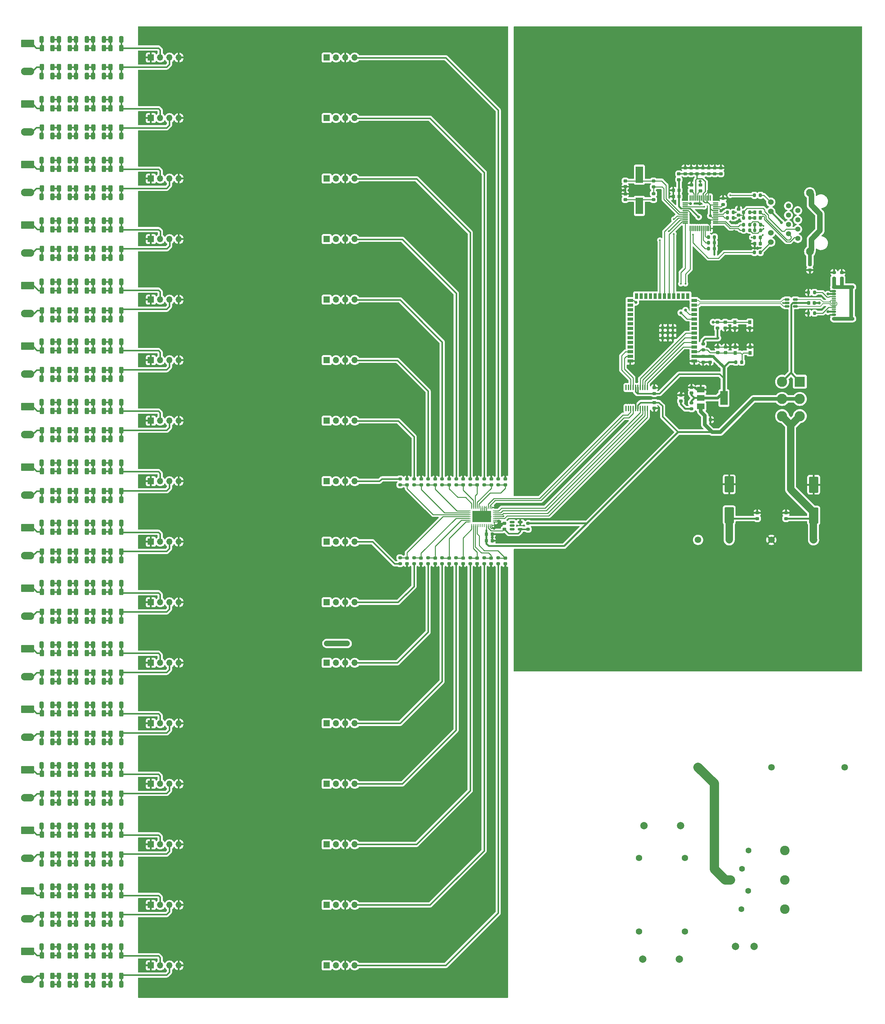
<source format=gbr>
%TF.GenerationSoftware,KiCad,Pcbnew,7.0.9*%
%TF.CreationDate,2024-07-10T12:52:44+02:00*%
%TF.ProjectId,diffprobe-espnow,64696666-7072-46f6-9265-2d6573706e6f,rev?*%
%TF.SameCoordinates,Original*%
%TF.FileFunction,Copper,L1,Top*%
%TF.FilePolarity,Positive*%
%FSLAX46Y46*%
G04 Gerber Fmt 4.6, Leading zero omitted, Abs format (unit mm)*
G04 Created by KiCad (PCBNEW 7.0.9) date 2024-07-10 12:52:44*
%MOMM*%
%LPD*%
G01*
G04 APERTURE LIST*
G04 Aperture macros list*
%AMRoundRect*
0 Rectangle with rounded corners*
0 $1 Rounding radius*
0 $2 $3 $4 $5 $6 $7 $8 $9 X,Y pos of 4 corners*
0 Add a 4 corners polygon primitive as box body*
4,1,4,$2,$3,$4,$5,$6,$7,$8,$9,$2,$3,0*
0 Add four circle primitives for the rounded corners*
1,1,$1+$1,$2,$3*
1,1,$1+$1,$4,$5*
1,1,$1+$1,$6,$7*
1,1,$1+$1,$8,$9*
0 Add four rect primitives between the rounded corners*
20,1,$1+$1,$2,$3,$4,$5,0*
20,1,$1+$1,$4,$5,$6,$7,0*
20,1,$1+$1,$6,$7,$8,$9,0*
20,1,$1+$1,$8,$9,$2,$3,0*%
G04 Aperture macros list end*
%TA.AperFunction,ComponentPad*%
%ADD10C,1.397000*%
%TD*%
%TA.AperFunction,ComponentPad*%
%ADD11C,1.524000*%
%TD*%
%TA.AperFunction,ComponentPad*%
%ADD12C,2.108200*%
%TD*%
%TA.AperFunction,SMDPad,CuDef*%
%ADD13RoundRect,0.250000X-0.325000X-0.650000X0.325000X-0.650000X0.325000X0.650000X-0.325000X0.650000X0*%
%TD*%
%TA.AperFunction,SMDPad,CuDef*%
%ADD14RoundRect,0.250000X-0.312500X-0.625000X0.312500X-0.625000X0.312500X0.625000X-0.312500X0.625000X0*%
%TD*%
%TA.AperFunction,SMDPad,CuDef*%
%ADD15RoundRect,0.225000X-0.225000X-0.250000X0.225000X-0.250000X0.225000X0.250000X-0.225000X0.250000X0*%
%TD*%
%TA.AperFunction,SMDPad,CuDef*%
%ADD16RoundRect,0.200000X-0.200000X-0.275000X0.200000X-0.275000X0.200000X0.275000X-0.200000X0.275000X0*%
%TD*%
%TA.AperFunction,ComponentPad*%
%ADD17R,1.700000X1.700000*%
%TD*%
%TA.AperFunction,ComponentPad*%
%ADD18O,1.700000X1.700000*%
%TD*%
%TA.AperFunction,ComponentPad*%
%ADD19RoundRect,0.250001X-1.549999X0.799999X-1.549999X-0.799999X1.549999X-0.799999X1.549999X0.799999X0*%
%TD*%
%TA.AperFunction,ComponentPad*%
%ADD20O,3.600000X2.100000*%
%TD*%
%TA.AperFunction,SMDPad,CuDef*%
%ADD21RoundRect,0.225000X-0.250000X0.225000X-0.250000X-0.225000X0.250000X-0.225000X0.250000X0.225000X0*%
%TD*%
%TA.AperFunction,SMDPad,CuDef*%
%ADD22RoundRect,0.218750X-0.218750X-0.256250X0.218750X-0.256250X0.218750X0.256250X-0.218750X0.256250X0*%
%TD*%
%TA.AperFunction,SMDPad,CuDef*%
%ADD23RoundRect,0.200000X-0.275000X0.200000X-0.275000X-0.200000X0.275000X-0.200000X0.275000X0.200000X0*%
%TD*%
%TA.AperFunction,SMDPad,CuDef*%
%ADD24RoundRect,0.200000X0.275000X-0.200000X0.275000X0.200000X-0.275000X0.200000X-0.275000X-0.200000X0*%
%TD*%
%TA.AperFunction,SMDPad,CuDef*%
%ADD25RoundRect,0.225000X0.250000X-0.225000X0.250000X0.225000X-0.250000X0.225000X-0.250000X-0.225000X0*%
%TD*%
%TA.AperFunction,SMDPad,CuDef*%
%ADD26RoundRect,0.200000X0.200000X0.275000X-0.200000X0.275000X-0.200000X-0.275000X0.200000X-0.275000X0*%
%TD*%
%TA.AperFunction,SMDPad,CuDef*%
%ADD27RoundRect,0.075000X0.075000X0.662500X-0.075000X0.662500X-0.075000X-0.662500X0.075000X-0.662500X0*%
%TD*%
%TA.AperFunction,SMDPad,CuDef*%
%ADD28RoundRect,0.075000X0.662500X0.075000X-0.662500X0.075000X-0.662500X-0.075000X0.662500X-0.075000X0*%
%TD*%
%TA.AperFunction,SMDPad,CuDef*%
%ADD29RoundRect,0.150000X0.425000X-0.150000X0.425000X0.150000X-0.425000X0.150000X-0.425000X-0.150000X0*%
%TD*%
%TA.AperFunction,SMDPad,CuDef*%
%ADD30RoundRect,0.075000X0.500000X-0.075000X0.500000X0.075000X-0.500000X0.075000X-0.500000X-0.075000X0*%
%TD*%
%TA.AperFunction,ComponentPad*%
%ADD31O,2.100000X1.000000*%
%TD*%
%TA.AperFunction,ComponentPad*%
%ADD32O,1.800000X1.000000*%
%TD*%
%TA.AperFunction,ComponentPad*%
%ADD33R,2.800000X2.800000*%
%TD*%
%TA.AperFunction,ComponentPad*%
%ADD34C,2.800000*%
%TD*%
%TA.AperFunction,ComponentPad*%
%ADD35C,2.000000*%
%TD*%
%TA.AperFunction,SMDPad,CuDef*%
%ADD36R,0.900000X1.000000*%
%TD*%
%TA.AperFunction,SMDPad,CuDef*%
%ADD37R,1.500000X0.900000*%
%TD*%
%TA.AperFunction,SMDPad,CuDef*%
%ADD38R,0.900000X1.500000*%
%TD*%
%TA.AperFunction,SMDPad,CuDef*%
%ADD39R,0.900000X0.900000*%
%TD*%
%TA.AperFunction,SMDPad,CuDef*%
%ADD40RoundRect,0.218750X-0.256250X0.218750X-0.256250X-0.218750X0.256250X-0.218750X0.256250X0.218750X0*%
%TD*%
%TA.AperFunction,ComponentPad*%
%ADD41C,2.600000*%
%TD*%
%TA.AperFunction,SMDPad,CuDef*%
%ADD42RoundRect,0.250000X1.000000X-1.950000X1.000000X1.950000X-1.000000X1.950000X-1.000000X-1.950000X0*%
%TD*%
%TA.AperFunction,ComponentPad*%
%ADD43C,1.750000*%
%TD*%
%TA.AperFunction,ComponentPad*%
%ADD44C,1.600000*%
%TD*%
%TA.AperFunction,SMDPad,CuDef*%
%ADD45R,2.000000X4.500000*%
%TD*%
%TA.AperFunction,ComponentPad*%
%ADD46R,1.800000X1.800000*%
%TD*%
%TA.AperFunction,ComponentPad*%
%ADD47C,1.800000*%
%TD*%
%TA.AperFunction,SMDPad,CuDef*%
%ADD48RoundRect,0.150000X-0.512500X-0.150000X0.512500X-0.150000X0.512500X0.150000X-0.512500X0.150000X0*%
%TD*%
%TA.AperFunction,SMDPad,CuDef*%
%ADD49RoundRect,0.062500X-0.062500X0.375000X-0.062500X-0.375000X0.062500X-0.375000X0.062500X0.375000X0*%
%TD*%
%TA.AperFunction,SMDPad,CuDef*%
%ADD50RoundRect,0.062500X-0.375000X0.062500X-0.375000X-0.062500X0.375000X-0.062500X0.375000X0.062500X0*%
%TD*%
%TA.AperFunction,SMDPad,CuDef*%
%ADD51R,5.150000X3.150000*%
%TD*%
%TA.AperFunction,SMDPad,CuDef*%
%ADD52RoundRect,0.100000X-0.100000X0.637500X-0.100000X-0.637500X0.100000X-0.637500X0.100000X0.637500X0*%
%TD*%
%TA.AperFunction,SMDPad,CuDef*%
%ADD53RoundRect,0.218750X0.256250X-0.218750X0.256250X0.218750X-0.256250X0.218750X-0.256250X-0.218750X0*%
%TD*%
%TA.AperFunction,SMDPad,CuDef*%
%ADD54R,2.000000X1.500000*%
%TD*%
%TA.AperFunction,SMDPad,CuDef*%
%ADD55R,2.000000X3.800000*%
%TD*%
%TA.AperFunction,ViaPad*%
%ADD56C,0.800000*%
%TD*%
%TA.AperFunction,ViaPad*%
%ADD57C,0.500000*%
%TD*%
%TA.AperFunction,ViaPad*%
%ADD58C,1.200000*%
%TD*%
%TA.AperFunction,ViaPad*%
%ADD59C,2.400000*%
%TD*%
%TA.AperFunction,Conductor*%
%ADD60C,0.500000*%
%TD*%
%TA.AperFunction,Conductor*%
%ADD61C,1.500000*%
%TD*%
%TA.AperFunction,Conductor*%
%ADD62C,0.250000*%
%TD*%
%TA.AperFunction,Conductor*%
%ADD63C,0.400000*%
%TD*%
%TA.AperFunction,Conductor*%
%ADD64C,2.000000*%
%TD*%
%TA.AperFunction,Conductor*%
%ADD65C,0.200000*%
%TD*%
%TA.AperFunction,Conductor*%
%ADD66C,0.300000*%
%TD*%
%TA.AperFunction,Conductor*%
%ADD67C,1.000000*%
%TD*%
%TA.AperFunction,Conductor*%
%ADD68C,0.750000*%
%TD*%
%TA.AperFunction,Conductor*%
%ADD69C,2.500000*%
%TD*%
G04 APERTURE END LIST*
D10*
%TO.P,J12,1*%
%TO.N,/esp32andadc/TX_P*%
X292714200Y-116999450D03*
%TO.P,J12,2*%
%TO.N,/esp32andadc/TX_N*%
X295254200Y-118269450D03*
%TO.P,J12,3*%
%TO.N,Net-(C123-Pad2)*%
X292714200Y-119539450D03*
%TO.P,J12,4*%
%TO.N,unconnected-(J12-Pad4)*%
X295254200Y-120809450D03*
%TO.P,J12,5*%
%TO.N,unconnected-(J12-Pad5)*%
X292714200Y-122079450D03*
%TO.P,J12,6*%
%TO.N,Net-(C124-Pad2)*%
X295254200Y-123349450D03*
%TO.P,J12,7*%
%TO.N,/esp32andadc/RX_P*%
X292714200Y-124619450D03*
%TO.P,J12,8*%
%TO.N,/esp32andadc/RX_N*%
X295254200Y-125889450D03*
D11*
%TO.P,J12,9*%
%TO.N,Net-(J12-Pad9)*%
X287888200Y-115983450D03*
%TO.P,J12,10*%
%TO.N,/esp32andadc/VCC3V3*%
X287888200Y-118523450D03*
%TO.P,J12,11*%
X287888200Y-124365450D03*
%TO.P,J12,12*%
%TO.N,Net-(J12-Pad12)*%
X287888200Y-126905450D03*
D12*
%TO.P,J12,SH*%
%TO.N,GNDS*%
X298556200Y-129445450D03*
X298556200Y-113443450D03*
%TD*%
D13*
%TO.P,C588,1,1*%
%TO.N,Net-(C587-Pad2)*%
X98250000Y-213600000D03*
%TO.P,C588,2,2*%
%TO.N,Net-(C588-Pad2)*%
X101200000Y-213600000D03*
%TD*%
%TO.P,C546,1,1*%
%TO.N,/8diffInputs/IN_N_5*%
X88897500Y-147850000D03*
%TO.P,C546,2,2*%
%TO.N,Net-(C546-Pad2)*%
X91847500Y-147850000D03*
%TD*%
D14*
%TO.P,R516,1,1*%
%TO.N,/8diffInputs/IN_N_2*%
X88910000Y-95600000D03*
%TO.P,R516,2,2*%
%TO.N,Net-(C516-Pad2)*%
X91835000Y-95600000D03*
%TD*%
%TO.P,R657,1,1*%
%TO.N,Net-(C656-Pad2)*%
X93600000Y-327000000D03*
%TO.P,R657,2,2*%
%TO.N,Net-(C657-Pad2)*%
X96525000Y-327000000D03*
%TD*%
D15*
%TO.P,C106,1*%
%TO.N,/esp32andadc/VCC5V*%
X210295000Y-206540000D03*
%TO.P,C106,2*%
%TO.N,GND*%
X211845000Y-206540000D03*
%TD*%
D13*
%TO.P,C613,1,1*%
%TO.N,Net-(C612-Pad2)*%
X98250000Y-253100000D03*
%TO.P,C613,2,2*%
%TO.N,Net-(C613-Pad2)*%
X101200000Y-253100000D03*
%TD*%
D14*
%TO.P,R605,1,1*%
%TO.N,Net-(C604-Pad2)*%
X107662500Y-239000000D03*
%TO.P,R605,2,2*%
%TO.N,/8diffInputs1/IN_P_LV_3*%
X110587500Y-239000000D03*
%TD*%
D13*
%TO.P,C640,1,1*%
%TO.N,Net-(C639-Pad2)*%
X107650000Y-296300000D03*
%TO.P,C640,2,2*%
%TO.N,/8diffInputs1/IN_N_LV_6*%
X110600000Y-296300000D03*
%TD*%
D14*
%TO.P,R602,1,1*%
%TO.N,Net-(C601-Pad2)*%
X93600000Y-239000000D03*
%TO.P,R602,2,2*%
%TO.N,Net-(C602-Pad2)*%
X96525000Y-239000000D03*
%TD*%
D16*
%TO.P,R119,1*%
%TO.N,/esp32andadc/VA3V3*%
X283475000Y-123619500D03*
%TO.P,R119,2*%
%TO.N,/esp32andadc/TX_N*%
X285125000Y-123619500D03*
%TD*%
D14*
%TO.P,R587,1,1*%
%TO.N,Net-(C586-Pad2)*%
X93600000Y-211250000D03*
%TO.P,R587,2,2*%
%TO.N,Net-(C587-Pad2)*%
X96525000Y-211250000D03*
%TD*%
D17*
%TO.P,J124,1,Pin_1*%
%TO.N,/PS5V*%
X166700000Y-258140000D03*
D18*
%TO.P,J124,2,Pin_2*%
%TO.N,/PS-5V*%
X169240000Y-258140000D03*
%TO.P,J124,3,Pin_3*%
%TO.N,GND*%
X171780000Y-258140000D03*
%TO.P,J124,4,Pin_4*%
%TO.N,/esp32andadc/CH11*%
X174320000Y-258140000D03*
%TD*%
D13*
%TO.P,C526,1,1*%
%TO.N,/8diffInputs/IN_N_3*%
X88897500Y-114550000D03*
%TO.P,C526,2,2*%
%TO.N,Net-(C526-Pad2)*%
X91847500Y-114550000D03*
%TD*%
D14*
%TO.P,R617,1,1*%
%TO.N,Net-(C616-Pad2)*%
X93600000Y-260950000D03*
%TO.P,R617,2,2*%
%TO.N,Net-(C617-Pad2)*%
X96525000Y-260950000D03*
%TD*%
D13*
%TO.P,C521,1,1*%
%TO.N,/8diffInputs/IN_P_3*%
X88897500Y-104550000D03*
%TO.P,C521,2,2*%
%TO.N,Net-(C521-Pad2)*%
X91847500Y-104550000D03*
%TD*%
%TO.P,C615,1,1*%
%TO.N,Net-(C614-Pad2)*%
X107650000Y-253100000D03*
%TO.P,C615,2,2*%
%TO.N,/8diffInputs1/IN_P_LV_4*%
X110600000Y-253100000D03*
%TD*%
%TO.P,C635,1,1*%
%TO.N,Net-(C634-Pad2)*%
X107650000Y-286150000D03*
%TO.P,C635,2,2*%
%TO.N,/8diffInputs1/IN_P_LV_6*%
X110600000Y-286150000D03*
%TD*%
D14*
%TO.P,R639,1,1*%
%TO.N,Net-(C638-Pad2)*%
X102962500Y-293950000D03*
%TO.P,R639,2,2*%
%TO.N,Net-(C639-Pad2)*%
X105887500Y-293950000D03*
%TD*%
%TO.P,R576,1,1*%
%TO.N,/8diffInputs/IN_N_8*%
X88910000Y-194800000D03*
%TO.P,R576,2,2*%
%TO.N,Net-(C576-Pad2)*%
X91835000Y-194800000D03*
%TD*%
%TO.P,R549,1,1*%
%TO.N,Net-(C548-Pad2)*%
X102962500Y-145530000D03*
%TO.P,R549,2,2*%
%TO.N,Net-(C549-Pad2)*%
X105887500Y-145530000D03*
%TD*%
D19*
%TO.P,J509,1,Pin_1*%
%TO.N,/8diffInputs1/IN_P_1*%
X85067500Y-204800000D03*
D20*
%TO.P,J509,2,Pin_2*%
%TO.N,/8diffInputs1/IN_N_1*%
X85067500Y-212420000D03*
%TD*%
D13*
%TO.P,C591,1,1*%
%TO.N,/8diffInputs1/IN_P_2*%
X88897500Y-219950000D03*
%TO.P,C591,2,2*%
%TO.N,Net-(C591-Pad2)*%
X91847500Y-219950000D03*
%TD*%
D14*
%TO.P,R552,1,1*%
%TO.N,Net-(C551-Pad2)*%
X93600000Y-156400000D03*
%TO.P,R552,2,2*%
%TO.N,Net-(C552-Pad2)*%
X96525000Y-156400000D03*
%TD*%
D15*
%TO.P,C105,2*%
%TO.N,GND*%
X211850000Y-208300000D03*
%TO.P,C105,1*%
%TO.N,/esp32andadc/VCC5V*%
X210300000Y-208300000D03*
%TD*%
D13*
%TO.P,C554,1,1*%
%TO.N,Net-(C553-Pad2)*%
X102950000Y-154050000D03*
%TO.P,C554,2,2*%
%TO.N,Net-(C554-Pad2)*%
X105900000Y-154050000D03*
%TD*%
D21*
%TO.P,C108,1*%
%TO.N,Net-(U101-GPIO0{slash}BOOT)*%
X275444999Y-148740000D03*
%TO.P,C108,2*%
%TO.N,GND*%
X275444999Y-150290000D03*
%TD*%
D17*
%TO.P,J116,1,Pin_1*%
%TO.N,/PS5V*%
X166700000Y-192100000D03*
D18*
%TO.P,J116,2,Pin_2*%
%TO.N,/PS-5V*%
X169240000Y-192100000D03*
%TO.P,J116,3,Pin_3*%
%TO.N,GND*%
X171780000Y-192100000D03*
%TO.P,J116,4,Pin_4*%
%TO.N,/esp32andadc/CH7*%
X174320000Y-192100000D03*
%TD*%
D14*
%TO.P,R659,1,1*%
%TO.N,Net-(C658-Pad2)*%
X102962500Y-327000000D03*
%TO.P,R659,2,2*%
%TO.N,Net-(C659-Pad2)*%
X105887500Y-327000000D03*
%TD*%
%TO.P,R633,1,1*%
%TO.N,Net-(C632-Pad2)*%
X98262500Y-288500000D03*
%TO.P,R633,2,2*%
%TO.N,Net-(C633-Pad2)*%
X101187500Y-288500000D03*
%TD*%
D13*
%TO.P,C614,1,1*%
%TO.N,Net-(C613-Pad2)*%
X102950000Y-253100000D03*
%TO.P,C614,2,2*%
%TO.N,Net-(C614-Pad2)*%
X105900000Y-253100000D03*
%TD*%
%TO.P,C600,1,1*%
%TO.N,Net-(C599-Pad2)*%
X107650000Y-230100000D03*
%TO.P,C600,2,2*%
%TO.N,/8diffInputs1/IN_N_LV_2*%
X110600000Y-230100000D03*
%TD*%
%TO.P,C555,1,1*%
%TO.N,Net-(C554-Pad2)*%
X107650000Y-154050000D03*
%TO.P,C555,2,2*%
%TO.N,/8diffInputs/IN_P_LV_6*%
X110600000Y-154050000D03*
%TD*%
D21*
%TO.P,C120,2*%
%TO.N,/esp32andadc/VA3V3*%
X267763671Y-108215000D03*
%TO.P,C120,1*%
%TO.N,GND*%
X267763671Y-106665000D03*
%TD*%
D13*
%TO.P,C622,1,1*%
%TO.N,Net-(C621-Pad2)*%
X93587500Y-269600000D03*
%TO.P,C622,2,2*%
%TO.N,Net-(C622-Pad2)*%
X96537500Y-269600000D03*
%TD*%
D14*
%TO.P,R531,1,1*%
%TO.N,/8diffInputs/IN_P_4*%
X88910000Y-123400000D03*
%TO.P,R531,2,2*%
%TO.N,Net-(C531-Pad2)*%
X91835000Y-123400000D03*
%TD*%
D22*
%TO.P,D101,2,A*%
%TO.N,Net-(D101-A)*%
X299797500Y-143445000D03*
%TO.P,D101,1,K*%
%TO.N,/esp32andadc/USB5V*%
X298222500Y-143445000D03*
%TD*%
D14*
%TO.P,R590,1,1*%
%TO.N,Net-(C589-Pad2)*%
X107662500Y-211250000D03*
%TO.P,R590,2,2*%
%TO.N,/8diffInputs1/IN_N_LV_1*%
X110587500Y-211250000D03*
%TD*%
D21*
%TO.P,C121,2*%
%TO.N,/esp32andadc/VA3V3*%
X266142005Y-108215000D03*
%TO.P,C121,1*%
%TO.N,GND*%
X266142005Y-106665000D03*
%TD*%
D14*
%TO.P,R637,1,1*%
%TO.N,Net-(C636-Pad2)*%
X93600000Y-293950000D03*
%TO.P,R637,2,2*%
%TO.N,Net-(C637-Pad2)*%
X96525000Y-293950000D03*
%TD*%
%TO.P,R569,1,1*%
%TO.N,Net-(C568-Pad2)*%
X102962500Y-178200000D03*
%TO.P,R569,2,2*%
%TO.N,Net-(C569-Pad2)*%
X105887500Y-178200000D03*
%TD*%
D19*
%TO.P,J504,1,Pin_1*%
%TO.N,/8diffInputs/IN_P_4*%
X85067500Y-122250000D03*
D20*
%TO.P,J504,2,Pin_2*%
%TO.N,/8diffInputs/IN_N_4*%
X85067500Y-129870000D03*
%TD*%
D23*
%TO.P,R107,2*%
%TO.N,Net-(U103-XO)*%
X255884200Y-111810000D03*
%TO.P,R107,1*%
%TO.N,Net-(U103-XI{slash}CLKIN)*%
X255884200Y-110160000D03*
%TD*%
D14*
%TO.P,R595,1,1*%
%TO.N,Net-(C594-Pad2)*%
X107662500Y-222300000D03*
%TO.P,R595,2,2*%
%TO.N,/8diffInputs1/IN_P_LV_2*%
X110587500Y-222300000D03*
%TD*%
%TO.P,R640,1,1*%
%TO.N,Net-(C639-Pad2)*%
X107662500Y-293950000D03*
%TO.P,R640,2,2*%
%TO.N,/8diffInputs1/IN_N_LV_6*%
X110587500Y-293950000D03*
%TD*%
D13*
%TO.P,C652,1,1*%
%TO.N,Net-(C651-Pad2)*%
X93587500Y-319100000D03*
%TO.P,C652,2,2*%
%TO.N,Net-(C652-Pad2)*%
X96537500Y-319100000D03*
%TD*%
%TO.P,C566,1,1*%
%TO.N,/8diffInputs/IN_N_7*%
X88897500Y-180550000D03*
%TO.P,C566,2,2*%
%TO.N,Net-(C566-Pad2)*%
X91847500Y-180550000D03*
%TD*%
D21*
%TO.P,C114,2*%
%TO.N,Net-(U103-1V2O)*%
X266214200Y-112875000D03*
%TO.P,C114,1*%
%TO.N,GND*%
X266214200Y-111325000D03*
%TD*%
D13*
%TO.P,C536,1,1*%
%TO.N,/8diffInputs/IN_N_4*%
X88897500Y-131100000D03*
%TO.P,C536,2,2*%
%TO.N,Net-(C536-Pad2)*%
X91847500Y-131100000D03*
%TD*%
D14*
%TO.P,R610,1,1*%
%TO.N,Net-(C609-Pad2)*%
X107662500Y-244350000D03*
%TO.P,R610,2,2*%
%TO.N,/8diffInputs1/IN_N_LV_3*%
X110587500Y-244350000D03*
%TD*%
%TO.P,R543,1,1*%
%TO.N,Net-(C542-Pad2)*%
X98262500Y-140100000D03*
%TO.P,R543,2,2*%
%TO.N,Net-(C543-Pad2)*%
X101187500Y-140100000D03*
%TD*%
D17*
%TO.P,J132,1,Pin_1*%
%TO.N,/PS5V*%
X166700000Y-324180000D03*
D18*
%TO.P,J132,2,Pin_2*%
%TO.N,/PS-5V*%
X169240000Y-324180000D03*
%TO.P,J132,3,Pin_3*%
%TO.N,GND*%
X171780000Y-324180000D03*
%TO.P,J132,4,Pin_4*%
%TO.N,/esp32andadc/CH15*%
X174320000Y-324180000D03*
%TD*%
D14*
%TO.P,R589,1,1*%
%TO.N,Net-(C588-Pad2)*%
X102962500Y-211250000D03*
%TO.P,R589,2,2*%
%TO.N,Net-(C589-Pad2)*%
X105887500Y-211250000D03*
%TD*%
D24*
%TO.P,R206,2*%
%TO.N,/esp32andadc/CH5*%
X194376666Y-191450000D03*
%TO.P,R206,1*%
%TO.N,Net-(U102-CH5)*%
X194376666Y-193100000D03*
%TD*%
D17*
%TO.P,J131,1,Pin_1*%
%TO.N,GND*%
X118700000Y-324180000D03*
D18*
%TO.P,J131,2,Pin_2*%
%TO.N,/8diffInputs1/IN_P_LV_8*%
X121240000Y-324180000D03*
%TO.P,J131,3,Pin_3*%
%TO.N,/8diffInputs1/IN_N_LV_8*%
X123780000Y-324180000D03*
%TO.P,J131,4,Pin_4*%
%TO.N,GND*%
X126320000Y-324180000D03*
%TD*%
D13*
%TO.P,C535,1,1*%
%TO.N,Net-(C534-Pad2)*%
X107650000Y-121050000D03*
%TO.P,C535,2,2*%
%TO.N,/8diffInputs/IN_P_LV_4*%
X110600000Y-121050000D03*
%TD*%
D25*
%TO.P,C202,2*%
%TO.N,GND*%
X211596663Y-191500000D03*
%TO.P,C202,1*%
%TO.N,Net-(U102-CH1)*%
X211596663Y-193050000D03*
%TD*%
D14*
%TO.P,R574,1,1*%
%TO.N,Net-(C573-Pad2)*%
X102962500Y-189400000D03*
%TO.P,R574,2,2*%
%TO.N,Net-(C574-Pad2)*%
X105887500Y-189400000D03*
%TD*%
D24*
%TO.P,R105,1*%
%TO.N,/esp32andadc/VCC3V3*%
X273374999Y-150340000D03*
%TO.P,R105,2*%
%TO.N,Net-(U101-GPIO0{slash}BOOT)*%
X273374999Y-148690000D03*
%TD*%
D23*
%TO.P,R213,2*%
%TO.N,/esp32andadc/CH12*%
X202006664Y-214625000D03*
%TO.P,R213,1*%
%TO.N,Net-(U102-CH12)*%
X202006664Y-212975000D03*
%TD*%
D14*
%TO.P,R634,1,1*%
%TO.N,Net-(C633-Pad2)*%
X102962500Y-288500000D03*
%TO.P,R634,2,2*%
%TO.N,Net-(C634-Pad2)*%
X105887500Y-288500000D03*
%TD*%
D13*
%TO.P,C572,1,1*%
%TO.N,Net-(C571-Pad2)*%
X93587500Y-187050000D03*
%TO.P,C572,2,2*%
%TO.N,Net-(C572-Pad2)*%
X96537500Y-187050000D03*
%TD*%
D21*
%TO.P,C216,1*%
%TO.N,Net-(U102-CH15)*%
X215400000Y-213025000D03*
%TO.P,C216,2*%
%TO.N,GND*%
X215400000Y-214575000D03*
%TD*%
D14*
%TO.P,R528,1,1*%
%TO.N,Net-(C527-Pad2)*%
X98262500Y-112200000D03*
%TO.P,R528,2,2*%
%TO.N,Net-(C528-Pad2)*%
X101187500Y-112200000D03*
%TD*%
D13*
%TO.P,C647,1,1*%
%TO.N,Net-(C646-Pad2)*%
X93587500Y-312700000D03*
%TO.P,C647,2,2*%
%TO.N,Net-(C647-Pad2)*%
X96537500Y-312700000D03*
%TD*%
%TO.P,C586,1,1*%
%TO.N,/8diffInputs1/IN_N_1*%
X88897500Y-213600000D03*
%TO.P,C586,2,2*%
%TO.N,Net-(C586-Pad2)*%
X91847500Y-213600000D03*
%TD*%
%TO.P,C527,1,1*%
%TO.N,Net-(C526-Pad2)*%
X93587500Y-114550000D03*
%TO.P,C527,2,2*%
%TO.N,Net-(C527-Pad2)*%
X96537500Y-114550000D03*
%TD*%
%TO.P,C653,1,1*%
%TO.N,Net-(C652-Pad2)*%
X98250000Y-319100000D03*
%TO.P,C653,2,2*%
%TO.N,Net-(C653-Pad2)*%
X101200000Y-319100000D03*
%TD*%
%TO.P,C610,1,1*%
%TO.N,Net-(C609-Pad2)*%
X107650000Y-246700000D03*
%TO.P,C610,2,2*%
%TO.N,/8diffInputs1/IN_N_LV_3*%
X110600000Y-246700000D03*
%TD*%
D14*
%TO.P,R570,1,1*%
%TO.N,Net-(C569-Pad2)*%
X107662500Y-178200000D03*
%TO.P,R570,2,2*%
%TO.N,/8diffInputs/IN_N_LV_7*%
X110587500Y-178200000D03*
%TD*%
D17*
%TO.P,J117,1,Pin_1*%
%TO.N,GND*%
X118700000Y-208610000D03*
D18*
%TO.P,J117,2,Pin_2*%
%TO.N,/8diffInputs1/IN_P_LV_1*%
X121240000Y-208610000D03*
%TO.P,J117,3,Pin_3*%
%TO.N,/8diffInputs1/IN_N_LV_1*%
X123780000Y-208610000D03*
%TO.P,J117,4,Pin_4*%
%TO.N,GND*%
X126320000Y-208610000D03*
%TD*%
D13*
%TO.P,C564,1,1*%
%TO.N,Net-(C563-Pad2)*%
X102950000Y-170600000D03*
%TO.P,C564,2,2*%
%TO.N,Net-(C564-Pad2)*%
X105900000Y-170600000D03*
%TD*%
%TO.P,C649,1,1*%
%TO.N,Net-(C648-Pad2)*%
X102950000Y-312700000D03*
%TO.P,C649,2,2*%
%TO.N,Net-(C649-Pad2)*%
X105900000Y-312700000D03*
%TD*%
%TO.P,C581,1,1*%
%TO.N,/8diffInputs1/IN_P_1*%
X88897500Y-203500000D03*
%TO.P,C581,2,2*%
%TO.N,Net-(C581-Pad2)*%
X91847500Y-203500000D03*
%TD*%
%TO.P,C578,1,1*%
%TO.N,Net-(C577-Pad2)*%
X98250000Y-197150000D03*
%TO.P,C578,2,2*%
%TO.N,Net-(C578-Pad2)*%
X101200000Y-197150000D03*
%TD*%
%TO.P,C568,1,1*%
%TO.N,Net-(C567-Pad2)*%
X98250000Y-180550000D03*
%TO.P,C568,2,2*%
%TO.N,Net-(C568-Pad2)*%
X101200000Y-180550000D03*
%TD*%
D14*
%TO.P,R598,1,1*%
%TO.N,Net-(C597-Pad2)*%
X98262500Y-227750000D03*
%TO.P,R598,2,2*%
%TO.N,Net-(C598-Pad2)*%
X101187500Y-227750000D03*
%TD*%
D13*
%TO.P,C625,1,1*%
%TO.N,Net-(C624-Pad2)*%
X107650000Y-269600000D03*
%TO.P,C625,2,2*%
%TO.N,/8diffInputs1/IN_P_LV_5*%
X110600000Y-269600000D03*
%TD*%
D14*
%TO.P,R612,1,1*%
%TO.N,Net-(C611-Pad2)*%
X93600000Y-255400000D03*
%TO.P,R612,2,2*%
%TO.N,Net-(C612-Pad2)*%
X96525000Y-255400000D03*
%TD*%
D17*
%TO.P,J112,1,Pin_1*%
%TO.N,/PS5V*%
X166700000Y-159080000D03*
D18*
%TO.P,J112,2,Pin_2*%
%TO.N,/PS-5V*%
X169240000Y-159080000D03*
%TO.P,J112,3,Pin_3*%
%TO.N,GND*%
X171780000Y-159080000D03*
%TO.P,J112,4,Pin_4*%
%TO.N,/esp32andadc/CH5*%
X174320000Y-159080000D03*
%TD*%
D25*
%TO.P,C206,2*%
%TO.N,GND*%
X196289999Y-191500000D03*
%TO.P,C206,1*%
%TO.N,Net-(U102-CH5)*%
X196289999Y-193050000D03*
%TD*%
D13*
%TO.P,C655,1,1*%
%TO.N,Net-(C654-Pad2)*%
X107650000Y-319100000D03*
%TO.P,C655,2,2*%
%TO.N,/8diffInputs1/IN_P_LV_8*%
X110600000Y-319100000D03*
%TD*%
%TO.P,C562,1,1*%
%TO.N,Net-(C561-Pad2)*%
X93587500Y-170600000D03*
%TO.P,C562,2,2*%
%TO.N,Net-(C562-Pad2)*%
X96537500Y-170600000D03*
%TD*%
D14*
%TO.P,R556,1,1*%
%TO.N,/8diffInputs/IN_N_6*%
X88910000Y-161800000D03*
%TO.P,R556,2,2*%
%TO.N,Net-(C556-Pad2)*%
X91835000Y-161800000D03*
%TD*%
%TO.P,R585,1,1*%
%TO.N,Net-(C584-Pad2)*%
X107662500Y-205850000D03*
%TO.P,R585,2,2*%
%TO.N,/8diffInputs1/IN_P_LV_1*%
X110587500Y-205850000D03*
%TD*%
D21*
%TO.P,C122,2*%
%TO.N,/esp32andadc/VA3V3*%
X264520335Y-108215000D03*
%TO.P,C122,1*%
%TO.N,GND*%
X264520335Y-106665000D03*
%TD*%
D17*
%TO.P,J122,1,Pin_1*%
%TO.N,/PS5V*%
X166700000Y-241630000D03*
D18*
%TO.P,J122,2,Pin_2*%
%TO.N,/PS-5V*%
X169240000Y-241630000D03*
%TO.P,J122,3,Pin_3*%
%TO.N,GND*%
X171780000Y-241630000D03*
%TO.P,J122,4,Pin_4*%
%TO.N,/esp32andadc/CH10*%
X174320000Y-241630000D03*
%TD*%
D17*
%TO.P,J105,1,Pin_1*%
%TO.N,GND*%
X118700000Y-109550000D03*
D18*
%TO.P,J105,2,Pin_2*%
%TO.N,/8diffInputs/IN_P_LV_3*%
X121240000Y-109550000D03*
%TO.P,J105,3,Pin_3*%
%TO.N,/8diffInputs/IN_N_LV_3*%
X123780000Y-109550000D03*
%TO.P,J105,4,Pin_4*%
%TO.N,GND*%
X126320000Y-109550000D03*
%TD*%
D14*
%TO.P,R555,1,1*%
%TO.N,Net-(C554-Pad2)*%
X107662500Y-156400000D03*
%TO.P,R555,2,2*%
%TO.N,/8diffInputs/IN_P_LV_6*%
X110587500Y-156400000D03*
%TD*%
D24*
%TO.P,R207,2*%
%TO.N,/esp32andadc/CH6*%
X190550000Y-191450000D03*
%TO.P,R207,1*%
%TO.N,Net-(U102-CH6)*%
X190550000Y-193100000D03*
%TD*%
D19*
%TO.P,J503,1,Pin_1*%
%TO.N,/8diffInputs/IN_P_3*%
X85067500Y-105740000D03*
D20*
%TO.P,J503,2,Pin_2*%
%TO.N,/8diffInputs/IN_N_3*%
X85067500Y-113360000D03*
%TD*%
D14*
%TO.P,R540,1,1*%
%TO.N,Net-(C539-Pad2)*%
X107662500Y-128750000D03*
%TO.P,R540,2,2*%
%TO.N,/8diffInputs/IN_N_LV_4*%
X110587500Y-128750000D03*
%TD*%
D13*
%TO.P,C524,1,1*%
%TO.N,Net-(C523-Pad2)*%
X102950000Y-104550000D03*
%TO.P,C524,2,2*%
%TO.N,Net-(C524-Pad2)*%
X105900000Y-104550000D03*
%TD*%
D14*
%TO.P,R575,1,1*%
%TO.N,Net-(C574-Pad2)*%
X107662500Y-189400000D03*
%TO.P,R575,2,2*%
%TO.N,/8diffInputs/IN_P_LV_8*%
X110587500Y-189400000D03*
%TD*%
D16*
%TO.P,R114,1*%
%TO.N,/esp32andadc/TXP*%
X280500000Y-122119500D03*
%TO.P,R114,2*%
%TO.N,/esp32andadc/TX_P*%
X282150000Y-122119500D03*
%TD*%
D26*
%TO.P,R123,2*%
%TO.N,/esp32andadc/ACTLED*%
X283425000Y-114100000D03*
%TO.P,R123,1*%
%TO.N,Net-(J12-Pad9)*%
X285075000Y-114100000D03*
%TD*%
D13*
%TO.P,C542,1,1*%
%TO.N,Net-(C541-Pad2)*%
X93587500Y-137750000D03*
%TO.P,C542,2,2*%
%TO.N,Net-(C542-Pad2)*%
X96537500Y-137750000D03*
%TD*%
D14*
%TO.P,R553,1,1*%
%TO.N,Net-(C552-Pad2)*%
X98262500Y-156400000D03*
%TO.P,R553,2,2*%
%TO.N,Net-(C553-Pad2)*%
X101187500Y-156400000D03*
%TD*%
%TO.P,R594,1,1*%
%TO.N,Net-(C593-Pad2)*%
X102962500Y-222300000D03*
%TO.P,R594,2,2*%
%TO.N,Net-(C594-Pad2)*%
X105887500Y-222300000D03*
%TD*%
D27*
%TO.P,U103,48,AGND*%
%TO.N,GND*%
X271437005Y-123157500D03*
%TO.P,U103,47,NC*%
%TO.N,unconnected-(U103-NC-Pad47)*%
X270937005Y-123157500D03*
%TO.P,U103,46,NC*%
%TO.N,unconnected-(U103-NC-Pad46)*%
X270437005Y-123157500D03*
%TO.P,U103,45,PMODE0*%
%TO.N,Net-(U103-PMODE0)*%
X269937005Y-123157500D03*
%TO.P,U103,44,PMODE1*%
%TO.N,Net-(U103-PMODE1)*%
X269437005Y-123157500D03*
%TO.P,U103,43,PMODE2*%
%TO.N,Net-(U103-PMODE2)*%
X268937005Y-123157500D03*
%TO.P,U103,42,RSVD*%
%TO.N,unconnected-(U103-RSVD-Pad42)*%
X268437005Y-123157500D03*
%TO.P,U103,41,RSVD*%
%TO.N,unconnected-(U103-RSVD-Pad41)*%
X267937005Y-123157500D03*
%TO.P,U103,40,RSVD*%
%TO.N,unconnected-(U103-RSVD-Pad40)*%
X267437005Y-123157500D03*
%TO.P,U103,39,RSVD*%
%TO.N,unconnected-(U103-RSVD-Pad39)*%
X266937005Y-123157500D03*
%TO.P,U103,38,RSVD*%
%TO.N,unconnected-(U103-RSVD-Pad38)*%
X266437005Y-123157500D03*
%TO.P,U103,37,~{RST}*%
%TO.N,Net-(U101-GPIO18{slash}U1RXD{slash}ADC2_CH7{slash}CLK_OUT3)*%
X265937005Y-123157500D03*
D28*
%TO.P,U103,36,~{INT}*%
%TO.N,Net-(U101-GPIO17{slash}U1TXD{slash}ADC2_CH6)*%
X264524505Y-121745000D03*
%TO.P,U103,35,MOSI*%
%TO.N,/esp32andadc/FSPID*%
X264524505Y-121245000D03*
%TO.P,U103,34,MISO*%
%TO.N,/esp32andadc/FSPIQ*%
X264524505Y-120745000D03*
%TO.P,U103,33,SCLK*%
%TO.N,/esp32andadc/FSPICLK*%
X264524505Y-120245000D03*
%TO.P,U103,32,~{SCS}*%
%TO.N,/esp32andadc/FSPICS0*%
X264524505Y-119745000D03*
%TO.P,U103,31,XO*%
%TO.N,Net-(U103-XO)*%
X264524505Y-119245000D03*
%TO.P,U103,30,XI/CLKIN*%
%TO.N,Net-(U103-XI{slash}CLKIN)*%
X264524505Y-118745000D03*
%TO.P,U103,29,GND*%
%TO.N,GND*%
X264524505Y-118245000D03*
%TO.P,U103,28,VDD*%
%TO.N,/esp32andadc/VCC3V3*%
X264524505Y-117745000D03*
%TO.P,U103,27,ACTLED*%
%TO.N,/esp32andadc/ACTLED*%
X264524505Y-117245000D03*
%TO.P,U103,26,DUPLED*%
%TO.N,unconnected-(U103-DUPLED-Pad26)*%
X264524505Y-116745000D03*
%TO.P,U103,25,LINKLED*%
%TO.N,/esp32andadc/LINKLED*%
X264524505Y-116245000D03*
D27*
%TO.P,U103,24,SPDLED*%
%TO.N,unconnected-(U103-SPDLED-Pad24)*%
X265937005Y-114832500D03*
%TO.P,U103,23,RSVD*%
%TO.N,unconnected-(U103-RSVD-Pad23)*%
X266437005Y-114832500D03*
%TO.P,U103,22,1V2O*%
%TO.N,Net-(U103-1V2O)*%
X266937005Y-114832500D03*
%TO.P,U103,21,AVDD*%
%TO.N,/esp32andadc/VA3V3*%
X267437005Y-114832500D03*
%TO.P,U103,20,TOCAP*%
%TO.N,Net-(U103-TOCAP)*%
X267937005Y-114832500D03*
%TO.P,U103,19,AGND*%
%TO.N,GND*%
X268437005Y-114832500D03*
%TO.P,U103,18,VBG*%
%TO.N,unconnected-(U103-VBG-Pad18)*%
X268937005Y-114832500D03*
%TO.P,U103,17,AVDD*%
%TO.N,/esp32andadc/VA3V3*%
X269437005Y-114832500D03*
%TO.P,U103,16,AGND*%
%TO.N,GND*%
X269937005Y-114832500D03*
%TO.P,U103,15,AVDD*%
%TO.N,/esp32andadc/VA3V3*%
X270437005Y-114832500D03*
%TO.P,U103,14,AGND*%
%TO.N,GND*%
X270937005Y-114832500D03*
%TO.P,U103,13,NC*%
%TO.N,unconnected-(U103-NC-Pad13)*%
X271437005Y-114832500D03*
D28*
%TO.P,U103,12,NC*%
%TO.N,unconnected-(U103-NC-Pad12)*%
X272849505Y-116245000D03*
%TO.P,U103,11,AVDD*%
%TO.N,/esp32andadc/VA3V3*%
X272849505Y-116745000D03*
%TO.P,U103,10,EXRES1*%
%TO.N,Net-(U103-EXRES1)*%
X272849505Y-117245000D03*
%TO.P,U103,9,AGND*%
%TO.N,GND*%
X272849505Y-117745000D03*
%TO.P,U103,8,AVDD*%
%TO.N,/esp32andadc/VA3V3*%
X272849505Y-118245000D03*
%TO.P,U103,7,DNC*%
%TO.N,unconnected-(U103-DNC-Pad7)*%
X272849505Y-118745000D03*
%TO.P,U103,6,RXP*%
%TO.N,/esp32andadc/RXP*%
X272849505Y-119245000D03*
%TO.P,U103,5,RXN*%
%TO.N,/esp32andadc/RXN*%
X272849505Y-119745000D03*
%TO.P,U103,4,AVDD*%
%TO.N,/esp32andadc/VA3V3*%
X272849505Y-120245000D03*
%TO.P,U103,3,AGND*%
%TO.N,GND*%
X272849505Y-120745000D03*
%TO.P,U103,2,TXP*%
%TO.N,/esp32andadc/TXP*%
X272849505Y-121245000D03*
%TO.P,U103,1,TXN*%
%TO.N,/esp32andadc/TXN*%
X272849505Y-121745000D03*
%TD*%
D21*
%TO.P,C211,2*%
%TO.N,GND*%
X196266665Y-214575000D03*
%TO.P,C211,1*%
%TO.N,Net-(U102-CH10)*%
X196266665Y-213025000D03*
%TD*%
D13*
%TO.P,C631,1,1*%
%TO.N,/8diffInputs1/IN_P_6*%
X88897500Y-286150000D03*
%TO.P,C631,2,2*%
%TO.N,Net-(C631-Pad2)*%
X91847500Y-286150000D03*
%TD*%
D14*
%TO.P,R643,1,1*%
%TO.N,Net-(C642-Pad2)*%
X98262500Y-305050000D03*
%TO.P,R643,2,2*%
%TO.N,Net-(C643-Pad2)*%
X101187500Y-305050000D03*
%TD*%
%TO.P,R523,1,1*%
%TO.N,Net-(C522-Pad2)*%
X98262500Y-106900000D03*
%TO.P,R523,2,2*%
%TO.N,Net-(C523-Pad2)*%
X101187500Y-106900000D03*
%TD*%
D13*
%TO.P,C590,1,1*%
%TO.N,Net-(C589-Pad2)*%
X107650000Y-213600000D03*
%TO.P,C590,2,2*%
%TO.N,/8diffInputs1/IN_N_LV_1*%
X110600000Y-213600000D03*
%TD*%
%TO.P,C651,1,1*%
%TO.N,/8diffInputs1/IN_P_8*%
X88897500Y-319100000D03*
%TO.P,C651,2,2*%
%TO.N,Net-(C651-Pad2)*%
X91847500Y-319100000D03*
%TD*%
D14*
%TO.P,R578,1,1*%
%TO.N,Net-(C577-Pad2)*%
X98262500Y-194800000D03*
%TO.P,R578,2,2*%
%TO.N,Net-(C578-Pad2)*%
X101187500Y-194800000D03*
%TD*%
D17*
%TO.P,J129,1,Pin_1*%
%TO.N,GND*%
X118700000Y-307670000D03*
D18*
%TO.P,J129,2,Pin_2*%
%TO.N,/8diffInputs1/IN_P_LV_7*%
X121240000Y-307670000D03*
%TO.P,J129,3,Pin_3*%
%TO.N,/8diffInputs1/IN_N_LV_7*%
X123780000Y-307670000D03*
%TO.P,J129,4,Pin_4*%
%TO.N,GND*%
X126320000Y-307670000D03*
%TD*%
D13*
%TO.P,C633,1,1*%
%TO.N,Net-(C632-Pad2)*%
X98250000Y-286150000D03*
%TO.P,C633,2,2*%
%TO.N,Net-(C633-Pad2)*%
X101200000Y-286150000D03*
%TD*%
%TO.P,C534,1,1*%
%TO.N,Net-(C533-Pad2)*%
X102950000Y-121050000D03*
%TO.P,C534,2,2*%
%TO.N,Net-(C534-Pad2)*%
X105900000Y-121050000D03*
%TD*%
D25*
%TO.P,C201,2*%
%TO.N,GND*%
X215423334Y-191500000D03*
%TO.P,C201,1*%
%TO.N,Net-(U102-CH0)*%
X215423334Y-193050000D03*
%TD*%
D14*
%TO.P,R519,1,1*%
%TO.N,Net-(C518-Pad2)*%
X102962500Y-95600000D03*
%TO.P,R519,2,2*%
%TO.N,Net-(C519-Pad2)*%
X105887500Y-95600000D03*
%TD*%
D29*
%TO.P,J11,A1,GND*%
%TO.N,GND*%
X305070000Y-146645000D03*
%TO.P,J11,A4,VBUS*%
%TO.N,Net-(D101-A)*%
X305070000Y-145845000D03*
D30*
%TO.P,J11,A5,CC1*%
%TO.N,Net-(J11-CC1)*%
X305070000Y-144695000D03*
%TO.P,J11,A6,D+*%
%TO.N,/esp32andadc/Din+*%
X305070000Y-143695000D03*
%TO.P,J11,A7,D-*%
%TO.N,/esp32andadc/Din-*%
X305070000Y-143195000D03*
%TO.P,J11,A8,SBU1*%
%TO.N,unconnected-(J11-SBU1-PadA8)*%
X305070000Y-142195000D03*
D29*
%TO.P,J11,A9,VBUS*%
%TO.N,Net-(D101-A)*%
X305070000Y-141045000D03*
%TO.P,J11,A12,GND*%
%TO.N,GND*%
X305070000Y-140245000D03*
%TO.P,J11,B1,GND*%
X305070000Y-140245000D03*
%TO.P,J11,B4,VBUS*%
%TO.N,Net-(D101-A)*%
X305070000Y-141045000D03*
D30*
%TO.P,J11,B5,CC2*%
%TO.N,Net-(J11-CC2)*%
X305070000Y-141695000D03*
%TO.P,J11,B6,D+*%
%TO.N,/esp32andadc/Din+*%
X305070000Y-142695000D03*
%TO.P,J11,B7,D-*%
%TO.N,/esp32andadc/Din-*%
X305070000Y-144195000D03*
%TO.P,J11,B8,SBU2*%
%TO.N,unconnected-(J11-SBU2-PadB8)*%
X305070000Y-145195000D03*
D29*
%TO.P,J11,B9,VBUS*%
%TO.N,Net-(D101-A)*%
X305070000Y-145845000D03*
%TO.P,J11,B12,GND*%
%TO.N,GND*%
X305070000Y-146645000D03*
D31*
%TO.P,J11,S1,SHIELD*%
%TO.N,/esp32andadc/SHIELD*%
X305645000Y-147765000D03*
D32*
X309825000Y-147765000D03*
D31*
X305645000Y-139125000D03*
D32*
X309825000Y-139125000D03*
%TD*%
D33*
%TO.P,SW103,1,A*%
%TO.N,/esp32andadc/USB5V*%
X295810000Y-164950000D03*
D34*
%TO.P,SW103,2,B*%
%TO.N,/esp32andadc/VCC5V*%
X295810000Y-169650000D03*
%TO.P,SW103,3,C*%
%TO.N,/PS5V*%
X295810000Y-174350000D03*
%TO.P,SW103,4,A*%
%TO.N,/esp32andadc/USB5V*%
X290980000Y-164950000D03*
%TO.P,SW103,5,B*%
%TO.N,/esp32andadc/VCC5V*%
X290980000Y-169650000D03*
%TO.P,SW103,6,C*%
%TO.N,/PS5V*%
X290980000Y-174350000D03*
%TD*%
D13*
%TO.P,C514,1,1*%
%TO.N,Net-(C513-Pad2)*%
X102950000Y-87950000D03*
%TO.P,C514,2,2*%
%TO.N,Net-(C514-Pad2)*%
X105900000Y-87950000D03*
%TD*%
D35*
%TO.P,C302,1*%
%TO.N,Net-(PS1-ACIN(N))*%
X253300000Y-286080000D03*
%TO.P,C302,2*%
%TO.N,Net-(PS1-ACIN(L))*%
X263300000Y-286080000D03*
%TD*%
D14*
%TO.P,R616,1,1*%
%TO.N,/8diffInputs1/IN_N_4*%
X88910000Y-260950000D03*
%TO.P,R616,2,2*%
%TO.N,Net-(C616-Pad2)*%
X91835000Y-260950000D03*
%TD*%
D36*
%TO.P,SW102,1,1*%
%TO.N,Net-(U101-GPIO0{slash}BOOT)*%
X278064999Y-148715000D03*
X282164999Y-148715000D03*
%TO.P,SW102,2,2*%
%TO.N,GND*%
X278064999Y-150315000D03*
X282164999Y-150315000D03*
%TD*%
D14*
%TO.P,R517,1,1*%
%TO.N,Net-(C516-Pad2)*%
X93600000Y-95600000D03*
%TO.P,R517,2,2*%
%TO.N,Net-(C517-Pad2)*%
X96525000Y-95600000D03*
%TD*%
D13*
%TO.P,C620,1,1*%
%TO.N,Net-(C619-Pad2)*%
X107647500Y-263230000D03*
%TO.P,C620,2,2*%
%TO.N,/8diffInputs1/IN_N_LV_4*%
X110597500Y-263230000D03*
%TD*%
D14*
%TO.P,R615,1,1*%
%TO.N,Net-(C614-Pad2)*%
X107662500Y-255400000D03*
%TO.P,R615,2,2*%
%TO.N,/8diffInputs1/IN_P_LV_4*%
X110587500Y-255400000D03*
%TD*%
D17*
%TO.P,J118,1,Pin_1*%
%TO.N,/PS5V*%
X166700000Y-208610000D03*
D18*
%TO.P,J118,2,Pin_2*%
%TO.N,/PS-5V*%
X169240000Y-208610000D03*
%TO.P,J118,3,Pin_3*%
%TO.N,GND*%
X171780000Y-208610000D03*
%TO.P,J118,4,Pin_4*%
%TO.N,/esp32andadc/CH8*%
X174320000Y-208610000D03*
%TD*%
D14*
%TO.P,R582,1,1*%
%TO.N,Net-(C581-Pad2)*%
X93600000Y-205850000D03*
%TO.P,R582,2,2*%
%TO.N,Net-(C582-Pad2)*%
X96525000Y-205850000D03*
%TD*%
D13*
%TO.P,C582,1,1*%
%TO.N,Net-(C581-Pad2)*%
X93587500Y-203500000D03*
%TO.P,C582,2,2*%
%TO.N,Net-(C582-Pad2)*%
X96537500Y-203500000D03*
%TD*%
D14*
%TO.P,R521,1,1*%
%TO.N,/8diffInputs/IN_P_3*%
X88910000Y-106900000D03*
%TO.P,R521,2,2*%
%TO.N,Net-(C521-Pad2)*%
X91835000Y-106900000D03*
%TD*%
D37*
%TO.P,U101,1,GND*%
%TO.N,GND*%
X267020000Y-159330000D03*
%TO.P,U101,2,3V3*%
%TO.N,/esp32andadc/VCC3V3*%
X267020000Y-158060000D03*
%TO.P,U101,3,EN*%
%TO.N,Net-(U101-EN)*%
X267020000Y-156790000D03*
%TO.P,U101,4,GPIO4/TOUCH4/ADC1_CH3*%
%TO.N,Net-(U101-GPIO4{slash}TOUCH4{slash}ADC1_CH3)*%
X267020000Y-155520000D03*
%TO.P,U101,5,GPIO5/TOUCH5/ADC1_CH4*%
%TO.N,Net-(U101-GPIO5{slash}TOUCH5{slash}ADC1_CH4)*%
X267020000Y-154250000D03*
%TO.P,U101,6,GPIO6/TOUCH6/ADC1_CH5*%
%TO.N,Net-(U101-GPIO6{slash}TOUCH6{slash}ADC1_CH5)*%
X267020000Y-152980000D03*
%TO.P,U101,7,GPIO7/TOUCH7/ADC1_CH6*%
%TO.N,Net-(U101-GPIO7{slash}TOUCH7{slash}ADC1_CH6)*%
X267020000Y-151710000D03*
%TO.P,U101,8,GPIO15/U0RTS/ADC2_CH4/XTAL_32K_P*%
%TO.N,unconnected-(U101-GPIO15{slash}U0RTS{slash}ADC2_CH4{slash}XTAL_32K_P-Pad8)*%
X267020000Y-150440000D03*
%TO.P,U101,9,GPIO16/U0CTS/ADC2_CH5/XTAL_32K_N*%
%TO.N,unconnected-(U101-GPIO16{slash}U0CTS{slash}ADC2_CH5{slash}XTAL_32K_N-Pad9)*%
X267020000Y-149170000D03*
%TO.P,U101,10,GPIO17/U1TXD/ADC2_CH6*%
%TO.N,Net-(U101-GPIO17{slash}U1TXD{slash}ADC2_CH6)*%
X267020000Y-147900000D03*
%TO.P,U101,11,GPIO18/U1RXD/ADC2_CH7/CLK_OUT3*%
%TO.N,Net-(U101-GPIO18{slash}U1RXD{slash}ADC2_CH7{slash}CLK_OUT3)*%
X267020000Y-146630000D03*
%TO.P,U101,12,GPIO8/TOUCH8/ADC1_CH7/SUBSPICS1*%
%TO.N,unconnected-(U101-GPIO8{slash}TOUCH8{slash}ADC1_CH7{slash}SUBSPICS1-Pad12)*%
X267020000Y-145360000D03*
%TO.P,U101,13,GPIO19/U1RTS/ADC2_CH8/CLK_OUT2/USB_D-*%
%TO.N,/esp32andadc/D-*%
X267020000Y-144090000D03*
%TO.P,U101,14,GPIO20/U1CTS/ADC2_CH9/CLK_OUT1/USB_D+*%
%TO.N,/esp32andadc/D+*%
X267020000Y-142820000D03*
D38*
%TO.P,U101,15,GPIO3/TOUCH3/ADC1_CH2*%
%TO.N,unconnected-(U101-GPIO3{slash}TOUCH3{slash}ADC1_CH2-Pad15)*%
X265255000Y-141570000D03*
%TO.P,U101,16,GPIO46*%
%TO.N,unconnected-(U101-GPIO46-Pad16)*%
X263985000Y-141570000D03*
%TO.P,U101,17,GPIO9/TOUCH9/ADC1_CH8/FSPIHD/SUBSPIHD*%
%TO.N,unconnected-(U101-GPIO9{slash}TOUCH9{slash}ADC1_CH8{slash}FSPIHD{slash}SUBSPIHD-Pad17)*%
X262715000Y-141570000D03*
%TO.P,U101,18,GPIO10/TOUCH10/ADC1_CH9/FSPICS0/FSPIIO4/SUBSPICS0*%
%TO.N,/esp32andadc/FSPICS0*%
X261445000Y-141570000D03*
%TO.P,U101,19,GPIO11/TOUCH11/ADC2_CH0/FSPID/FSPIIO5/SUBSPID*%
%TO.N,/esp32andadc/FSPID*%
X260175000Y-141570000D03*
%TO.P,U101,20,GPIO12/TOUCH12/ADC2_CH1/FSPICLK/FSPIIO6/SUBSPICLK*%
%TO.N,/esp32andadc/FSPICLK*%
X258905000Y-141570000D03*
%TO.P,U101,21,GPIO13/TOUCH13/ADC2_CH2/FSPIQ/FSPIIO7/SUBSPIQ*%
%TO.N,/esp32andadc/FSPIQ*%
X257635000Y-141570000D03*
%TO.P,U101,22,GPIO14/TOUCH14/ADC2_CH3/FSPIWP/FSPIDQS/SUBSPIWP*%
%TO.N,unconnected-(U101-GPIO14{slash}TOUCH14{slash}ADC2_CH3{slash}FSPIWP{slash}FSPIDQS{slash}SUBSPIWP-Pad22)*%
X256365000Y-141570000D03*
%TO.P,U101,23,GPIO21*%
%TO.N,unconnected-(U101-GPIO21-Pad23)*%
X255095000Y-141570000D03*
%TO.P,U101,24,GPIO47/SPICLK_P/SUBSPICLK_P_DIFF*%
%TO.N,unconnected-(U101-GPIO47{slash}SPICLK_P{slash}SUBSPICLK_P_DIFF-Pad24)*%
X253825000Y-141570000D03*
%TO.P,U101,25,GPIO48/SPICLK_N/SUBSPICLK_N_DIFF*%
%TO.N,unconnected-(U101-GPIO48{slash}SPICLK_N{slash}SUBSPICLK_N_DIFF-Pad25)*%
X252555000Y-141570000D03*
%TO.P,U101,26,GPIO45*%
%TO.N,unconnected-(U101-GPIO45-Pad26)*%
X251285000Y-141570000D03*
D37*
%TO.P,U101,27,GPIO0/BOOT*%
%TO.N,Net-(U101-GPIO0{slash}BOOT)*%
X249520000Y-142820000D03*
%TO.P,U101,28,SPIIO6/GPIO35/FSPID/SUBSPID*%
%TO.N,unconnected-(U101-SPIIO6{slash}GPIO35{slash}FSPID{slash}SUBSPID-Pad28)*%
X249520000Y-144090000D03*
%TO.P,U101,29,SPIIO7/GPIO36/FSPICLK/SUBSPICLK*%
%TO.N,unconnected-(U101-SPIIO7{slash}GPIO36{slash}FSPICLK{slash}SUBSPICLK-Pad29)*%
X249520000Y-145360000D03*
%TO.P,U101,30,SPIDQS/GPIO37/FSPIQ/SUBSPIQ*%
%TO.N,unconnected-(U101-SPIDQS{slash}GPIO37{slash}FSPIQ{slash}SUBSPIQ-Pad30)*%
X249520000Y-146630000D03*
%TO.P,U101,31,GPIO38/FSPIWP/SUBSPIWP*%
%TO.N,unconnected-(U101-GPIO38{slash}FSPIWP{slash}SUBSPIWP-Pad31)*%
X249520000Y-147900000D03*
%TO.P,U101,32,MTCK/GPIO39/CLK_OUT3/SUBSPICS1*%
%TO.N,unconnected-(U101-MTCK{slash}GPIO39{slash}CLK_OUT3{slash}SUBSPICS1-Pad32)*%
X249520000Y-149170000D03*
%TO.P,U101,33,MTDO/GPIO40/CLK_OUT2*%
%TO.N,unconnected-(U101-MTDO{slash}GPIO40{slash}CLK_OUT2-Pad33)*%
X249520000Y-150440000D03*
%TO.P,U101,34,MTDI/GPIO41/CLK_OUT1*%
%TO.N,unconnected-(U101-MTDI{slash}GPIO41{slash}CLK_OUT1-Pad34)*%
X249520000Y-151710000D03*
%TO.P,U101,35,MTMS/GPIO42*%
%TO.N,unconnected-(U101-MTMS{slash}GPIO42-Pad35)*%
X249520000Y-152980000D03*
%TO.P,U101,36,U0RXD/GPIO44/CLK_OUT2*%
%TO.N,unconnected-(U101-U0RXD{slash}GPIO44{slash}CLK_OUT2-Pad36)*%
X249520000Y-154250000D03*
%TO.P,U101,37,U0TXD/GPIO43/CLK_OUT1*%
%TO.N,unconnected-(U101-U0TXD{slash}GPIO43{slash}CLK_OUT1-Pad37)*%
X249520000Y-155520000D03*
%TO.P,U101,38,GPIO2/TOUCH2/ADC1_CH1*%
%TO.N,Net-(U101-GPIO2{slash}TOUCH2{slash}ADC1_CH1)*%
X249520000Y-156790000D03*
%TO.P,U101,39,GPIO1/TOUCH1/ADC1_CH0*%
%TO.N,Net-(U101-GPIO1{slash}TOUCH1{slash}ADC1_CH0)*%
X249520000Y-158060000D03*
%TO.P,U101,40,GND*%
%TO.N,GND*%
X249520000Y-159330000D03*
D39*
%TO.P,U101,41,GND*%
X261170000Y-153010000D03*
X261170000Y-151610000D03*
X261170000Y-150210000D03*
X259770000Y-153010000D03*
X259770000Y-151610000D03*
X259770000Y-150210000D03*
X258370000Y-153010000D03*
X258370000Y-151610000D03*
X258370000Y-150210000D03*
%TD*%
D13*
%TO.P,C587,1,1*%
%TO.N,Net-(C586-Pad2)*%
X93587500Y-213600000D03*
%TO.P,C587,2,2*%
%TO.N,Net-(C587-Pad2)*%
X96537500Y-213600000D03*
%TD*%
D16*
%TO.P,R118,1*%
%TO.N,/esp32andadc/VA3V3*%
X283425000Y-125600000D03*
%TO.P,R118,2*%
%TO.N,Net-(C123-Pad2)*%
X285075000Y-125600000D03*
%TD*%
%TO.P,R115,2*%
%TO.N,Net-(C125-Pad1)*%
X277700000Y-118750000D03*
%TO.P,R115,1*%
%TO.N,/esp32andadc/RXP*%
X276050000Y-118750000D03*
%TD*%
D15*
%TO.P,C113,2*%
%TO.N,/esp32andadc/VCC3V3*%
X262837005Y-114445000D03*
%TO.P,C113,1*%
%TO.N,GND*%
X261287005Y-114445000D03*
%TD*%
D13*
%TO.P,C660,1,1*%
%TO.N,Net-(C659-Pad2)*%
X107650000Y-329350000D03*
%TO.P,C660,2,2*%
%TO.N,/8diffInputs1/IN_N_LV_8*%
X110600000Y-329350000D03*
%TD*%
D19*
%TO.P,J505,1,Pin_1*%
%TO.N,/8diffInputs/IN_P_5*%
X85067500Y-138760000D03*
D20*
%TO.P,J505,2,Pin_2*%
%TO.N,/8diffInputs/IN_N_5*%
X85067500Y-146380000D03*
%TD*%
D14*
%TO.P,R646,1,1*%
%TO.N,/8diffInputs1/IN_N_7*%
X88910000Y-310350000D03*
%TO.P,R646,2,2*%
%TO.N,Net-(C646-Pad2)*%
X91835000Y-310350000D03*
%TD*%
D13*
%TO.P,C553,1,1*%
%TO.N,Net-(C552-Pad2)*%
X98250000Y-154050000D03*
%TO.P,C553,2,2*%
%TO.N,Net-(C553-Pad2)*%
X101200000Y-154050000D03*
%TD*%
D26*
%TO.P,R122,1*%
%TO.N,Net-(J12-Pad12)*%
X285075000Y-129700000D03*
%TO.P,R122,2*%
%TO.N,/esp32andadc/LINKLED*%
X283425000Y-129700000D03*
%TD*%
D14*
%TO.P,R518,1,1*%
%TO.N,Net-(C517-Pad2)*%
X98262500Y-95600000D03*
%TO.P,R518,2,2*%
%TO.N,Net-(C518-Pad2)*%
X101187500Y-95600000D03*
%TD*%
D13*
%TO.P,C629,1,1*%
%TO.N,Net-(C628-Pad2)*%
X102950000Y-279700000D03*
%TO.P,C629,2,2*%
%TO.N,Net-(C629-Pad2)*%
X105900000Y-279700000D03*
%TD*%
%TO.P,C543,1,1*%
%TO.N,Net-(C542-Pad2)*%
X98250000Y-137750000D03*
%TO.P,C543,2,2*%
%TO.N,Net-(C543-Pad2)*%
X101200000Y-137750000D03*
%TD*%
%TO.P,C531,1,1*%
%TO.N,/8diffInputs/IN_P_4*%
X88897500Y-121050000D03*
%TO.P,C531,2,2*%
%TO.N,Net-(C531-Pad2)*%
X91847500Y-121050000D03*
%TD*%
D14*
%TO.P,R507,1,1*%
%TO.N,Net-(C506-Pad2)*%
X93600000Y-79150000D03*
%TO.P,R507,2,2*%
%TO.N,Net-(C507-Pad2)*%
X96525000Y-79150000D03*
%TD*%
%TO.P,R537,1,1*%
%TO.N,Net-(C536-Pad2)*%
X93600000Y-128750000D03*
%TO.P,R537,2,2*%
%TO.N,Net-(C537-Pad2)*%
X96525000Y-128750000D03*
%TD*%
%TO.P,R638,1,1*%
%TO.N,Net-(C637-Pad2)*%
X98262500Y-293950000D03*
%TO.P,R638,2,2*%
%TO.N,Net-(C638-Pad2)*%
X101187500Y-293950000D03*
%TD*%
D13*
%TO.P,C646,1,1*%
%TO.N,/8diffInputs1/IN_N_7*%
X88897500Y-312700000D03*
%TO.P,C646,2,2*%
%TO.N,Net-(C646-Pad2)*%
X91847500Y-312700000D03*
%TD*%
%TO.P,C537,1,1*%
%TO.N,Net-(C536-Pad2)*%
X93587500Y-131100000D03*
%TO.P,C537,2,2*%
%TO.N,Net-(C537-Pad2)*%
X96537500Y-131100000D03*
%TD*%
D14*
%TO.P,R524,1,1*%
%TO.N,Net-(C523-Pad2)*%
X102962500Y-106900000D03*
%TO.P,R524,2,2*%
%TO.N,Net-(C524-Pad2)*%
X105887500Y-106900000D03*
%TD*%
D13*
%TO.P,C604,1,1*%
%TO.N,Net-(C603-Pad2)*%
X102950000Y-236650000D03*
%TO.P,C604,2,2*%
%TO.N,Net-(C604-Pad2)*%
X105900000Y-236650000D03*
%TD*%
D14*
%TO.P,R560,1,1*%
%TO.N,Net-(C559-Pad2)*%
X107662500Y-161800000D03*
%TO.P,R560,2,2*%
%TO.N,/8diffInputs/IN_N_LV_6*%
X110587500Y-161800000D03*
%TD*%
D21*
%TO.P,C212,2*%
%TO.N,GND*%
X200093331Y-214575000D03*
%TO.P,C212,1*%
%TO.N,Net-(U102-CH11)*%
X200093331Y-213025000D03*
%TD*%
D26*
%TO.P,R120,2*%
%TO.N,Net-(C124-Pad2)*%
X280500000Y-118750000D03*
%TO.P,R120,1*%
%TO.N,Net-(C125-Pad1)*%
X282150000Y-118750000D03*
%TD*%
D23*
%TO.P,R106,1*%
%TO.N,/esp32andadc/VCC3V3*%
X266260000Y-170702500D03*
%TO.P,R106,2*%
%TO.N,Net-(D102-A)*%
X266260000Y-172352500D03*
%TD*%
D25*
%TO.P,C305,1*%
%TO.N,/PS-5V*%
X284200000Y-202275000D03*
%TO.P,C305,2*%
%TO.N,GND*%
X284200000Y-200725000D03*
%TD*%
D14*
%TO.P,R641,1,1*%
%TO.N,/8diffInputs1/IN_P_7*%
X88910000Y-305050000D03*
%TO.P,R641,2,2*%
%TO.N,Net-(C641-Pad2)*%
X91835000Y-305050000D03*
%TD*%
D25*
%TO.P,C111,2*%
%TO.N,GND*%
X248184200Y-113710000D03*
%TO.P,C111,1*%
%TO.N,Net-(C111-Pad1)*%
X248184200Y-115260000D03*
%TD*%
D13*
%TO.P,C540,1,1*%
%TO.N,Net-(C539-Pad2)*%
X107650000Y-131100000D03*
%TO.P,C540,2,2*%
%TO.N,/8diffInputs/IN_N_LV_4*%
X110600000Y-131100000D03*
%TD*%
D14*
%TO.P,R592,1,1*%
%TO.N,Net-(C591-Pad2)*%
X93600000Y-222300000D03*
%TO.P,R592,2,2*%
%TO.N,Net-(C592-Pad2)*%
X96525000Y-222300000D03*
%TD*%
D21*
%TO.P,C217,1*%
%TO.N,/esp32andadc/VCC5V*%
X256100000Y-170625000D03*
%TO.P,C217,2*%
%TO.N,GND*%
X256100000Y-172175000D03*
%TD*%
D13*
%TO.P,C577,1,1*%
%TO.N,Net-(C576-Pad2)*%
X93587500Y-197150000D03*
%TO.P,C577,2,2*%
%TO.N,Net-(C577-Pad2)*%
X96537500Y-197150000D03*
%TD*%
D21*
%TO.P,C116,2*%
%TO.N,/esp32andadc/VA3V3*%
X274250335Y-108215000D03*
%TO.P,C116,1*%
%TO.N,GND*%
X274250335Y-106665000D03*
%TD*%
D13*
%TO.P,C549,1,1*%
%TO.N,Net-(C548-Pad2)*%
X102950000Y-147850000D03*
%TO.P,C549,2,2*%
%TO.N,Net-(C549-Pad2)*%
X105900000Y-147850000D03*
%TD*%
D21*
%TO.P,C214,2*%
%TO.N,GND*%
X207746663Y-214575000D03*
%TO.P,C214,1*%
%TO.N,Net-(U102-CH13)*%
X207746663Y-213025000D03*
%TD*%
D13*
%TO.P,C538,1,1*%
%TO.N,Net-(C537-Pad2)*%
X98250000Y-131100000D03*
%TO.P,C538,2,2*%
%TO.N,Net-(C538-Pad2)*%
X101200000Y-131100000D03*
%TD*%
%TO.P,C529,1,1*%
%TO.N,Net-(C528-Pad2)*%
X102950000Y-114550000D03*
%TO.P,C529,2,2*%
%TO.N,Net-(C529-Pad2)*%
X105900000Y-114550000D03*
%TD*%
%TO.P,C551,1,1*%
%TO.N,/8diffInputs/IN_P_6*%
X88897500Y-154050000D03*
%TO.P,C551,2,2*%
%TO.N,Net-(C551-Pad2)*%
X91847500Y-154050000D03*
%TD*%
D14*
%TO.P,R654,1,1*%
%TO.N,Net-(C653-Pad2)*%
X102962500Y-321450000D03*
%TO.P,R654,2,2*%
%TO.N,Net-(C654-Pad2)*%
X105887500Y-321450000D03*
%TD*%
%TO.P,R631,1,1*%
%TO.N,/8diffInputs1/IN_P_6*%
X88910000Y-288500000D03*
%TO.P,R631,2,2*%
%TO.N,Net-(C631-Pad2)*%
X91835000Y-288500000D03*
%TD*%
D23*
%TO.P,R108,2*%
%TO.N,Net-(C111-Pad1)*%
X255884200Y-115310000D03*
%TO.P,R108,1*%
%TO.N,Net-(U103-XO)*%
X255884200Y-113660000D03*
%TD*%
D13*
%TO.P,C592,1,1*%
%TO.N,Net-(C591-Pad2)*%
X93587500Y-219950000D03*
%TO.P,C592,2,2*%
%TO.N,Net-(C592-Pad2)*%
X96537500Y-219950000D03*
%TD*%
D21*
%TO.P,C213,2*%
%TO.N,GND*%
X203919997Y-214575000D03*
%TO.P,C213,1*%
%TO.N,Net-(U102-CH12)*%
X203919997Y-213025000D03*
%TD*%
D14*
%TO.P,R504,1,1*%
%TO.N,Net-(C503-Pad2)*%
X102962500Y-73920000D03*
%TO.P,R504,2,2*%
%TO.N,Net-(C504-Pad2)*%
X105887500Y-73920000D03*
%TD*%
%TO.P,R565,1,1*%
%TO.N,Net-(C564-Pad2)*%
X107662500Y-172950000D03*
%TO.P,R565,2,2*%
%TO.N,/8diffInputs/IN_P_LV_7*%
X110587500Y-172950000D03*
%TD*%
D19*
%TO.P,J510,1,Pin_1*%
%TO.N,/8diffInputs1/IN_P_2*%
X85067500Y-221310000D03*
D20*
%TO.P,J510,2,Pin_2*%
%TO.N,/8diffInputs1/IN_N_2*%
X85067500Y-228930000D03*
%TD*%
D13*
%TO.P,C638,1,1*%
%TO.N,Net-(C637-Pad2)*%
X98250000Y-296300000D03*
%TO.P,C638,2,2*%
%TO.N,Net-(C638-Pad2)*%
X101200000Y-296300000D03*
%TD*%
D14*
%TO.P,R514,1,1*%
%TO.N,Net-(C513-Pad2)*%
X102962500Y-90350000D03*
%TO.P,R514,2,2*%
%TO.N,Net-(C514-Pad2)*%
X105887500Y-90350000D03*
%TD*%
%TO.P,R550,1,1*%
%TO.N,Net-(C549-Pad2)*%
X107662500Y-145530000D03*
%TO.P,R550,2,2*%
%TO.N,/8diffInputs/IN_N_LV_5*%
X110587500Y-145530000D03*
%TD*%
D13*
%TO.P,C560,1,1*%
%TO.N,Net-(C559-Pad2)*%
X107650000Y-164150000D03*
%TO.P,C560,2,2*%
%TO.N,/8diffInputs/IN_N_LV_6*%
X110600000Y-164150000D03*
%TD*%
%TO.P,C627,1,1*%
%TO.N,Net-(C626-Pad2)*%
X93587500Y-279700000D03*
%TO.P,C627,2,2*%
%TO.N,Net-(C627-Pad2)*%
X96537500Y-279700000D03*
%TD*%
D21*
%TO.P,C104,1*%
%TO.N,/esp32andadc/VCC3V3*%
X269414999Y-158060000D03*
%TO.P,C104,2*%
%TO.N,GND*%
X269414999Y-159610000D03*
%TD*%
D14*
%TO.P,R601,1,1*%
%TO.N,/8diffInputs1/IN_P_3*%
X88910000Y-239000000D03*
%TO.P,R601,2,2*%
%TO.N,Net-(C601-Pad2)*%
X91835000Y-239000000D03*
%TD*%
D26*
%TO.P,R104,1*%
%TO.N,Net-(J11-CC1)*%
X299815000Y-146250000D03*
%TO.P,R104,2*%
%TO.N,GND*%
X298165000Y-146250000D03*
%TD*%
D21*
%TO.P,C210,2*%
%TO.N,GND*%
X192439999Y-214575000D03*
%TO.P,C210,1*%
%TO.N,Net-(U102-CH9)*%
X192439999Y-213025000D03*
%TD*%
%TO.P,C209,2*%
%TO.N,GND*%
X188613333Y-214575000D03*
%TO.P,C209,1*%
%TO.N,Net-(U102-CH8)*%
X188613333Y-213025000D03*
%TD*%
D25*
%TO.P,C110,2*%
%TO.N,Net-(U103-XI{slash}CLKIN)*%
X248184200Y-110210000D03*
%TO.P,C110,1*%
%TO.N,GND*%
X248184200Y-111760000D03*
%TD*%
D13*
%TO.P,C576,1,1*%
%TO.N,/8diffInputs/IN_N_8*%
X88897500Y-197150000D03*
%TO.P,C576,2,2*%
%TO.N,Net-(C576-Pad2)*%
X91847500Y-197150000D03*
%TD*%
%TO.P,C502,1,1*%
%TO.N,Net-(C501-Pad2)*%
X93587500Y-71550000D03*
%TO.P,C502,2,2*%
%TO.N,Net-(C502-Pad2)*%
X96537500Y-71550000D03*
%TD*%
%TO.P,C563,1,1*%
%TO.N,Net-(C562-Pad2)*%
X98250000Y-170600000D03*
%TO.P,C563,2,2*%
%TO.N,Net-(C563-Pad2)*%
X101200000Y-170600000D03*
%TD*%
D17*
%TO.P,J108,1,Pin_1*%
%TO.N,/PS5V*%
X166700000Y-126060000D03*
D18*
%TO.P,J108,2,Pin_2*%
%TO.N,/PS-5V*%
X169240000Y-126060000D03*
%TO.P,J108,3,Pin_3*%
%TO.N,GND*%
X171780000Y-126060000D03*
%TO.P,J108,4,Pin_4*%
%TO.N,/esp32andadc/CH3*%
X174320000Y-126060000D03*
%TD*%
D14*
%TO.P,R649,1,1*%
%TO.N,Net-(C648-Pad2)*%
X102962500Y-310350000D03*
%TO.P,R649,2,2*%
%TO.N,Net-(C649-Pad2)*%
X105887500Y-310350000D03*
%TD*%
D13*
%TO.P,C593,1,1*%
%TO.N,Net-(C592-Pad2)*%
X98250000Y-219950000D03*
%TO.P,C593,2,2*%
%TO.N,Net-(C593-Pad2)*%
X101200000Y-219950000D03*
%TD*%
%TO.P,C552,1,1*%
%TO.N,Net-(C551-Pad2)*%
X93587500Y-154050000D03*
%TO.P,C552,2,2*%
%TO.N,Net-(C552-Pad2)*%
X96537500Y-154050000D03*
%TD*%
%TO.P,C511,1,1*%
%TO.N,/8diffInputs/IN_P_2*%
X88897500Y-87950000D03*
%TO.P,C511,2,2*%
%TO.N,Net-(C511-Pad2)*%
X91847500Y-87950000D03*
%TD*%
D24*
%TO.P,R210,2*%
%TO.N,Net-(U102-CH9)*%
X190526666Y-212975000D03*
%TO.P,R210,1*%
%TO.N,/esp32andadc/CH9*%
X190526666Y-214625000D03*
%TD*%
D13*
%TO.P,C626,1,1*%
%TO.N,/8diffInputs1/IN_N_5*%
X88897500Y-279700000D03*
%TO.P,C626,2,2*%
%TO.N,Net-(C626-Pad2)*%
X91847500Y-279700000D03*
%TD*%
%TO.P,C523,1,1*%
%TO.N,Net-(C522-Pad2)*%
X98250000Y-104550000D03*
%TO.P,C523,2,2*%
%TO.N,Net-(C523-Pad2)*%
X101200000Y-104550000D03*
%TD*%
D21*
%TO.P,C117,2*%
%TO.N,/esp32andadc/VA3V3*%
X272628669Y-108215000D03*
%TO.P,C117,1*%
%TO.N,GND*%
X272628669Y-106665000D03*
%TD*%
D13*
%TO.P,C619,1,1*%
%TO.N,Net-(C618-Pad2)*%
X102947500Y-263230000D03*
%TO.P,C619,2,2*%
%TO.N,Net-(C619-Pad2)*%
X105897500Y-263230000D03*
%TD*%
D14*
%TO.P,R522,1,1*%
%TO.N,Net-(C521-Pad2)*%
X93600000Y-106900000D03*
%TO.P,R522,2,2*%
%TO.N,Net-(C522-Pad2)*%
X96525000Y-106900000D03*
%TD*%
D15*
%TO.P,C123,1*%
%TO.N,GND*%
X283475000Y-127284750D03*
%TO.P,C123,2*%
%TO.N,Net-(C123-Pad2)*%
X285025000Y-127284750D03*
%TD*%
D14*
%TO.P,R545,1,1*%
%TO.N,Net-(C544-Pad2)*%
X107662500Y-140100000D03*
%TO.P,R545,2,2*%
%TO.N,/8diffInputs/IN_P_LV_5*%
X110587500Y-140100000D03*
%TD*%
%TO.P,R581,1,1*%
%TO.N,/8diffInputs1/IN_P_1*%
X88910000Y-205850000D03*
%TO.P,R581,2,2*%
%TO.N,Net-(C581-Pad2)*%
X91835000Y-205850000D03*
%TD*%
%TO.P,R619,1,1*%
%TO.N,Net-(C618-Pad2)*%
X102962500Y-260950000D03*
%TO.P,R619,2,2*%
%TO.N,Net-(C619-Pad2)*%
X105887500Y-260950000D03*
%TD*%
%TO.P,R632,1,1*%
%TO.N,Net-(C631-Pad2)*%
X93600000Y-288500000D03*
%TO.P,R632,2,2*%
%TO.N,Net-(C632-Pad2)*%
X96525000Y-288500000D03*
%TD*%
D13*
%TO.P,C632,1,1*%
%TO.N,Net-(C631-Pad2)*%
X93587500Y-286150000D03*
%TO.P,C632,2,2*%
%TO.N,Net-(C632-Pad2)*%
X96537500Y-286150000D03*
%TD*%
%TO.P,C545,1,1*%
%TO.N,Net-(C544-Pad2)*%
X107650000Y-137750000D03*
%TO.P,C545,2,2*%
%TO.N,/8diffInputs/IN_P_LV_5*%
X110600000Y-137750000D03*
%TD*%
D25*
%TO.P,C102,1*%
%TO.N,Net-(U101-EN)*%
X273459999Y-157045000D03*
%TO.P,C102,2*%
%TO.N,GND*%
X273459999Y-155495000D03*
%TD*%
D13*
%TO.P,C559,1,1*%
%TO.N,Net-(C558-Pad2)*%
X102950000Y-164150000D03*
%TO.P,C559,2,2*%
%TO.N,Net-(C559-Pad2)*%
X105900000Y-164150000D03*
%TD*%
D14*
%TO.P,R520,1,1*%
%TO.N,Net-(C519-Pad2)*%
X107662500Y-95600000D03*
%TO.P,R520,2,2*%
%TO.N,/8diffInputs/IN_N_LV_2*%
X110587500Y-95600000D03*
%TD*%
D23*
%TO.P,R215,2*%
%TO.N,/esp32andadc/CH14*%
X209659996Y-214625000D03*
%TO.P,R215,1*%
%TO.N,Net-(U102-CH14)*%
X209659996Y-212975000D03*
%TD*%
D14*
%TO.P,R660,1,1*%
%TO.N,Net-(C659-Pad2)*%
X107662500Y-327000000D03*
%TO.P,R660,2,2*%
%TO.N,/8diffInputs1/IN_N_LV_8*%
X110587500Y-327000000D03*
%TD*%
%TO.P,R635,1,1*%
%TO.N,Net-(C634-Pad2)*%
X107662500Y-288500000D03*
%TO.P,R635,2,2*%
%TO.N,/8diffInputs1/IN_P_LV_6*%
X110587500Y-288500000D03*
%TD*%
D13*
%TO.P,C602,1,1*%
%TO.N,Net-(C601-Pad2)*%
X93587500Y-236650000D03*
%TO.P,C602,2,2*%
%TO.N,Net-(C602-Pad2)*%
X96537500Y-236650000D03*
%TD*%
%TO.P,C595,1,1*%
%TO.N,Net-(C594-Pad2)*%
X107650000Y-219950000D03*
%TO.P,C595,2,2*%
%TO.N,/8diffInputs1/IN_P_LV_2*%
X110600000Y-219950000D03*
%TD*%
D25*
%TO.P,C207,2*%
%TO.N,GND*%
X192463333Y-191500000D03*
%TO.P,C207,1*%
%TO.N,Net-(U102-CH6)*%
X192463333Y-193050000D03*
%TD*%
D19*
%TO.P,J507,1,Pin_1*%
%TO.N,/8diffInputs/IN_P_7*%
X85067500Y-171780000D03*
D20*
%TO.P,J507,2,Pin_2*%
%TO.N,/8diffInputs/IN_N_7*%
X85067500Y-179400000D03*
%TD*%
D16*
%TO.P,R113,2*%
%TO.N,Net-(C126-Pad1)*%
X277700000Y-120250000D03*
%TO.P,R113,1*%
%TO.N,/esp32andadc/RXN*%
X276050000Y-120250000D03*
%TD*%
D13*
%TO.P,C525,1,1*%
%TO.N,Net-(C524-Pad2)*%
X107650000Y-104550000D03*
%TO.P,C525,2,2*%
%TO.N,/8diffInputs/IN_P_LV_3*%
X110600000Y-104550000D03*
%TD*%
D14*
%TO.P,R535,1,1*%
%TO.N,Net-(C534-Pad2)*%
X107662500Y-123400000D03*
%TO.P,R535,2,2*%
%TO.N,/8diffInputs/IN_P_LV_4*%
X110587500Y-123400000D03*
%TD*%
%TO.P,R611,1,1*%
%TO.N,/8diffInputs1/IN_P_4*%
X88910000Y-255400000D03*
%TO.P,R611,2,2*%
%TO.N,Net-(C611-Pad2)*%
X91835000Y-255400000D03*
%TD*%
%TO.P,R648,1,1*%
%TO.N,Net-(C647-Pad2)*%
X98262500Y-310350000D03*
%TO.P,R648,2,2*%
%TO.N,Net-(C648-Pad2)*%
X101187500Y-310350000D03*
%TD*%
%TO.P,R606,1,1*%
%TO.N,/8diffInputs1/IN_N_3*%
X88910000Y-244350000D03*
%TO.P,R606,2,2*%
%TO.N,Net-(C606-Pad2)*%
X91835000Y-244350000D03*
%TD*%
D13*
%TO.P,C507,1,1*%
%TO.N,Net-(C506-Pad2)*%
X93587500Y-81550000D03*
%TO.P,C507,2,2*%
%TO.N,Net-(C507-Pad2)*%
X96537500Y-81550000D03*
%TD*%
D40*
%TO.P,D102,1,K*%
%TO.N,GND*%
X263340000Y-168630000D03*
%TO.P,D102,2,A*%
%TO.N,Net-(D102-A)*%
X263340000Y-170205000D03*
%TD*%
D14*
%TO.P,R596,1,1*%
%TO.N,/8diffInputs1/IN_N_2*%
X88910000Y-227750000D03*
%TO.P,R596,2,2*%
%TO.N,Net-(C596-Pad2)*%
X91835000Y-227750000D03*
%TD*%
D41*
%TO.P,J54,1,Pin_1*%
%TO.N,Net-(J54-Pin_1)*%
X291760000Y-308830000D03*
%TD*%
D14*
%TO.P,R534,1,1*%
%TO.N,Net-(C533-Pad2)*%
X102962500Y-123400000D03*
%TO.P,R534,2,2*%
%TO.N,Net-(C534-Pad2)*%
X105887500Y-123400000D03*
%TD*%
D13*
%TO.P,C561,1,1*%
%TO.N,/8diffInputs/IN_P_7*%
X88897500Y-170600000D03*
%TO.P,C561,2,2*%
%TO.N,Net-(C561-Pad2)*%
X91847500Y-170600000D03*
%TD*%
D14*
%TO.P,R541,1,1*%
%TO.N,/8diffInputs/IN_P_5*%
X88910000Y-140100000D03*
%TO.P,R541,2,2*%
%TO.N,Net-(C541-Pad2)*%
X91835000Y-140100000D03*
%TD*%
D13*
%TO.P,C641,1,1*%
%TO.N,/8diffInputs1/IN_P_7*%
X88897500Y-302700000D03*
%TO.P,C641,2,2*%
%TO.N,Net-(C641-Pad2)*%
X91847500Y-302700000D03*
%TD*%
%TO.P,C599,1,1*%
%TO.N,Net-(C598-Pad2)*%
X102950000Y-230100000D03*
%TO.P,C599,2,2*%
%TO.N,Net-(C599-Pad2)*%
X105900000Y-230100000D03*
%TD*%
D14*
%TO.P,R505,1,1*%
%TO.N,Net-(C504-Pad2)*%
X107662500Y-73920000D03*
%TO.P,R505,2,2*%
%TO.N,/8diffInputs/IN_P_LV_1*%
X110587500Y-73920000D03*
%TD*%
%TO.P,R642,1,1*%
%TO.N,Net-(C641-Pad2)*%
X93600000Y-305050000D03*
%TO.P,R642,2,2*%
%TO.N,Net-(C642-Pad2)*%
X96525000Y-305050000D03*
%TD*%
D17*
%TO.P,J123,1,Pin_1*%
%TO.N,GND*%
X118700000Y-258140000D03*
D18*
%TO.P,J123,2,Pin_2*%
%TO.N,/8diffInputs1/IN_P_LV_4*%
X121240000Y-258140000D03*
%TO.P,J123,3,Pin_3*%
%TO.N,/8diffInputs1/IN_N_LV_4*%
X123780000Y-258140000D03*
%TO.P,J123,4,Pin_4*%
%TO.N,GND*%
X126320000Y-258140000D03*
%TD*%
D25*
%TO.P,C127,2*%
%TO.N,GNDS*%
X298556200Y-132975000D03*
%TO.P,C127,1*%
%TO.N,GND*%
X298556200Y-134525000D03*
%TD*%
D14*
%TO.P,R502,1,1*%
%TO.N,Net-(C501-Pad2)*%
X93600000Y-73920000D03*
%TO.P,R502,2,2*%
%TO.N,Net-(C502-Pad2)*%
X96525000Y-73920000D03*
%TD*%
D13*
%TO.P,C583,1,1*%
%TO.N,Net-(C582-Pad2)*%
X98250000Y-203500000D03*
%TO.P,C583,2,2*%
%TO.N,Net-(C583-Pad2)*%
X101200000Y-203500000D03*
%TD*%
D14*
%TO.P,R530,1,1*%
%TO.N,Net-(C529-Pad2)*%
X107662500Y-112200000D03*
%TO.P,R530,2,2*%
%TO.N,/8diffInputs/IN_N_LV_3*%
X110587500Y-112200000D03*
%TD*%
%TO.P,R644,1,1*%
%TO.N,Net-(C643-Pad2)*%
X102962500Y-305050000D03*
%TO.P,R644,2,2*%
%TO.N,Net-(C644-Pad2)*%
X105887500Y-305050000D03*
%TD*%
D13*
%TO.P,C659,1,1*%
%TO.N,Net-(C658-Pad2)*%
X102950000Y-329350000D03*
%TO.P,C659,2,2*%
%TO.N,Net-(C659-Pad2)*%
X105900000Y-329350000D03*
%TD*%
%TO.P,C624,1,1*%
%TO.N,Net-(C623-Pad2)*%
X102950000Y-269600000D03*
%TO.P,C624,2,2*%
%TO.N,Net-(C624-Pad2)*%
X105900000Y-269600000D03*
%TD*%
D14*
%TO.P,R546,1,1*%
%TO.N,/8diffInputs/IN_N_5*%
X88910000Y-145530000D03*
%TO.P,R546,2,2*%
%TO.N,Net-(C546-Pad2)*%
X91835000Y-145530000D03*
%TD*%
D19*
%TO.P,J512,1,Pin_1*%
%TO.N,/8diffInputs1/IN_P_4*%
X85067500Y-254330000D03*
D20*
%TO.P,J512,2,Pin_2*%
%TO.N,/8diffInputs1/IN_N_4*%
X85067500Y-261950000D03*
%TD*%
D35*
%TO.P,F1,1*%
%TO.N,Net-(J54-Pin_1)*%
X283350000Y-318980000D03*
%TO.P,F1,2*%
%TO.N,Net-(C301-Pad2)*%
X278270000Y-318980000D03*
%TD*%
D13*
%TO.P,C510,1,1*%
%TO.N,Net-(C509-Pad2)*%
X107650000Y-81550000D03*
%TO.P,C510,2,2*%
%TO.N,/8diffInputs/IN_N_LV_1*%
X110600000Y-81550000D03*
%TD*%
D26*
%TO.P,R103,2*%
%TO.N,GND*%
X298165000Y-140600000D03*
%TO.P,R103,1*%
%TO.N,Net-(J11-CC2)*%
X299815000Y-140600000D03*
%TD*%
D13*
%TO.P,C571,1,1*%
%TO.N,/8diffInputs/IN_P_8*%
X88897500Y-187050000D03*
%TO.P,C571,2,2*%
%TO.N,Net-(C571-Pad2)*%
X91847500Y-187050000D03*
%TD*%
%TO.P,C522,1,1*%
%TO.N,Net-(C521-Pad2)*%
X93587500Y-104550000D03*
%TO.P,C522,2,2*%
%TO.N,Net-(C522-Pad2)*%
X96537500Y-104550000D03*
%TD*%
D14*
%TO.P,R566,1,1*%
%TO.N,/8diffInputs/IN_N_7*%
X88910000Y-178200000D03*
%TO.P,R566,2,2*%
%TO.N,Net-(C566-Pad2)*%
X91835000Y-178200000D03*
%TD*%
D17*
%TO.P,J128,1,Pin_1*%
%TO.N,/PS5V*%
X166700000Y-291160000D03*
D18*
%TO.P,J128,2,Pin_2*%
%TO.N,/PS-5V*%
X169240000Y-291160000D03*
%TO.P,J128,3,Pin_3*%
%TO.N,GND*%
X171780000Y-291160000D03*
%TO.P,J128,4,Pin_4*%
%TO.N,/esp32andadc/CH13*%
X174320000Y-291160000D03*
%TD*%
D19*
%TO.P,J508,1,Pin_1*%
%TO.N,/8diffInputs/IN_P_8*%
X85067500Y-188290000D03*
D20*
%TO.P,J508,2,Pin_2*%
%TO.N,/8diffInputs/IN_N_8*%
X85067500Y-195910000D03*
%TD*%
D17*
%TO.P,J106,1,Pin_1*%
%TO.N,/PS5V*%
X166700000Y-109550000D03*
D18*
%TO.P,J106,2,Pin_2*%
%TO.N,/PS-5V*%
X169240000Y-109550000D03*
%TO.P,J106,3,Pin_3*%
%TO.N,GND*%
X171780000Y-109550000D03*
%TO.P,J106,4,Pin_4*%
%TO.N,/esp32andadc/CH2*%
X174320000Y-109550000D03*
%TD*%
D14*
%TO.P,R630,1,1*%
%TO.N,Net-(C629-Pad2)*%
X107662500Y-277350000D03*
%TO.P,R630,2,2*%
%TO.N,/8diffInputs1/IN_N_LV_5*%
X110587500Y-277350000D03*
%TD*%
D16*
%TO.P,R101,1*%
%TO.N,/esp32andadc/VCC3V3*%
X278319999Y-159630000D03*
%TO.P,R101,2*%
%TO.N,Net-(U101-EN)*%
X279969999Y-159630000D03*
%TD*%
D13*
%TO.P,C594,1,1*%
%TO.N,Net-(C593-Pad2)*%
X102950000Y-219950000D03*
%TO.P,C594,2,2*%
%TO.N,Net-(C594-Pad2)*%
X105900000Y-219950000D03*
%TD*%
D17*
%TO.P,J103,1,Pin_1*%
%TO.N,GND*%
X118700000Y-93040000D03*
D18*
%TO.P,J103,2,Pin_2*%
%TO.N,/8diffInputs/IN_P_LV_2*%
X121240000Y-93040000D03*
%TO.P,J103,3,Pin_3*%
%TO.N,/8diffInputs/IN_N_LV_2*%
X123780000Y-93040000D03*
%TO.P,J103,4,Pin_4*%
%TO.N,GND*%
X126320000Y-93040000D03*
%TD*%
D14*
%TO.P,R658,1,1*%
%TO.N,Net-(C657-Pad2)*%
X98262500Y-327000000D03*
%TO.P,R658,2,2*%
%TO.N,Net-(C658-Pad2)*%
X101187500Y-327000000D03*
%TD*%
%TO.P,R529,1,1*%
%TO.N,Net-(C528-Pad2)*%
X102962500Y-112200000D03*
%TO.P,R529,2,2*%
%TO.N,Net-(C529-Pad2)*%
X105887500Y-112200000D03*
%TD*%
D35*
%TO.P,C301,1*%
%TO.N,Net-(J55-Pin_1)*%
X252950000Y-322430000D03*
%TO.P,C301,2*%
%TO.N,Net-(C301-Pad2)*%
X262950000Y-322430000D03*
%TD*%
D42*
%TO.P,C304,1*%
%TO.N,/PS5V*%
X299600000Y-201450000D03*
%TO.P,C304,2*%
%TO.N,GND*%
X299600000Y-193050000D03*
%TD*%
D13*
%TO.P,C628,1,1*%
%TO.N,Net-(C627-Pad2)*%
X98250000Y-279700000D03*
%TO.P,C628,2,2*%
%TO.N,Net-(C628-Pad2)*%
X101200000Y-279700000D03*
%TD*%
D14*
%TO.P,R627,1,1*%
%TO.N,Net-(C626-Pad2)*%
X93600000Y-277350000D03*
%TO.P,R627,2,2*%
%TO.N,Net-(C627-Pad2)*%
X96525000Y-277350000D03*
%TD*%
%TO.P,R597,1,1*%
%TO.N,Net-(C596-Pad2)*%
X93600000Y-227750000D03*
%TO.P,R597,2,2*%
%TO.N,Net-(C597-Pad2)*%
X96525000Y-227750000D03*
%TD*%
D13*
%TO.P,C512,1,1*%
%TO.N,Net-(C511-Pad2)*%
X93587500Y-87950000D03*
%TO.P,C512,2,2*%
%TO.N,Net-(C512-Pad2)*%
X96537500Y-87950000D03*
%TD*%
D17*
%TO.P,J113,1,Pin_1*%
%TO.N,GND*%
X118700000Y-175590000D03*
D18*
%TO.P,J113,2,Pin_2*%
%TO.N,/8diffInputs/IN_P_LV_7*%
X121240000Y-175590000D03*
%TO.P,J113,3,Pin_3*%
%TO.N,/8diffInputs/IN_N_LV_7*%
X123780000Y-175590000D03*
%TO.P,J113,4,Pin_4*%
%TO.N,GND*%
X126320000Y-175590000D03*
%TD*%
D13*
%TO.P,C658,1,1*%
%TO.N,Net-(C657-Pad2)*%
X98250000Y-329350000D03*
%TO.P,C658,2,2*%
%TO.N,Net-(C658-Pad2)*%
X101200000Y-329350000D03*
%TD*%
D24*
%TO.P,R204,2*%
%TO.N,/esp32andadc/CH3*%
X202029998Y-191450000D03*
%TO.P,R204,1*%
%TO.N,Net-(U102-CH3)*%
X202029998Y-193100000D03*
%TD*%
D13*
%TO.P,C603,1,1*%
%TO.N,Net-(C602-Pad2)*%
X98250000Y-236650000D03*
%TO.P,C603,2,2*%
%TO.N,Net-(C603-Pad2)*%
X101200000Y-236650000D03*
%TD*%
D26*
%TO.P,R109,2*%
%TO.N,Net-(U103-PMODE2)*%
X270889200Y-128640000D03*
%TO.P,R109,1*%
%TO.N,/esp32andadc/VCC3V3*%
X272539200Y-128640000D03*
%TD*%
D13*
%TO.P,C636,1,1*%
%TO.N,/8diffInputs1/IN_N_6*%
X88897500Y-296300000D03*
%TO.P,C636,2,2*%
%TO.N,Net-(C636-Pad2)*%
X91847500Y-296300000D03*
%TD*%
D21*
%TO.P,C103,1*%
%TO.N,/esp32andadc/VCC3V3*%
X271300000Y-158050000D03*
%TO.P,C103,2*%
%TO.N,GND*%
X271300000Y-159600000D03*
%TD*%
D43*
%TO.P,FL1,1,1*%
%TO.N,Net-(J55-Pin_1)*%
X251950000Y-314880000D03*
%TO.P,FL1,2,2*%
%TO.N,Net-(PS1-ACIN(N))*%
X251950000Y-294880000D03*
%TO.P,FL1,3,3*%
%TO.N,Net-(C301-Pad2)*%
X264450000Y-314880000D03*
%TO.P,FL1,4,4*%
%TO.N,Net-(PS1-ACIN(L))*%
X264450000Y-294880000D03*
%TD*%
D13*
%TO.P,C618,1,1*%
%TO.N,Net-(C617-Pad2)*%
X98247500Y-263230000D03*
%TO.P,C618,2,2*%
%TO.N,Net-(C618-Pad2)*%
X101197500Y-263230000D03*
%TD*%
%TO.P,C518,1,1*%
%TO.N,Net-(C517-Pad2)*%
X98250000Y-97950000D03*
%TO.P,C518,2,2*%
%TO.N,Net-(C518-Pad2)*%
X101200000Y-97950000D03*
%TD*%
D14*
%TO.P,R593,1,1*%
%TO.N,Net-(C592-Pad2)*%
X98262500Y-222300000D03*
%TO.P,R593,2,2*%
%TO.N,Net-(C593-Pad2)*%
X101187500Y-222300000D03*
%TD*%
D16*
%TO.P,R117,1*%
%TO.N,/esp32andadc/VA3V3*%
X283475000Y-122119500D03*
%TO.P,R117,2*%
%TO.N,/esp32andadc/TX_P*%
X285125000Y-122119500D03*
%TD*%
D13*
%TO.P,C574,1,1*%
%TO.N,Net-(C573-Pad2)*%
X102950000Y-187050000D03*
%TO.P,C574,2,2*%
%TO.N,Net-(C574-Pad2)*%
X105900000Y-187050000D03*
%TD*%
D14*
%TO.P,R599,1,1*%
%TO.N,Net-(C598-Pad2)*%
X102962500Y-227750000D03*
%TO.P,R599,2,2*%
%TO.N,Net-(C599-Pad2)*%
X105887500Y-227750000D03*
%TD*%
D23*
%TO.P,R102,1*%
%TO.N,/esp32andadc/VCC3V3*%
X269414999Y-154605000D03*
%TO.P,R102,2*%
%TO.N,Net-(U101-EN)*%
X269414999Y-156255000D03*
%TD*%
D14*
%TO.P,R588,1,1*%
%TO.N,Net-(C587-Pad2)*%
X98262500Y-211250000D03*
%TO.P,R588,2,2*%
%TO.N,Net-(C588-Pad2)*%
X101187500Y-211250000D03*
%TD*%
D17*
%TO.P,J119,1,Pin_1*%
%TO.N,GND*%
X118700000Y-225120000D03*
D18*
%TO.P,J119,2,Pin_2*%
%TO.N,/8diffInputs1/IN_P_LV_2*%
X121240000Y-225120000D03*
%TO.P,J119,3,Pin_3*%
%TO.N,/8diffInputs1/IN_N_LV_2*%
X123780000Y-225120000D03*
%TO.P,J119,4,Pin_4*%
%TO.N,GND*%
X126320000Y-225120000D03*
%TD*%
D14*
%TO.P,R544,1,1*%
%TO.N,Net-(C543-Pad2)*%
X102962500Y-140100000D03*
%TO.P,R544,2,2*%
%TO.N,Net-(C544-Pad2)*%
X105887500Y-140100000D03*
%TD*%
%TO.P,R557,1,1*%
%TO.N,Net-(C556-Pad2)*%
X93600000Y-161800000D03*
%TO.P,R557,2,2*%
%TO.N,Net-(C557-Pad2)*%
X96525000Y-161800000D03*
%TD*%
D13*
%TO.P,C516,1,1*%
%TO.N,/8diffInputs/IN_N_2*%
X88897500Y-97950000D03*
%TO.P,C516,2,2*%
%TO.N,Net-(C516-Pad2)*%
X91847500Y-97950000D03*
%TD*%
%TO.P,C607,1,1*%
%TO.N,Net-(C606-Pad2)*%
X93587500Y-246700000D03*
%TO.P,C607,2,2*%
%TO.N,Net-(C607-Pad2)*%
X96537500Y-246700000D03*
%TD*%
D14*
%TO.P,R577,1,1*%
%TO.N,Net-(C576-Pad2)*%
X93600000Y-194800000D03*
%TO.P,R577,2,2*%
%TO.N,Net-(C577-Pad2)*%
X96525000Y-194800000D03*
%TD*%
%TO.P,R600,1,1*%
%TO.N,Net-(C599-Pad2)*%
X107662500Y-227750000D03*
%TO.P,R600,2,2*%
%TO.N,/8diffInputs1/IN_N_LV_2*%
X110587500Y-227750000D03*
%TD*%
%TO.P,R609,1,1*%
%TO.N,Net-(C608-Pad2)*%
X102962500Y-244350000D03*
%TO.P,R609,2,2*%
%TO.N,Net-(C609-Pad2)*%
X105887500Y-244350000D03*
%TD*%
D17*
%TO.P,J107,1,Pin_1*%
%TO.N,GND*%
X118700000Y-126060000D03*
D18*
%TO.P,J107,2,Pin_2*%
%TO.N,/8diffInputs/IN_P_LV_4*%
X121240000Y-126060000D03*
%TO.P,J107,3,Pin_3*%
%TO.N,/8diffInputs/IN_N_LV_4*%
X123780000Y-126060000D03*
%TO.P,J107,4,Pin_4*%
%TO.N,GND*%
X126320000Y-126060000D03*
%TD*%
D14*
%TO.P,R510,1,1*%
%TO.N,Net-(C509-Pad2)*%
X107662500Y-79150000D03*
%TO.P,R510,2,2*%
%TO.N,/8diffInputs/IN_N_LV_1*%
X110587500Y-79150000D03*
%TD*%
D13*
%TO.P,C506,1,1*%
%TO.N,/8diffInputs/IN_N_1*%
X88897500Y-81550000D03*
%TO.P,C506,2,2*%
%TO.N,Net-(C506-Pad2)*%
X91847500Y-81550000D03*
%TD*%
D24*
%TO.P,R205,2*%
%TO.N,/esp32andadc/CH4*%
X198203332Y-191450000D03*
%TO.P,R205,1*%
%TO.N,Net-(U102-CH4)*%
X198203332Y-193100000D03*
%TD*%
D14*
%TO.P,R513,1,1*%
%TO.N,Net-(C512-Pad2)*%
X98262500Y-90350000D03*
%TO.P,R513,2,2*%
%TO.N,Net-(C513-Pad2)*%
X101187500Y-90350000D03*
%TD*%
%TO.P,R625,1,1*%
%TO.N,Net-(C624-Pad2)*%
X107662500Y-271950000D03*
%TO.P,R625,2,2*%
%TO.N,/8diffInputs1/IN_P_LV_5*%
X110587500Y-271950000D03*
%TD*%
D26*
%TO.P,R111,2*%
%TO.N,Net-(U103-PMODE0)*%
X270889200Y-125500000D03*
%TO.P,R111,1*%
%TO.N,/esp32andadc/VCC3V3*%
X272539200Y-125500000D03*
%TD*%
D14*
%TO.P,R564,1,1*%
%TO.N,Net-(C563-Pad2)*%
X102962500Y-172950000D03*
%TO.P,R564,2,2*%
%TO.N,Net-(C564-Pad2)*%
X105887500Y-172950000D03*
%TD*%
%TO.P,R628,1,1*%
%TO.N,Net-(C627-Pad2)*%
X98262500Y-277350000D03*
%TO.P,R628,2,2*%
%TO.N,Net-(C628-Pad2)*%
X101187500Y-277350000D03*
%TD*%
D17*
%TO.P,J114,1,Pin_1*%
%TO.N,/PS5V*%
X166700000Y-175590000D03*
D18*
%TO.P,J114,2,Pin_2*%
%TO.N,/PS-5V*%
X169240000Y-175590000D03*
%TO.P,J114,3,Pin_3*%
%TO.N,GND*%
X171780000Y-175590000D03*
%TO.P,J114,4,Pin_4*%
%TO.N,/esp32andadc/CH6*%
X174320000Y-175590000D03*
%TD*%
D14*
%TO.P,R655,1,1*%
%TO.N,Net-(C654-Pad2)*%
X107662500Y-321450000D03*
%TO.P,R655,2,2*%
%TO.N,/8diffInputs1/IN_P_LV_8*%
X110587500Y-321450000D03*
%TD*%
%TO.P,R562,1,1*%
%TO.N,Net-(C561-Pad2)*%
X93600000Y-172950000D03*
%TO.P,R562,2,2*%
%TO.N,Net-(C562-Pad2)*%
X96525000Y-172950000D03*
%TD*%
D16*
%TO.P,R112,1*%
%TO.N,/esp32andadc/TXN*%
X280500000Y-123619500D03*
%TO.P,R112,2*%
%TO.N,/esp32andadc/TX_N*%
X282150000Y-123619500D03*
%TD*%
D13*
%TO.P,C501,1,1*%
%TO.N,/8diffInputs/IN_P_1*%
X88897500Y-71550000D03*
%TO.P,C501,2,2*%
%TO.N,Net-(C501-Pad2)*%
X91847500Y-71550000D03*
%TD*%
%TO.P,C609,1,1*%
%TO.N,Net-(C608-Pad2)*%
X102950000Y-246700000D03*
%TO.P,C609,2,2*%
%TO.N,Net-(C609-Pad2)*%
X105900000Y-246700000D03*
%TD*%
D44*
%TO.P,RV2,1*%
%TO.N,Net-(J55-Pin_1)*%
X281850000Y-292830000D03*
%TO.P,RV2,2*%
%TO.N,Net-(J56-Pin_1)*%
X280050000Y-297830000D03*
%TD*%
D26*
%TO.P,R121,2*%
%TO.N,Net-(C124-Pad2)*%
X280500000Y-120250000D03*
%TO.P,R121,1*%
%TO.N,Net-(C126-Pad1)*%
X282150000Y-120250000D03*
%TD*%
D15*
%TO.P,C126,2*%
%TO.N,/esp32andadc/RX_N*%
X285075000Y-120250000D03*
%TO.P,C126,1*%
%TO.N,Net-(C126-Pad1)*%
X283525000Y-120250000D03*
%TD*%
D17*
%TO.P,J130,1,Pin_1*%
%TO.N,/PS5V*%
X166700000Y-307670000D03*
D18*
%TO.P,J130,2,Pin_2*%
%TO.N,/PS-5V*%
X169240000Y-307670000D03*
%TO.P,J130,3,Pin_3*%
%TO.N,GND*%
X171780000Y-307670000D03*
%TO.P,J130,4,Pin_4*%
%TO.N,/esp32andadc/CH14*%
X174320000Y-307670000D03*
%TD*%
D13*
%TO.P,C558,1,1*%
%TO.N,Net-(C557-Pad2)*%
X98250000Y-164150000D03*
%TO.P,C558,2,2*%
%TO.N,Net-(C558-Pad2)*%
X101200000Y-164150000D03*
%TD*%
%TO.P,C548,1,1*%
%TO.N,Net-(C547-Pad2)*%
X98250000Y-147850000D03*
%TO.P,C548,2,2*%
%TO.N,Net-(C548-Pad2)*%
X101200000Y-147850000D03*
%TD*%
D42*
%TO.P,C306,1*%
%TO.N,/PS-5V*%
X276550000Y-201350000D03*
%TO.P,C306,2*%
%TO.N,GND*%
X276550000Y-192950000D03*
%TD*%
D14*
%TO.P,R591,1,1*%
%TO.N,/8diffInputs1/IN_P_2*%
X88910000Y-222300000D03*
%TO.P,R591,2,2*%
%TO.N,Net-(C591-Pad2)*%
X91835000Y-222300000D03*
%TD*%
D45*
%TO.P,Y101,2,2*%
%TO.N,Net-(C111-Pad1)*%
X252034200Y-116985000D03*
%TO.P,Y101,1,1*%
%TO.N,Net-(U103-XI{slash}CLKIN)*%
X252034200Y-108485000D03*
%TD*%
D13*
%TO.P,C532,1,1*%
%TO.N,Net-(C531-Pad2)*%
X93587500Y-121050000D03*
%TO.P,C532,2,2*%
%TO.N,Net-(C532-Pad2)*%
X96537500Y-121050000D03*
%TD*%
D14*
%TO.P,R629,1,1*%
%TO.N,Net-(C628-Pad2)*%
X102962500Y-277350000D03*
%TO.P,R629,2,2*%
%TO.N,Net-(C629-Pad2)*%
X105887500Y-277350000D03*
%TD*%
D13*
%TO.P,C584,1,1*%
%TO.N,Net-(C583-Pad2)*%
X102950000Y-203500000D03*
%TO.P,C584,2,2*%
%TO.N,Net-(C584-Pad2)*%
X105900000Y-203500000D03*
%TD*%
%TO.P,C612,1,1*%
%TO.N,Net-(C611-Pad2)*%
X93587500Y-253100000D03*
%TO.P,C612,2,2*%
%TO.N,Net-(C612-Pad2)*%
X96537500Y-253100000D03*
%TD*%
D23*
%TO.P,R214,2*%
%TO.N,/esp32andadc/CH13*%
X205833330Y-214625000D03*
%TO.P,R214,1*%
%TO.N,Net-(U102-CH13)*%
X205833330Y-212975000D03*
%TD*%
D14*
%TO.P,R508,1,1*%
%TO.N,Net-(C507-Pad2)*%
X98262500Y-79150000D03*
%TO.P,R508,2,2*%
%TO.N,Net-(C508-Pad2)*%
X101187500Y-79150000D03*
%TD*%
D13*
%TO.P,C648,1,1*%
%TO.N,Net-(C647-Pad2)*%
X98250000Y-312700000D03*
%TO.P,C648,2,2*%
%TO.N,Net-(C648-Pad2)*%
X101200000Y-312700000D03*
%TD*%
D17*
%TO.P,J111,1,Pin_1*%
%TO.N,GND*%
X118700000Y-159080000D03*
D18*
%TO.P,J111,2,Pin_2*%
%TO.N,/8diffInputs/IN_P_LV_6*%
X121240000Y-159080000D03*
%TO.P,J111,3,Pin_3*%
%TO.N,/8diffInputs/IN_N_LV_6*%
X123780000Y-159080000D03*
%TO.P,J111,4,Pin_4*%
%TO.N,GND*%
X126320000Y-159080000D03*
%TD*%
D14*
%TO.P,R608,1,1*%
%TO.N,Net-(C607-Pad2)*%
X98262500Y-244350000D03*
%TO.P,R608,2,2*%
%TO.N,Net-(C608-Pad2)*%
X101187500Y-244350000D03*
%TD*%
%TO.P,R623,1,1*%
%TO.N,Net-(C622-Pad2)*%
X98262500Y-271950000D03*
%TO.P,R623,2,2*%
%TO.N,Net-(C623-Pad2)*%
X101187500Y-271950000D03*
%TD*%
D41*
%TO.P,J56,1,Pin_1*%
%TO.N,Net-(J56-Pin_1)*%
X291760000Y-300860000D03*
%TD*%
D24*
%TO.P,R203,2*%
%TO.N,/esp32andadc/CH2*%
X205856664Y-191450000D03*
%TO.P,R203,1*%
%TO.N,Net-(U102-CH2)*%
X205856664Y-193100000D03*
%TD*%
D13*
%TO.P,C557,1,1*%
%TO.N,Net-(C556-Pad2)*%
X93587500Y-164150000D03*
%TO.P,C557,2,2*%
%TO.N,Net-(C557-Pad2)*%
X96537500Y-164150000D03*
%TD*%
D14*
%TO.P,R650,1,1*%
%TO.N,Net-(C649-Pad2)*%
X107662500Y-310350000D03*
%TO.P,R650,2,2*%
%TO.N,/8diffInputs1/IN_N_LV_7*%
X110587500Y-310350000D03*
%TD*%
D21*
%TO.P,C219,1*%
%TO.N,GND*%
X307260000Y-135200000D03*
%TO.P,C219,2*%
%TO.N,/esp32andadc/SHIELD*%
X307260000Y-136750000D03*
%TD*%
D19*
%TO.P,J506,1,Pin_1*%
%TO.N,/8diffInputs/IN_P_6*%
X85067500Y-155270000D03*
D20*
%TO.P,J506,2,Pin_2*%
%TO.N,/8diffInputs/IN_N_6*%
X85067500Y-162890000D03*
%TD*%
D13*
%TO.P,C596,1,1*%
%TO.N,/8diffInputs1/IN_N_2*%
X88897500Y-230100000D03*
%TO.P,C596,2,2*%
%TO.N,Net-(C596-Pad2)*%
X91847500Y-230100000D03*
%TD*%
%TO.P,C520,1,1*%
%TO.N,Net-(C519-Pad2)*%
X107650000Y-97950000D03*
%TO.P,C520,2,2*%
%TO.N,/8diffInputs/IN_N_LV_2*%
X110600000Y-97950000D03*
%TD*%
D14*
%TO.P,R561,1,1*%
%TO.N,/8diffInputs/IN_P_7*%
X88910000Y-172950000D03*
%TO.P,R561,2,2*%
%TO.N,Net-(C561-Pad2)*%
X91835000Y-172950000D03*
%TD*%
D46*
%TO.P,PS1,1,FG*%
%TO.N,Net-(J56-Pin_1)*%
X268050000Y-270100000D03*
D47*
%TO.P,PS1,2,ACIN(N)*%
%TO.N,Net-(PS1-ACIN(N))*%
X288050000Y-270100000D03*
%TO.P,PS1,3,ACIN(L)*%
%TO.N,Net-(PS1-ACIN(L))*%
X308050000Y-270100000D03*
%TO.P,PS1,4,NC*%
%TO.N,unconnected-(PS1-NC-Pad4)*%
X268050000Y-208100000D03*
%TO.P,PS1,5,VOUT2*%
%TO.N,/PS-5V*%
X276550000Y-208100000D03*
%TO.P,PS1,6,COMMON_1/2*%
%TO.N,GND*%
X288050000Y-208100000D03*
%TO.P,PS1,7,+VOUT1*%
%TO.N,/PS5V*%
X299550000Y-208100000D03*
%TD*%
D13*
%TO.P,C517,1,1*%
%TO.N,Net-(C516-Pad2)*%
X93587500Y-97950000D03*
%TO.P,C517,2,2*%
%TO.N,Net-(C517-Pad2)*%
X96537500Y-97950000D03*
%TD*%
D14*
%TO.P,R653,1,1*%
%TO.N,Net-(C652-Pad2)*%
X98262500Y-321450000D03*
%TO.P,R653,2,2*%
%TO.N,Net-(C653-Pad2)*%
X101187500Y-321450000D03*
%TD*%
%TO.P,R618,1,1*%
%TO.N,Net-(C617-Pad2)*%
X98262500Y-260950000D03*
%TO.P,R618,2,2*%
%TO.N,Net-(C618-Pad2)*%
X101187500Y-260950000D03*
%TD*%
D13*
%TO.P,C519,1,1*%
%TO.N,Net-(C518-Pad2)*%
X102950000Y-97950000D03*
%TO.P,C519,2,2*%
%TO.N,Net-(C519-Pad2)*%
X105900000Y-97950000D03*
%TD*%
D14*
%TO.P,R547,1,1*%
%TO.N,Net-(C546-Pad2)*%
X93600000Y-145530000D03*
%TO.P,R547,2,2*%
%TO.N,Net-(C547-Pad2)*%
X96525000Y-145530000D03*
%TD*%
D15*
%TO.P,C112,2*%
%TO.N,/esp32andadc/VCC3V3*%
X262837005Y-112735000D03*
%TO.P,C112,1*%
%TO.N,GND*%
X261287005Y-112735000D03*
%TD*%
D14*
%TO.P,R586,1,1*%
%TO.N,/8diffInputs1/IN_N_1*%
X88910000Y-211250000D03*
%TO.P,R586,2,2*%
%TO.N,Net-(C586-Pad2)*%
X91835000Y-211250000D03*
%TD*%
D24*
%TO.P,R116,2*%
%TO.N,GND*%
X274900000Y-114975000D03*
%TO.P,R116,1*%
%TO.N,Net-(U103-EXRES1)*%
X274900000Y-116625000D03*
%TD*%
D25*
%TO.P,C303,1*%
%TO.N,/PS5V*%
X292050000Y-202275000D03*
%TO.P,C303,2*%
%TO.N,GND*%
X292050000Y-200725000D03*
%TD*%
D14*
%TO.P,R559,1,1*%
%TO.N,Net-(C558-Pad2)*%
X102962500Y-161800000D03*
%TO.P,R559,2,2*%
%TO.N,Net-(C559-Pad2)*%
X105887500Y-161800000D03*
%TD*%
D19*
%TO.P,J516,1,Pin_1*%
%TO.N,/8diffInputs1/IN_P_8*%
X85067500Y-320370000D03*
D20*
%TO.P,J516,2,Pin_2*%
%TO.N,/8diffInputs1/IN_N_8*%
X85067500Y-327990000D03*
%TD*%
D24*
%TO.P,R212,2*%
%TO.N,Net-(U102-CH11)*%
X198179998Y-212975000D03*
%TO.P,R212,1*%
%TO.N,/esp32andadc/CH11*%
X198179998Y-214625000D03*
%TD*%
%TO.P,R201,2*%
%TO.N,/esp32andadc/CH0*%
X213509996Y-191450000D03*
%TO.P,R201,1*%
%TO.N,Net-(U102-CH0)*%
X213509996Y-193100000D03*
%TD*%
D17*
%TO.P,J110,1,Pin_1*%
%TO.N,/PS5V*%
X166700000Y-142570000D03*
D18*
%TO.P,J110,2,Pin_2*%
%TO.N,/PS-5V*%
X169240000Y-142570000D03*
%TO.P,J110,3,Pin_3*%
%TO.N,GND*%
X171780000Y-142570000D03*
%TO.P,J110,4,Pin_4*%
%TO.N,/esp32andadc/CH4*%
X174320000Y-142570000D03*
%TD*%
D21*
%TO.P,C118,2*%
%TO.N,/esp32andadc/VA3V3*%
X271007003Y-108215000D03*
%TO.P,C118,1*%
%TO.N,GND*%
X271007003Y-106665000D03*
%TD*%
D13*
%TO.P,C528,1,1*%
%TO.N,Net-(C527-Pad2)*%
X98250000Y-114550000D03*
%TO.P,C528,2,2*%
%TO.N,Net-(C528-Pad2)*%
X101200000Y-114550000D03*
%TD*%
D14*
%TO.P,R636,1,1*%
%TO.N,/8diffInputs1/IN_N_6*%
X88910000Y-293950000D03*
%TO.P,R636,2,2*%
%TO.N,Net-(C636-Pad2)*%
X91835000Y-293950000D03*
%TD*%
D13*
%TO.P,C505,1,1*%
%TO.N,Net-(C504-Pad2)*%
X107650000Y-71550000D03*
%TO.P,C505,2,2*%
%TO.N,/8diffInputs/IN_P_LV_1*%
X110600000Y-71550000D03*
%TD*%
D14*
%TO.P,R651,1,1*%
%TO.N,/8diffInputs1/IN_P_8*%
X88910000Y-321450000D03*
%TO.P,R651,2,2*%
%TO.N,Net-(C651-Pad2)*%
X91835000Y-321450000D03*
%TD*%
D13*
%TO.P,C579,1,1*%
%TO.N,Net-(C578-Pad2)*%
X102950000Y-197150000D03*
%TO.P,C579,2,2*%
%TO.N,Net-(C579-Pad2)*%
X105900000Y-197150000D03*
%TD*%
D14*
%TO.P,R583,1,1*%
%TO.N,Net-(C582-Pad2)*%
X98262500Y-205850000D03*
%TO.P,R583,2,2*%
%TO.N,Net-(C583-Pad2)*%
X101187500Y-205850000D03*
%TD*%
%TO.P,R515,1,1*%
%TO.N,Net-(C514-Pad2)*%
X107662500Y-90350000D03*
%TO.P,R515,2,2*%
%TO.N,/8diffInputs/IN_P_LV_2*%
X110587500Y-90350000D03*
%TD*%
D13*
%TO.P,C598,1,1*%
%TO.N,Net-(C597-Pad2)*%
X98250000Y-230100000D03*
%TO.P,C598,2,2*%
%TO.N,Net-(C598-Pad2)*%
X101200000Y-230100000D03*
%TD*%
D14*
%TO.P,R538,1,1*%
%TO.N,Net-(C537-Pad2)*%
X98262500Y-128750000D03*
%TO.P,R538,2,2*%
%TO.N,Net-(C538-Pad2)*%
X101187500Y-128750000D03*
%TD*%
D13*
%TO.P,C503,1,1*%
%TO.N,Net-(C502-Pad2)*%
X98250000Y-71550000D03*
%TO.P,C503,2,2*%
%TO.N,Net-(C503-Pad2)*%
X101200000Y-71550000D03*
%TD*%
%TO.P,C567,1,1*%
%TO.N,Net-(C566-Pad2)*%
X93587500Y-180550000D03*
%TO.P,C567,2,2*%
%TO.N,Net-(C567-Pad2)*%
X96537500Y-180550000D03*
%TD*%
%TO.P,C608,1,1*%
%TO.N,Net-(C607-Pad2)*%
X98250000Y-246700000D03*
%TO.P,C608,2,2*%
%TO.N,Net-(C608-Pad2)*%
X101200000Y-246700000D03*
%TD*%
%TO.P,C611,1,1*%
%TO.N,/8diffInputs1/IN_P_4*%
X88897500Y-253100000D03*
%TO.P,C611,2,2*%
%TO.N,Net-(C611-Pad2)*%
X91847500Y-253100000D03*
%TD*%
D23*
%TO.P,R216,2*%
%TO.N,/esp32andadc/CH15*%
X213486664Y-214625000D03*
%TO.P,R216,1*%
%TO.N,Net-(U102-CH15)*%
X213486664Y-212975000D03*
%TD*%
D41*
%TO.P,J55,1,Pin_1*%
%TO.N,Net-(J55-Pin_1)*%
X291760000Y-292830000D03*
%TD*%
D13*
%TO.P,C654,1,1*%
%TO.N,Net-(C653-Pad2)*%
X102950000Y-319100000D03*
%TO.P,C654,2,2*%
%TO.N,Net-(C654-Pad2)*%
X105900000Y-319100000D03*
%TD*%
D14*
%TO.P,R647,1,1*%
%TO.N,Net-(C646-Pad2)*%
X93600000Y-310350000D03*
%TO.P,R647,2,2*%
%TO.N,Net-(C647-Pad2)*%
X96525000Y-310350000D03*
%TD*%
D24*
%TO.P,R202,2*%
%TO.N,/esp32andadc/CH1*%
X209683330Y-191450000D03*
%TO.P,R202,1*%
%TO.N,Net-(U102-CH1)*%
X209683330Y-193100000D03*
%TD*%
D25*
%TO.P,C205,2*%
%TO.N,GND*%
X200116665Y-191500000D03*
%TO.P,C205,1*%
%TO.N,Net-(U102-CH4)*%
X200116665Y-193050000D03*
%TD*%
D13*
%TO.P,C605,1,1*%
%TO.N,Net-(C604-Pad2)*%
X107650000Y-236650000D03*
%TO.P,C605,2,2*%
%TO.N,/8diffInputs1/IN_P_LV_3*%
X110600000Y-236650000D03*
%TD*%
%TO.P,C513,1,1*%
%TO.N,Net-(C512-Pad2)*%
X98250000Y-87950000D03*
%TO.P,C513,2,2*%
%TO.N,Net-(C513-Pad2)*%
X101200000Y-87950000D03*
%TD*%
D14*
%TO.P,R503,1,1*%
%TO.N,Net-(C502-Pad2)*%
X98262500Y-73920000D03*
%TO.P,R503,2,2*%
%TO.N,Net-(C503-Pad2)*%
X101187500Y-73920000D03*
%TD*%
D13*
%TO.P,C617,1,1*%
%TO.N,Net-(C616-Pad2)*%
X93585000Y-263230000D03*
%TO.P,C617,2,2*%
%TO.N,Net-(C617-Pad2)*%
X96535000Y-263230000D03*
%TD*%
D25*
%TO.P,C203,2*%
%TO.N,GND*%
X207769997Y-191500000D03*
%TO.P,C203,1*%
%TO.N,Net-(U102-CH2)*%
X207769997Y-193050000D03*
%TD*%
D14*
%TO.P,R572,1,1*%
%TO.N,Net-(C571-Pad2)*%
X93600000Y-189400000D03*
%TO.P,R572,2,2*%
%TO.N,Net-(C572-Pad2)*%
X96525000Y-189400000D03*
%TD*%
D13*
%TO.P,C643,1,1*%
%TO.N,Net-(C642-Pad2)*%
X98250000Y-302700000D03*
%TO.P,C643,2,2*%
%TO.N,Net-(C643-Pad2)*%
X101200000Y-302700000D03*
%TD*%
D25*
%TO.P,C101,1*%
%TO.N,Net-(U101-EN)*%
X275529999Y-157045000D03*
%TO.P,C101,2*%
%TO.N,GND*%
X275529999Y-155495000D03*
%TD*%
D14*
%TO.P,R501,1,1*%
%TO.N,/8diffInputs/IN_P_1*%
X88910000Y-73920000D03*
%TO.P,R501,2,2*%
%TO.N,Net-(C501-Pad2)*%
X91835000Y-73920000D03*
%TD*%
D13*
%TO.P,C616,1,1*%
%TO.N,/8diffInputs1/IN_N_4*%
X88895000Y-263230000D03*
%TO.P,C616,2,2*%
%TO.N,Net-(C616-Pad2)*%
X91845000Y-263230000D03*
%TD*%
D21*
%TO.P,C119,2*%
%TO.N,/esp32andadc/VA3V3*%
X269385337Y-108215000D03*
%TO.P,C119,1*%
%TO.N,GND*%
X269385337Y-106665000D03*
%TD*%
D24*
%TO.P,R208,2*%
%TO.N,/esp32andadc/CH7*%
X186723334Y-191450000D03*
%TO.P,R208,1*%
%TO.N,Net-(U102-CH7)*%
X186723334Y-193100000D03*
%TD*%
D13*
%TO.P,C565,1,1*%
%TO.N,Net-(C564-Pad2)*%
X107650000Y-170600000D03*
%TO.P,C565,2,2*%
%TO.N,/8diffInputs/IN_P_LV_7*%
X110600000Y-170600000D03*
%TD*%
%TO.P,C642,1,1*%
%TO.N,Net-(C641-Pad2)*%
X93587500Y-302700000D03*
%TO.P,C642,2,2*%
%TO.N,Net-(C642-Pad2)*%
X96537500Y-302700000D03*
%TD*%
D14*
%TO.P,R539,1,1*%
%TO.N,Net-(C538-Pad2)*%
X102962500Y-128750000D03*
%TO.P,R539,2,2*%
%TO.N,Net-(C539-Pad2)*%
X105887500Y-128750000D03*
%TD*%
%TO.P,R652,1,1*%
%TO.N,Net-(C651-Pad2)*%
X93600000Y-321450000D03*
%TO.P,R652,2,2*%
%TO.N,Net-(C652-Pad2)*%
X96525000Y-321450000D03*
%TD*%
D48*
%TO.P,U105,1,I/O1*%
%TO.N,/esp32andadc/D+*%
X292352500Y-142505000D03*
%TO.P,U105,2,GND*%
%TO.N,GND*%
X292352500Y-143455000D03*
%TO.P,U105,3,I/O2*%
%TO.N,/esp32andadc/D-*%
X292352500Y-144405000D03*
%TO.P,U105,4,I/O2*%
%TO.N,/esp32andadc/Din-*%
X294627500Y-144405000D03*
%TO.P,U105,5,VBUS*%
%TO.N,/esp32andadc/USB5V*%
X294627500Y-143455000D03*
%TO.P,U105,6,I/O1*%
%TO.N,/esp32andadc/Din+*%
X294627500Y-142505000D03*
%TD*%
D13*
%TO.P,C637,1,1*%
%TO.N,Net-(C636-Pad2)*%
X93587500Y-296300000D03*
%TO.P,C637,2,2*%
%TO.N,Net-(C637-Pad2)*%
X96537500Y-296300000D03*
%TD*%
D21*
%TO.P,C215,2*%
%TO.N,GND*%
X211573329Y-214575000D03*
%TO.P,C215,1*%
%TO.N,Net-(U102-CH14)*%
X211573329Y-213025000D03*
%TD*%
D24*
%TO.P,R211,2*%
%TO.N,Net-(U102-CH10)*%
X194353332Y-212975000D03*
%TO.P,R211,1*%
%TO.N,/esp32andadc/CH10*%
X194353332Y-214625000D03*
%TD*%
D14*
%TO.P,R624,1,1*%
%TO.N,Net-(C623-Pad2)*%
X102962500Y-271950000D03*
%TO.P,R624,2,2*%
%TO.N,Net-(C624-Pad2)*%
X105887500Y-271950000D03*
%TD*%
D26*
%TO.P,R110,2*%
%TO.N,Net-(U103-PMODE1)*%
X270889200Y-127050000D03*
%TO.P,R110,1*%
%TO.N,/esp32andadc/VCC3V3*%
X272539200Y-127050000D03*
%TD*%
D49*
%TO.P,U102,1,GND*%
%TO.N,GND*%
X211750000Y-199262500D03*
%TO.P,U102,2,BUSY*%
%TO.N,Net-(U102-BUSY)*%
X211250000Y-199262500D03*
%TO.P,U102,3,\u002AEXT*%
%TO.N,Net-(U102-\u002AEXT)*%
X210750000Y-199262500D03*
%TO.P,U102,4,GND*%
%TO.N,GND*%
X210250000Y-199262500D03*
%TO.P,U102,5,GND*%
X209750000Y-199262500D03*
%TO.P,U102,6,GND*%
X209250000Y-199262500D03*
%TO.P,U102,7,COM*%
X208750000Y-199262500D03*
%TO.P,U102,8,CH0*%
%TO.N,Net-(U102-CH0)*%
X208250000Y-199262500D03*
%TO.P,U102,9,CH1*%
%TO.N,Net-(U102-CH1)*%
X207750000Y-199262500D03*
%TO.P,U102,10,CH2*%
%TO.N,Net-(U102-CH2)*%
X207250000Y-199262500D03*
%TO.P,U102,11,CH3*%
%TO.N,Net-(U102-CH3)*%
X206750000Y-199262500D03*
%TO.P,U102,12,CH4*%
%TO.N,Net-(U102-CH4)*%
X206250000Y-199262500D03*
D50*
%TO.P,U102,13,CH5*%
%TO.N,Net-(U102-CH5)*%
X205562500Y-200200000D03*
%TO.P,U102,14,CH6*%
%TO.N,Net-(U102-CH6)*%
X205562500Y-200700000D03*
%TO.P,U102,15,CH7*%
%TO.N,Net-(U102-CH7)*%
X205562500Y-201200000D03*
%TO.P,U102,16,CH8*%
%TO.N,Net-(U102-CH8)*%
X205562500Y-201700000D03*
%TO.P,U102,17,CH9*%
%TO.N,Net-(U102-CH9)*%
X205562500Y-202200000D03*
%TO.P,U102,18,CH10*%
%TO.N,Net-(U102-CH10)*%
X205562500Y-202700000D03*
%TO.P,U102,19,CH11*%
%TO.N,Net-(U102-CH11)*%
X205562500Y-203200000D03*
D49*
%TO.P,U102,20,CH12*%
%TO.N,Net-(U102-CH12)*%
X206250000Y-204137500D03*
%TO.P,U102,21,CH13*%
%TO.N,Net-(U102-CH13)*%
X206750000Y-204137500D03*
%TO.P,U102,22,CH14*%
%TO.N,Net-(U102-CH14)*%
X207250000Y-204137500D03*
%TO.P,U102,23,CH15*%
%TO.N,Net-(U102-CH15)*%
X207750000Y-204137500D03*
%TO.P,U102,24,NC*%
%TO.N,unconnected-(U102-NC-Pad24)*%
X208250000Y-204137500D03*
%TO.P,U102,25,NC*%
%TO.N,unconnected-(U102-NC-Pad25)*%
X208750000Y-204137500D03*
%TO.P,U102,26,NC*%
%TO.N,unconnected-(U102-NC-Pad26)*%
X209250000Y-204137500D03*
%TO.P,U102,27,NC*%
%TO.N,unconnected-(U102-NC-Pad27)*%
X209750000Y-204137500D03*
%TO.P,U102,28,VCC*%
%TO.N,/esp32andadc/VCC5V*%
X210250000Y-204137500D03*
%TO.P,U102,29,REF+*%
%TO.N,Net-(U102-REF+)*%
X210750000Y-204137500D03*
%TO.P,U102,30,REF-*%
%TO.N,GND*%
X211250000Y-204137500D03*
%TO.P,U102,31,GND*%
X211750000Y-204137500D03*
D50*
%TO.P,U102,32,GND*%
X212437500Y-203200000D03*
%TO.P,U102,33,GND*%
X212437500Y-202700000D03*
%TO.P,U102,34,SDI*%
%TO.N,Net-(U102-SDI)*%
X212437500Y-202200000D03*
%TO.P,U102,35,FO*%
%TO.N,GND*%
X212437500Y-201700000D03*
%TO.P,U102,36,\u002ACS*%
%TO.N,Net-(U102-\u002ACS)*%
X212437500Y-201200000D03*
%TO.P,U102,37,SDO*%
%TO.N,Net-(U102-SDO)*%
X212437500Y-200700000D03*
%TO.P,U102,38,SCK*%
%TO.N,Net-(U102-SCK)*%
X212437500Y-200200000D03*
D51*
%TO.P,U102,39,EPAD*%
%TO.N,GND*%
X209000000Y-201700000D03*
%TD*%
D14*
%TO.P,R622,1,1*%
%TO.N,Net-(C621-Pad2)*%
X93600000Y-271950000D03*
%TO.P,R622,2,2*%
%TO.N,Net-(C622-Pad2)*%
X96525000Y-271950000D03*
%TD*%
D17*
%TO.P,J101,1,Pin_1*%
%TO.N,GND*%
X118700000Y-76530000D03*
D18*
%TO.P,J101,2,Pin_2*%
%TO.N,/8diffInputs/IN_P_LV_1*%
X121240000Y-76530000D03*
%TO.P,J101,3,Pin_3*%
%TO.N,/8diffInputs/IN_N_LV_1*%
X123780000Y-76530000D03*
%TO.P,J101,4,Pin_4*%
%TO.N,GND*%
X126320000Y-76530000D03*
%TD*%
D17*
%TO.P,J121,1,Pin_1*%
%TO.N,GND*%
X118700000Y-241630000D03*
D18*
%TO.P,J121,2,Pin_2*%
%TO.N,/8diffInputs1/IN_P_LV_3*%
X121240000Y-241630000D03*
%TO.P,J121,3,Pin_3*%
%TO.N,/8diffInputs1/IN_N_LV_3*%
X123780000Y-241630000D03*
%TO.P,J121,4,Pin_4*%
%TO.N,GND*%
X126320000Y-241630000D03*
%TD*%
D14*
%TO.P,R558,1,1*%
%TO.N,Net-(C557-Pad2)*%
X98262500Y-161800000D03*
%TO.P,R558,2,2*%
%TO.N,Net-(C558-Pad2)*%
X101187500Y-161800000D03*
%TD*%
D17*
%TO.P,J109,1,Pin_1*%
%TO.N,GND*%
X118700000Y-142570000D03*
D18*
%TO.P,J109,2,Pin_2*%
%TO.N,/8diffInputs/IN_P_LV_5*%
X121240000Y-142570000D03*
%TO.P,J109,3,Pin_3*%
%TO.N,/8diffInputs/IN_N_LV_5*%
X123780000Y-142570000D03*
%TO.P,J109,4,Pin_4*%
%TO.N,GND*%
X126320000Y-142570000D03*
%TD*%
D14*
%TO.P,R603,1,1*%
%TO.N,Net-(C602-Pad2)*%
X98262500Y-239000000D03*
%TO.P,R603,2,2*%
%TO.N,Net-(C603-Pad2)*%
X101187500Y-239000000D03*
%TD*%
D13*
%TO.P,C589,1,1*%
%TO.N,Net-(C588-Pad2)*%
X102950000Y-213600000D03*
%TO.P,C589,2,2*%
%TO.N,Net-(C589-Pad2)*%
X105900000Y-213600000D03*
%TD*%
%TO.P,C606,1,1*%
%TO.N,/8diffInputs1/IN_N_3*%
X88897500Y-246700000D03*
%TO.P,C606,2,2*%
%TO.N,Net-(C606-Pad2)*%
X91847500Y-246700000D03*
%TD*%
%TO.P,C533,1,1*%
%TO.N,Net-(C532-Pad2)*%
X98250000Y-121050000D03*
%TO.P,C533,2,2*%
%TO.N,Net-(C533-Pad2)*%
X101200000Y-121050000D03*
%TD*%
D14*
%TO.P,R512,1,1*%
%TO.N,Net-(C511-Pad2)*%
X93600000Y-90350000D03*
%TO.P,R512,2,2*%
%TO.N,Net-(C512-Pad2)*%
X96525000Y-90350000D03*
%TD*%
%TO.P,R506,1,1*%
%TO.N,/8diffInputs/IN_N_1*%
X88910000Y-79150000D03*
%TO.P,R506,2,2*%
%TO.N,Net-(C506-Pad2)*%
X91835000Y-79150000D03*
%TD*%
D13*
%TO.P,C634,1,1*%
%TO.N,Net-(C633-Pad2)*%
X102950000Y-286150000D03*
%TO.P,C634,2,2*%
%TO.N,Net-(C634-Pad2)*%
X105900000Y-286150000D03*
%TD*%
D17*
%TO.P,J115,1,Pin_1*%
%TO.N,GND*%
X118700000Y-192100000D03*
D18*
%TO.P,J115,2,Pin_2*%
%TO.N,/8diffInputs/IN_P_LV_8*%
X121240000Y-192100000D03*
%TO.P,J115,3,Pin_3*%
%TO.N,/8diffInputs/IN_N_LV_8*%
X123780000Y-192100000D03*
%TO.P,J115,4,Pin_4*%
%TO.N,GND*%
X126320000Y-192100000D03*
%TD*%
D14*
%TO.P,R571,1,1*%
%TO.N,/8diffInputs/IN_P_8*%
X88910000Y-189400000D03*
%TO.P,R571,2,2*%
%TO.N,Net-(C571-Pad2)*%
X91835000Y-189400000D03*
%TD*%
D15*
%TO.P,C107,1*%
%TO.N,/esp32andadc/VCC5V*%
X269875000Y-175300000D03*
%TO.P,C107,2*%
%TO.N,GND*%
X271425000Y-175300000D03*
%TD*%
D17*
%TO.P,J120,1,Pin_1*%
%TO.N,/PS5V*%
X166700000Y-225120000D03*
D18*
%TO.P,J120,2,Pin_2*%
%TO.N,/PS-5V*%
X169240000Y-225120000D03*
%TO.P,J120,3,Pin_3*%
%TO.N,GND*%
X171780000Y-225120000D03*
%TO.P,J120,4,Pin_4*%
%TO.N,/esp32andadc/CH9*%
X174320000Y-225120000D03*
%TD*%
D13*
%TO.P,C573,1,1*%
%TO.N,Net-(C572-Pad2)*%
X98250000Y-187050000D03*
%TO.P,C573,2,2*%
%TO.N,Net-(C573-Pad2)*%
X101200000Y-187050000D03*
%TD*%
%TO.P,C575,1,1*%
%TO.N,Net-(C574-Pad2)*%
X107650000Y-187050000D03*
%TO.P,C575,2,2*%
%TO.N,/8diffInputs/IN_P_LV_8*%
X110600000Y-187050000D03*
%TD*%
D17*
%TO.P,J102,1,Pin_1*%
%TO.N,/PS5V*%
X166700000Y-76530000D03*
D18*
%TO.P,J102,2,Pin_2*%
%TO.N,/PS-5V*%
X169240000Y-76530000D03*
%TO.P,J102,3,Pin_3*%
%TO.N,GND*%
X171780000Y-76530000D03*
%TO.P,J102,4,Pin_4*%
%TO.N,/esp32andadc/CH0*%
X174320000Y-76530000D03*
%TD*%
D13*
%TO.P,C550,1,1*%
%TO.N,Net-(C549-Pad2)*%
X107650000Y-147850000D03*
%TO.P,C550,2,2*%
%TO.N,/8diffInputs/IN_N_LV_5*%
X110600000Y-147850000D03*
%TD*%
D14*
%TO.P,R563,1,1*%
%TO.N,Net-(C562-Pad2)*%
X98262500Y-172950000D03*
%TO.P,R563,2,2*%
%TO.N,Net-(C563-Pad2)*%
X101187500Y-172950000D03*
%TD*%
%TO.P,R573,1,1*%
%TO.N,Net-(C572-Pad2)*%
X98262500Y-189400000D03*
%TO.P,R573,2,2*%
%TO.N,Net-(C573-Pad2)*%
X101187500Y-189400000D03*
%TD*%
D13*
%TO.P,C585,1,1*%
%TO.N,Net-(C584-Pad2)*%
X107650000Y-203500000D03*
%TO.P,C585,2,2*%
%TO.N,/8diffInputs1/IN_P_LV_1*%
X110600000Y-203500000D03*
%TD*%
%TO.P,C645,1,1*%
%TO.N,Net-(C644-Pad2)*%
X107650000Y-302700000D03*
%TO.P,C645,2,2*%
%TO.N,/8diffInputs1/IN_P_LV_7*%
X110600000Y-302700000D03*
%TD*%
%TO.P,C547,1,1*%
%TO.N,Net-(C546-Pad2)*%
X93587500Y-147850000D03*
%TO.P,C547,2,2*%
%TO.N,Net-(C547-Pad2)*%
X96537500Y-147850000D03*
%TD*%
D19*
%TO.P,J513,1,Pin_1*%
%TO.N,/8diffInputs1/IN_P_5*%
X85067500Y-270840000D03*
D20*
%TO.P,J513,2,Pin_2*%
%TO.N,/8diffInputs1/IN_N_5*%
X85067500Y-278460000D03*
%TD*%
D13*
%TO.P,C657,1,1*%
%TO.N,Net-(C656-Pad2)*%
X93587500Y-329350000D03*
%TO.P,C657,2,2*%
%TO.N,Net-(C657-Pad2)*%
X96537500Y-329350000D03*
%TD*%
D23*
%TO.P,R217,1*%
%TO.N,/esp32andadc/VCC5V*%
X221650000Y-203575000D03*
%TO.P,R217,2*%
%TO.N,Net-(U102-REF+)*%
X221650000Y-205225000D03*
%TD*%
D14*
%TO.P,R584,1,1*%
%TO.N,Net-(C583-Pad2)*%
X102962500Y-205850000D03*
%TO.P,R584,2,2*%
%TO.N,Net-(C584-Pad2)*%
X105887500Y-205850000D03*
%TD*%
D13*
%TO.P,C601,1,1*%
%TO.N,/8diffInputs1/IN_P_3*%
X88897500Y-236650000D03*
%TO.P,C601,2,2*%
%TO.N,Net-(C601-Pad2)*%
X91847500Y-236650000D03*
%TD*%
%TO.P,C621,1,1*%
%TO.N,/8diffInputs1/IN_P_5*%
X88897500Y-269600000D03*
%TO.P,C621,2,2*%
%TO.N,Net-(C621-Pad2)*%
X91847500Y-269600000D03*
%TD*%
D14*
%TO.P,R511,1,1*%
%TO.N,/8diffInputs/IN_P_2*%
X88910000Y-90350000D03*
%TO.P,R511,2,2*%
%TO.N,Net-(C511-Pad2)*%
X91835000Y-90350000D03*
%TD*%
D24*
%TO.P,R218,1*%
%TO.N,/esp32andadc/SHIELD*%
X305150000Y-136800000D03*
%TO.P,R218,2*%
%TO.N,GND*%
X305150000Y-135150000D03*
%TD*%
D13*
%TO.P,C630,1,1*%
%TO.N,Net-(C629-Pad2)*%
X107650000Y-279700000D03*
%TO.P,C630,2,2*%
%TO.N,/8diffInputs1/IN_N_LV_5*%
X110600000Y-279700000D03*
%TD*%
D25*
%TO.P,C204,2*%
%TO.N,GND*%
X203943331Y-191500000D03*
%TO.P,C204,1*%
%TO.N,Net-(U102-CH3)*%
X203943331Y-193050000D03*
%TD*%
D14*
%TO.P,R620,1,1*%
%TO.N,Net-(C619-Pad2)*%
X107662500Y-260950000D03*
%TO.P,R620,2,2*%
%TO.N,/8diffInputs1/IN_N_LV_4*%
X110587500Y-260950000D03*
%TD*%
%TO.P,R656,1,1*%
%TO.N,/8diffInputs1/IN_N_8*%
X88910000Y-327000000D03*
%TO.P,R656,2,2*%
%TO.N,Net-(C656-Pad2)*%
X91835000Y-327000000D03*
%TD*%
D13*
%TO.P,C539,1,1*%
%TO.N,Net-(C538-Pad2)*%
X102950000Y-131100000D03*
%TO.P,C539,2,2*%
%TO.N,Net-(C539-Pad2)*%
X105900000Y-131100000D03*
%TD*%
D21*
%TO.P,C115,2*%
%TO.N,Net-(U103-TOCAP)*%
X268664200Y-112875000D03*
%TO.P,C115,1*%
%TO.N,GND*%
X268664200Y-111325000D03*
%TD*%
D13*
%TO.P,C556,1,1*%
%TO.N,/8diffInputs/IN_N_6*%
X88897500Y-164150000D03*
%TO.P,C556,2,2*%
%TO.N,Net-(C556-Pad2)*%
X91847500Y-164150000D03*
%TD*%
%TO.P,C580,1,1*%
%TO.N,Net-(C579-Pad2)*%
X107650000Y-197150000D03*
%TO.P,C580,2,2*%
%TO.N,/8diffInputs/IN_N_LV_8*%
X110600000Y-197150000D03*
%TD*%
D19*
%TO.P,J502,1,Pin_1*%
%TO.N,/8diffInputs/IN_P_2*%
X85067500Y-89230000D03*
D20*
%TO.P,J502,2,Pin_2*%
%TO.N,/8diffInputs/IN_N_2*%
X85067500Y-96850000D03*
%TD*%
D14*
%TO.P,R526,1,1*%
%TO.N,/8diffInputs/IN_N_3*%
X88910000Y-112200000D03*
%TO.P,R526,2,2*%
%TO.N,Net-(C526-Pad2)*%
X91835000Y-112200000D03*
%TD*%
%TO.P,R613,1,1*%
%TO.N,Net-(C612-Pad2)*%
X98262500Y-255400000D03*
%TO.P,R613,2,2*%
%TO.N,Net-(C613-Pad2)*%
X101187500Y-255400000D03*
%TD*%
D13*
%TO.P,C541,1,1*%
%TO.N,/8diffInputs/IN_P_5*%
X88897500Y-137750000D03*
%TO.P,C541,2,2*%
%TO.N,Net-(C541-Pad2)*%
X91847500Y-137750000D03*
%TD*%
D14*
%TO.P,R533,1,1*%
%TO.N,Net-(C532-Pad2)*%
X98262500Y-123400000D03*
%TO.P,R533,2,2*%
%TO.N,Net-(C533-Pad2)*%
X101187500Y-123400000D03*
%TD*%
D25*
%TO.P,C208,2*%
%TO.N,GND*%
X188636667Y-191500000D03*
%TO.P,C208,1*%
%TO.N,Net-(U102-CH7)*%
X188636667Y-193050000D03*
%TD*%
D14*
%TO.P,R604,1,1*%
%TO.N,Net-(C603-Pad2)*%
X102962500Y-239000000D03*
%TO.P,R604,2,2*%
%TO.N,Net-(C604-Pad2)*%
X105887500Y-239000000D03*
%TD*%
D25*
%TO.P,C223,1*%
%TO.N,Net-(U102-REF+)*%
X215200000Y-205175000D03*
%TO.P,C223,2*%
%TO.N,GND*%
X215200000Y-203625000D03*
%TD*%
D14*
%TO.P,R532,1,1*%
%TO.N,Net-(C531-Pad2)*%
X93600000Y-123400000D03*
%TO.P,R532,2,2*%
%TO.N,Net-(C532-Pad2)*%
X96525000Y-123400000D03*
%TD*%
D17*
%TO.P,J104,1,Pin_1*%
%TO.N,/PS5V*%
X166700000Y-93040000D03*
D18*
%TO.P,J104,2,Pin_2*%
%TO.N,/PS-5V*%
X169240000Y-93040000D03*
%TO.P,J104,3,Pin_3*%
%TO.N,GND*%
X171780000Y-93040000D03*
%TO.P,J104,4,Pin_4*%
%TO.N,/esp32andadc/CH1*%
X174320000Y-93040000D03*
%TD*%
D52*
%TO.P,U107,1,A1*%
%TO.N,Net-(U101-GPIO4{slash}TOUCH4{slash}ADC1_CH3)*%
X254225000Y-166537500D03*
%TO.P,U107,2,A2*%
%TO.N,Net-(U101-GPIO5{slash}TOUCH5{slash}ADC1_CH4)*%
X253575000Y-166537500D03*
%TO.P,U107,3,A3*%
%TO.N,Net-(U101-GPIO6{slash}TOUCH6{slash}ADC1_CH5)*%
X252925000Y-166537500D03*
%TO.P,U107,4,A4*%
%TO.N,Net-(U101-GPIO7{slash}TOUCH7{slash}ADC1_CH6)*%
X252275000Y-166537500D03*
%TO.P,U107,5,VCCA*%
%TO.N,/esp32andadc/VCC3V3*%
X251625000Y-166537500D03*
%TO.P,U107,6,OE*%
X250975000Y-166537500D03*
%TO.P,U107,7,A5*%
%TO.N,Net-(U101-GPIO1{slash}TOUCH1{slash}ADC1_CH0)*%
X250325000Y-166537500D03*
%TO.P,U107,8,A6*%
%TO.N,Net-(U101-GPIO2{slash}TOUCH2{slash}ADC1_CH1)*%
X249675000Y-166537500D03*
%TO.P,U107,9,A7*%
%TO.N,unconnected-(U107-A7-Pad9)*%
X249025000Y-166537500D03*
%TO.P,U107,10,A8*%
%TO.N,unconnected-(U107-A8-Pad10)*%
X248375000Y-166537500D03*
%TO.P,U107,11,B8*%
%TO.N,unconnected-(U107-B8-Pad11)*%
X248375000Y-172262500D03*
%TO.P,U107,12,B7*%
%TO.N,unconnected-(U107-B7-Pad12)*%
X249025000Y-172262500D03*
%TO.P,U107,13,B6*%
%TO.N,Net-(U102-\u002AEXT)*%
X249675000Y-172262500D03*
%TO.P,U107,14,B5*%
%TO.N,Net-(U102-BUSY)*%
X250325000Y-172262500D03*
%TO.P,U107,15,GND*%
%TO.N,GND*%
X250975000Y-172262500D03*
%TO.P,U107,16,VCCB*%
%TO.N,/esp32andadc/VCC5V*%
X251625000Y-172262500D03*
%TO.P,U107,17,B4*%
%TO.N,Net-(U102-SCK)*%
X252275000Y-172262500D03*
%TO.P,U107,18,B3*%
%TO.N,Net-(U102-SDO)*%
X252925000Y-172262500D03*
%TO.P,U107,19,B2*%
%TO.N,Net-(U102-\u002ACS)*%
X253575000Y-172262500D03*
%TO.P,U107,20,B1*%
%TO.N,Net-(U102-SDI)*%
X254225000Y-172262500D03*
%TD*%
D13*
%TO.P,C544,1,1*%
%TO.N,Net-(C543-Pad2)*%
X102950000Y-137750000D03*
%TO.P,C544,2,2*%
%TO.N,Net-(C544-Pad2)*%
X105900000Y-137750000D03*
%TD*%
D15*
%TO.P,C125,2*%
%TO.N,/esp32andadc/RX_P*%
X285075000Y-118750000D03*
%TO.P,C125,1*%
%TO.N,Net-(C125-Pad1)*%
X283525000Y-118750000D03*
%TD*%
D14*
%TO.P,R542,1,1*%
%TO.N,Net-(C541-Pad2)*%
X93600000Y-140100000D03*
%TO.P,R542,2,2*%
%TO.N,Net-(C542-Pad2)*%
X96525000Y-140100000D03*
%TD*%
%TO.P,R607,1,1*%
%TO.N,Net-(C606-Pad2)*%
X93600000Y-244350000D03*
%TO.P,R607,2,2*%
%TO.N,Net-(C607-Pad2)*%
X96525000Y-244350000D03*
%TD*%
D48*
%TO.P,U106,1*%
%TO.N,N/C*%
X217262500Y-203250000D03*
%TO.P,U106,2*%
X217262500Y-204200000D03*
%TO.P,U106,3*%
X217262500Y-205150000D03*
%TO.P,U106,4,K*%
%TO.N,Net-(U102-REF+)*%
X219537500Y-205150000D03*
%TO.P,U106,5,A*%
%TO.N,GND*%
X219537500Y-203250000D03*
%TD*%
D14*
%TO.P,R567,1,1*%
%TO.N,Net-(C566-Pad2)*%
X93600000Y-178200000D03*
%TO.P,R567,2,2*%
%TO.N,Net-(C567-Pad2)*%
X96525000Y-178200000D03*
%TD*%
D53*
%TO.P,L101,2,2*%
%TO.N,/esp32andadc/VA3V3*%
X262795335Y-108265000D03*
%TO.P,L101,1,1*%
%TO.N,/esp32andadc/VCC3V3*%
X262795335Y-109840000D03*
%TD*%
D24*
%TO.P,R209,2*%
%TO.N,Net-(U102-CH8)*%
X186700000Y-212975000D03*
%TO.P,R209,1*%
%TO.N,/esp32andadc/CH8*%
X186700000Y-214625000D03*
%TD*%
D25*
%TO.P,C109,1*%
%TO.N,/esp32andadc/VCC3V3*%
X266260000Y-168052500D03*
%TO.P,C109,2*%
%TO.N,GND*%
X266260000Y-166502500D03*
%TD*%
D14*
%TO.P,R645,1,1*%
%TO.N,Net-(C644-Pad2)*%
X107662500Y-305050000D03*
%TO.P,R645,2,2*%
%TO.N,/8diffInputs1/IN_P_LV_7*%
X110587500Y-305050000D03*
%TD*%
D13*
%TO.P,C656,1,1*%
%TO.N,/8diffInputs1/IN_N_8*%
X88897500Y-329350000D03*
%TO.P,C656,2,2*%
%TO.N,Net-(C656-Pad2)*%
X91847500Y-329350000D03*
%TD*%
D14*
%TO.P,R509,1,1*%
%TO.N,Net-(C508-Pad2)*%
X102962500Y-79150000D03*
%TO.P,R509,2,2*%
%TO.N,Net-(C509-Pad2)*%
X105887500Y-79150000D03*
%TD*%
D36*
%TO.P,SW101,1,1*%
%TO.N,GND*%
X278149999Y-155470000D03*
X282249999Y-155470000D03*
%TO.P,SW101,2,2*%
%TO.N,Net-(U101-EN)*%
X278149999Y-157070000D03*
X282249999Y-157070000D03*
%TD*%
D19*
%TO.P,J514,1,Pin_1*%
%TO.N,/8diffInputs1/IN_P_6*%
X85067500Y-287350000D03*
D20*
%TO.P,J514,2,Pin_2*%
%TO.N,/8diffInputs1/IN_N_6*%
X85067500Y-294970000D03*
%TD*%
D17*
%TO.P,J127,1,Pin_1*%
%TO.N,GND*%
X118700000Y-291160000D03*
D18*
%TO.P,J127,2,Pin_2*%
%TO.N,/8diffInputs1/IN_P_LV_6*%
X121240000Y-291160000D03*
%TO.P,J127,3,Pin_3*%
%TO.N,/8diffInputs1/IN_N_LV_6*%
X123780000Y-291160000D03*
%TO.P,J127,4,Pin_4*%
%TO.N,GND*%
X126320000Y-291160000D03*
%TD*%
D13*
%TO.P,C508,1,1*%
%TO.N,Net-(C507-Pad2)*%
X98250000Y-81550000D03*
%TO.P,C508,2,2*%
%TO.N,Net-(C508-Pad2)*%
X101200000Y-81550000D03*
%TD*%
D14*
%TO.P,R614,1,1*%
%TO.N,Net-(C613-Pad2)*%
X102962500Y-255400000D03*
%TO.P,R614,2,2*%
%TO.N,Net-(C614-Pad2)*%
X105887500Y-255400000D03*
%TD*%
%TO.P,R568,1,1*%
%TO.N,Net-(C567-Pad2)*%
X98262500Y-178200000D03*
%TO.P,R568,2,2*%
%TO.N,Net-(C568-Pad2)*%
X101187500Y-178200000D03*
%TD*%
%TO.P,R579,1,1*%
%TO.N,Net-(C578-Pad2)*%
X102962500Y-194800000D03*
%TO.P,R579,2,2*%
%TO.N,Net-(C579-Pad2)*%
X105887500Y-194800000D03*
%TD*%
D13*
%TO.P,C504,1,1*%
%TO.N,Net-(C503-Pad2)*%
X102950000Y-71550000D03*
%TO.P,C504,2,2*%
%TO.N,Net-(C504-Pad2)*%
X105900000Y-71550000D03*
%TD*%
D19*
%TO.P,J501,1,Pin_1*%
%TO.N,/8diffInputs/IN_P_1*%
X85067500Y-72720000D03*
D20*
%TO.P,J501,2,Pin_2*%
%TO.N,/8diffInputs/IN_N_1*%
X85067500Y-80340000D03*
%TD*%
D44*
%TO.P,RV1,1*%
%TO.N,Net-(J54-Pin_1)*%
X279900000Y-308830000D03*
%TO.P,RV1,2*%
%TO.N,Net-(J56-Pin_1)*%
X281700000Y-303830000D03*
%TD*%
D13*
%TO.P,C644,1,1*%
%TO.N,Net-(C643-Pad2)*%
X102950000Y-302700000D03*
%TO.P,C644,2,2*%
%TO.N,Net-(C644-Pad2)*%
X105900000Y-302700000D03*
%TD*%
D21*
%TO.P,C218,1*%
%TO.N,GND*%
X256100000Y-166625000D03*
%TO.P,C218,2*%
%TO.N,/esp32andadc/VCC3V3*%
X256100000Y-168175000D03*
%TD*%
D14*
%TO.P,R626,1,1*%
%TO.N,/8diffInputs1/IN_N_5*%
X88910000Y-277350000D03*
%TO.P,R626,2,2*%
%TO.N,Net-(C626-Pad2)*%
X91835000Y-277350000D03*
%TD*%
D13*
%TO.P,C509,1,1*%
%TO.N,Net-(C508-Pad2)*%
X102950000Y-81550000D03*
%TO.P,C509,2,2*%
%TO.N,Net-(C509-Pad2)*%
X105900000Y-81550000D03*
%TD*%
D14*
%TO.P,R527,1,1*%
%TO.N,Net-(C526-Pad2)*%
X93600000Y-112200000D03*
%TO.P,R527,2,2*%
%TO.N,Net-(C527-Pad2)*%
X96525000Y-112200000D03*
%TD*%
D21*
%TO.P,C124,2*%
%TO.N,Net-(C124-Pad2)*%
X279100000Y-119475000D03*
%TO.P,C124,1*%
%TO.N,GND*%
X279100000Y-117925000D03*
%TD*%
D13*
%TO.P,C623,1,1*%
%TO.N,Net-(C622-Pad2)*%
X98250000Y-269600000D03*
%TO.P,C623,2,2*%
%TO.N,Net-(C623-Pad2)*%
X101200000Y-269600000D03*
%TD*%
D14*
%TO.P,R548,1,1*%
%TO.N,Net-(C547-Pad2)*%
X98262500Y-145530000D03*
%TO.P,R548,2,2*%
%TO.N,Net-(C548-Pad2)*%
X101187500Y-145530000D03*
%TD*%
D17*
%TO.P,J126,1,Pin_1*%
%TO.N,/PS5V*%
X166700000Y-274650000D03*
D18*
%TO.P,J126,2,Pin_2*%
%TO.N,/PS-5V*%
X169240000Y-274650000D03*
%TO.P,J126,3,Pin_3*%
%TO.N,GND*%
X171780000Y-274650000D03*
%TO.P,J126,4,Pin_4*%
%TO.N,/esp32andadc/CH12*%
X174320000Y-274650000D03*
%TD*%
D13*
%TO.P,C639,1,1*%
%TO.N,Net-(C638-Pad2)*%
X102950000Y-296300000D03*
%TO.P,C639,2,2*%
%TO.N,Net-(C639-Pad2)*%
X105900000Y-296300000D03*
%TD*%
D14*
%TO.P,R621,1,1*%
%TO.N,/8diffInputs1/IN_P_5*%
X88910000Y-271950000D03*
%TO.P,R621,2,2*%
%TO.N,Net-(C621-Pad2)*%
X91835000Y-271950000D03*
%TD*%
D13*
%TO.P,C569,1,1*%
%TO.N,Net-(C568-Pad2)*%
X102950000Y-180550000D03*
%TO.P,C569,2,2*%
%TO.N,Net-(C569-Pad2)*%
X105900000Y-180550000D03*
%TD*%
%TO.P,C530,1,1*%
%TO.N,Net-(C529-Pad2)*%
X107650000Y-114550000D03*
%TO.P,C530,2,2*%
%TO.N,/8diffInputs/IN_N_LV_3*%
X110600000Y-114550000D03*
%TD*%
D14*
%TO.P,R554,1,1*%
%TO.N,Net-(C553-Pad2)*%
X102962500Y-156400000D03*
%TO.P,R554,2,2*%
%TO.N,Net-(C554-Pad2)*%
X105887500Y-156400000D03*
%TD*%
D13*
%TO.P,C570,1,1*%
%TO.N,Net-(C569-Pad2)*%
X107650000Y-180550000D03*
%TO.P,C570,2,2*%
%TO.N,/8diffInputs/IN_N_LV_7*%
X110600000Y-180550000D03*
%TD*%
D14*
%TO.P,R536,1,1*%
%TO.N,/8diffInputs/IN_N_4*%
X88910000Y-128750000D03*
%TO.P,R536,2,2*%
%TO.N,Net-(C536-Pad2)*%
X91835000Y-128750000D03*
%TD*%
%TO.P,R551,1,1*%
%TO.N,/8diffInputs/IN_P_6*%
X88910000Y-156400000D03*
%TO.P,R551,2,2*%
%TO.N,Net-(C551-Pad2)*%
X91835000Y-156400000D03*
%TD*%
%TO.P,R525,1,1*%
%TO.N,Net-(C524-Pad2)*%
X107662500Y-106900000D03*
%TO.P,R525,2,2*%
%TO.N,/8diffInputs/IN_P_LV_3*%
X110587500Y-106900000D03*
%TD*%
D19*
%TO.P,J515,1,Pin_1*%
%TO.N,/8diffInputs1/IN_P_7*%
X85067500Y-303860000D03*
D20*
%TO.P,J515,2,Pin_2*%
%TO.N,/8diffInputs1/IN_N_7*%
X85067500Y-311480000D03*
%TD*%
D14*
%TO.P,R580,1,1*%
%TO.N,Net-(C579-Pad2)*%
X107662500Y-194800000D03*
%TO.P,R580,2,2*%
%TO.N,/8diffInputs/IN_N_LV_8*%
X110587500Y-194800000D03*
%TD*%
D54*
%TO.P,U104,1,GND*%
%TO.N,GND*%
X268800000Y-167100000D03*
%TO.P,U104,2,VO*%
%TO.N,/esp32andadc/VCC3V3*%
X268800000Y-169400000D03*
D55*
X275100000Y-169400000D03*
D54*
%TO.P,U104,3,VI*%
%TO.N,/esp32andadc/VCC5V*%
X268800000Y-171700000D03*
%TD*%
D13*
%TO.P,C650,1,1*%
%TO.N,Net-(C649-Pad2)*%
X107650000Y-312700000D03*
%TO.P,C650,2,2*%
%TO.N,/8diffInputs1/IN_N_LV_7*%
X110600000Y-312700000D03*
%TD*%
D17*
%TO.P,J125,1,Pin_1*%
%TO.N,GND*%
X118700000Y-274650000D03*
D18*
%TO.P,J125,2,Pin_2*%
%TO.N,/8diffInputs1/IN_P_LV_5*%
X121240000Y-274650000D03*
%TO.P,J125,3,Pin_3*%
%TO.N,/8diffInputs1/IN_N_LV_5*%
X123780000Y-274650000D03*
%TO.P,J125,4,Pin_4*%
%TO.N,GND*%
X126320000Y-274650000D03*
%TD*%
D13*
%TO.P,C515,1,1*%
%TO.N,Net-(C514-Pad2)*%
X107650000Y-87950000D03*
%TO.P,C515,2,2*%
%TO.N,/8diffInputs/IN_P_LV_2*%
X110600000Y-87950000D03*
%TD*%
D19*
%TO.P,J511,1,Pin_1*%
%TO.N,/8diffInputs1/IN_P_3*%
X85067500Y-237820000D03*
D20*
%TO.P,J511,2,Pin_2*%
%TO.N,/8diffInputs1/IN_N_3*%
X85067500Y-245440000D03*
%TD*%
D13*
%TO.P,C597,1,1*%
%TO.N,Net-(C596-Pad2)*%
X93587500Y-230100000D03*
%TO.P,C597,2,2*%
%TO.N,Net-(C597-Pad2)*%
X96537500Y-230100000D03*
%TD*%
D56*
%TO.N,/esp32andadc/VCC3V3*%
X290807375Y-121542625D03*
%TO.N,GND*%
X298650000Y-121350000D03*
X274350000Y-128650000D03*
X274000000Y-122900000D03*
X270334769Y-121250000D03*
X206900000Y-201700000D03*
X211100000Y-201700000D03*
X211100000Y-202800000D03*
X211100000Y-200600000D03*
X206900000Y-200600000D03*
X206900000Y-202800000D03*
X278250000Y-121650000D03*
D57*
%TO.N,/esp32andadc/ACTLED*%
X269700000Y-117250000D03*
%TO.N,/esp32andadc/LINKLED*%
X266650000Y-124850000D03*
%TO.N,Net-(C123-Pad2)*%
X285700000Y-124900000D03*
%TO.N,/esp32andadc/VA3V3*%
X282700000Y-125600000D03*
X283475000Y-122875000D03*
%TO.N,/esp32andadc/TX_N*%
X285850000Y-123194500D03*
%TO.N,/esp32andadc/TX_P*%
X285850000Y-122494500D03*
D56*
%TO.N,GND*%
X279150000Y-117100000D03*
D57*
%TO.N,Net-(C125-Pad1)*%
X278350000Y-118750000D03*
%TO.N,Net-(C126-Pad1)*%
X278350000Y-120250000D03*
%TO.N,Net-(C125-Pad1)*%
X282800000Y-118750000D03*
%TO.N,Net-(C126-Pad1)*%
X282800000Y-120250000D03*
D56*
%TO.N,GND*%
X292050000Y-199600000D03*
X290900000Y-200750000D03*
X285350000Y-200700000D03*
X284200000Y-199600000D03*
X300400000Y-194800000D03*
X298800000Y-194800000D03*
X300400000Y-191300000D03*
X298800000Y-191300000D03*
X277350000Y-194650000D03*
X275800000Y-194650000D03*
X277250000Y-191250000D03*
X275800000Y-191250000D03*
X289600000Y-117700000D03*
X212400000Y-204925500D03*
X213650000Y-202950000D03*
X185150000Y-216400000D03*
X185000000Y-193100000D03*
X185100000Y-212100000D03*
X195600000Y-202550000D03*
X268800000Y-167100000D03*
X267300000Y-166700000D03*
X214300000Y-204100000D03*
X211850000Y-207400000D03*
D57*
X307300000Y-134050000D03*
X305150000Y-134050000D03*
D56*
X303500000Y-147200000D03*
X303500000Y-139600000D03*
%TO.N,Net-(D101-A)*%
X303500000Y-145845000D03*
D57*
%TO.N,GND*%
X291200000Y-143450000D03*
D56*
X270937005Y-113023305D03*
X207746663Y-215550000D03*
X215400000Y-190450000D03*
X296800000Y-146200000D03*
X256050000Y-173800000D03*
X188613333Y-190450000D03*
X256100000Y-165250000D03*
X266050000Y-119400000D03*
X220900000Y-202600000D03*
X258364999Y-154290000D03*
X240750000Y-183300000D03*
X212900000Y-198700000D03*
X192439999Y-215550000D03*
X270350000Y-160950000D03*
X255850000Y-130900000D03*
X200093331Y-215550000D03*
D57*
X298556200Y-135700000D03*
D56*
X277900000Y-123950000D03*
X265300000Y-150600000D03*
X276050000Y-114950000D03*
X255100000Y-139750000D03*
X274250000Y-118400000D03*
X250750000Y-170550000D03*
X196266665Y-215550000D03*
X261282005Y-111545000D03*
D57*
X214950000Y-201625500D03*
D56*
X253050000Y-161700000D03*
X250964999Y-159300000D03*
X215400000Y-215550000D03*
X281350000Y-124800000D03*
X283800000Y-149500000D03*
X207746663Y-190450000D03*
X211573329Y-215550000D03*
X261314200Y-115600000D03*
X228700000Y-201650000D03*
X285400000Y-116350000D03*
X251300000Y-164850000D03*
X185023334Y-190300000D03*
X248250000Y-175850000D03*
X258800000Y-155950000D03*
X233250000Y-190750000D03*
X192439999Y-190450000D03*
X266279199Y-110150000D03*
X264370000Y-166947500D03*
X263182005Y-106625000D03*
X271440000Y-173817500D03*
X275564200Y-106650000D03*
X265514999Y-159310000D03*
X200093331Y-190450000D03*
X297050000Y-140600000D03*
X203919997Y-215550000D03*
X283750000Y-156250000D03*
X268564200Y-116500000D03*
X270600000Y-167150000D03*
X188613333Y-215550000D03*
X276700000Y-154400000D03*
X247794200Y-112760000D03*
X196266665Y-190450000D03*
X260714200Y-119400000D03*
X263129199Y-123400000D03*
X283550000Y-128550000D03*
X262600000Y-139450000D03*
X203919997Y-190450000D03*
X268629199Y-110322834D03*
X276700000Y-151400000D03*
X211573329Y-190450000D03*
X225750000Y-198200000D03*
X290600000Y-126750000D03*
%TO.N,/esp32andadc/VCC3V3*%
X274233750Y-160183750D03*
X273450000Y-153050000D03*
X268192005Y-120029695D03*
D57*
X272529199Y-130350000D03*
D58*
%TO.N,/PS5V*%
X166700000Y-236350000D03*
X172300000Y-236350000D03*
D56*
%TO.N,/esp32andadc/VA3V3*%
X271414200Y-119700000D03*
D57*
%TO.N,/esp32andadc/ACTLED*%
X276800000Y-114100000D03*
D56*
%TO.N,/esp32andadc/LINKLED*%
X265964200Y-116400000D03*
D59*
%TO.N,Net-(J56-Pin_1)*%
X276880000Y-300860000D03*
D56*
%TO.N,Net-(U101-GPIO0{slash}BOOT)*%
X251064999Y-143300000D03*
X272124999Y-148710000D03*
%TO.N,Net-(D101-A)*%
X303500000Y-141050000D03*
X301100000Y-143445000D03*
%TO.N,Net-(U101-GPIO17{slash}U1TXD{slash}ADC2_CH6)*%
X263344999Y-146150000D03*
D57*
X263350000Y-138250000D03*
%TO.N,Net-(U101-GPIO18{slash}U1RXD{slash}ADC2_CH7{slash}CLK_OUT3)*%
X264600000Y-138250000D03*
D56*
X264614999Y-145450000D03*
D57*
%TO.N,/esp32andadc/FSPICS0*%
X261450000Y-120641052D03*
X261450000Y-124650000D03*
%TO.N,/esp32andadc/FSPIQ*%
X257632100Y-126332100D03*
X260069821Y-123869821D03*
%TD*%
D60*
%TO.N,/esp32andadc/VCC3V3*%
X290807375Y-121442625D02*
X287888200Y-118523450D01*
X290807375Y-121542625D02*
X290807375Y-121442625D01*
D61*
%TO.N,GNDS*%
X298978600Y-129023050D02*
X298556200Y-129445450D01*
X298978600Y-116817009D02*
X301300000Y-119138409D01*
X301300000Y-123750491D02*
X298978600Y-126071891D01*
X298978600Y-113865850D02*
X298978600Y-116817009D01*
X301300000Y-119138409D02*
X301300000Y-123750491D01*
X298978600Y-126071891D02*
X298978600Y-129023050D01*
X298556200Y-113443450D02*
X298978600Y-113865850D01*
D62*
%TO.N,GND*%
X270839769Y-120745000D02*
X272849505Y-120745000D01*
X270334769Y-121250000D02*
X270839769Y-120745000D01*
X271437005Y-122352236D02*
X271437005Y-123157500D01*
X270334769Y-121250000D02*
X271437005Y-122352236D01*
D63*
X215400000Y-214575000D02*
X215400000Y-215550000D01*
X211573329Y-214575000D02*
X211573329Y-215550000D01*
X207746663Y-214575000D02*
X207746663Y-215550000D01*
X203919997Y-214575000D02*
X203919997Y-215550000D01*
X200093331Y-214575000D02*
X200093331Y-215550000D01*
X196266665Y-214575000D02*
X196266665Y-215550000D01*
X192439999Y-214575000D02*
X192439999Y-215550000D01*
X188613333Y-214575000D02*
X188613333Y-215550000D01*
X192463333Y-191500000D02*
X192463333Y-190473334D01*
X192463333Y-190473334D02*
X192439999Y-190450000D01*
X188636667Y-190473334D02*
X188613333Y-190450000D01*
X188636667Y-191500000D02*
X188636667Y-190473334D01*
X196289999Y-190473334D02*
X196266665Y-190450000D01*
X196289999Y-191500000D02*
X196289999Y-190473334D01*
X200116665Y-190473334D02*
X200093331Y-190450000D01*
X200116665Y-191500000D02*
X200116665Y-190473334D01*
X203943331Y-191500000D02*
X203943331Y-190473334D01*
X203943331Y-190473334D02*
X203919997Y-190450000D01*
X207769997Y-190473334D02*
X207746663Y-190450000D01*
X207769997Y-191500000D02*
X207769997Y-190473334D01*
X215423334Y-190473334D02*
X215400000Y-190450000D01*
X215423334Y-191500000D02*
X215423334Y-190473334D01*
X211596663Y-190473334D02*
X211573329Y-190450000D01*
X211596663Y-191500000D02*
X211596663Y-190473334D01*
D62*
%TO.N,/esp32andadc/VA3V3*%
X283475000Y-122875000D02*
X283475000Y-122119500D01*
X283475000Y-122875000D02*
X283475000Y-123619500D01*
%TO.N,/esp32andadc/TX_N*%
X284325000Y-124419500D02*
X282950000Y-124419500D01*
X282950000Y-124419500D02*
X282150000Y-123619500D01*
X285144500Y-123600000D02*
X284325000Y-124419500D01*
X285444500Y-123600000D02*
X285144500Y-123600000D01*
X285850000Y-123194500D02*
X285444500Y-123600000D01*
%TO.N,/esp32andadc/TX_P*%
X282950000Y-121319500D02*
X282150000Y-122119500D01*
X284375000Y-121319500D02*
X282950000Y-121319500D01*
X285164200Y-122108700D02*
X284375000Y-121319500D01*
X285475000Y-122119500D02*
X285164200Y-122119500D01*
X285164200Y-122119500D02*
X285164200Y-122108700D01*
X285850000Y-122494500D02*
X285475000Y-122119500D01*
%TO.N,/esp32andadc/FSPIQ*%
X257635000Y-126335000D02*
X257635000Y-141570000D01*
X257632100Y-126332100D02*
X257635000Y-126335000D01*
%TO.N,/esp32andadc/FSPICLK*%
X258905000Y-123998519D02*
X262658519Y-120245000D01*
X262658519Y-120245000D02*
X264524505Y-120245000D01*
X258905000Y-140405000D02*
X258905000Y-123998519D01*
%TO.N,/esp32andadc/FSPICS0*%
X261450000Y-120641052D02*
X262346052Y-119745000D01*
X262346052Y-119745000D02*
X264524505Y-119745000D01*
X261450000Y-124650000D02*
X261445000Y-124655000D01*
X261445000Y-124655000D02*
X261445000Y-141570000D01*
%TO.N,/esp32andadc/FSPID*%
X260175000Y-124789241D02*
X260175000Y-141570000D01*
X263719241Y-121245000D02*
X260175000Y-124789241D01*
X264524505Y-121245000D02*
X263719241Y-121245000D01*
%TO.N,Net-(U101-GPIO17{slash}U1TXD{slash}ADC2_CH6)*%
X264524505Y-134025495D02*
X264524505Y-121745000D01*
X263350000Y-135200000D02*
X264524505Y-134025495D01*
X263350000Y-138250000D02*
X263350000Y-135200000D01*
%TO.N,Net-(U101-GPIO18{slash}U1RXD{slash}ADC2_CH7{slash}CLK_OUT3)*%
X265937005Y-134262995D02*
X264600000Y-135600000D01*
X265937005Y-123157500D02*
X265937005Y-134262995D01*
%TO.N,/esp32andadc/LINKLED*%
X275150000Y-129700000D02*
X283425000Y-129700000D01*
X273600000Y-131250000D02*
X275150000Y-129700000D01*
X266650000Y-124850000D02*
X266664200Y-127064200D01*
X266664200Y-127064200D02*
X270850000Y-131250000D01*
X270850000Y-131250000D02*
X273600000Y-131250000D01*
%TO.N,GND*%
X271437005Y-123157500D02*
X271437005Y-123787005D01*
%TO.N,/esp32andadc/TXN*%
X275341446Y-121745000D02*
X272849505Y-121745000D01*
%TO.N,/esp32andadc/TXP*%
X275548554Y-121245000D02*
X272849505Y-121245000D01*
%TO.N,/esp32andadc/TXN*%
X276715946Y-123119500D02*
X275341446Y-121745000D01*
X279012499Y-123119500D02*
X276715946Y-123119500D01*
X279512499Y-123619500D02*
X279012499Y-123119500D01*
X280225000Y-123619500D02*
X279512499Y-123619500D01*
%TO.N,/esp32andadc/TXP*%
X276923054Y-122619500D02*
X275548554Y-121245000D01*
X279012499Y-122619500D02*
X276923054Y-122619500D01*
X279512499Y-122119500D02*
X279012499Y-122619500D01*
X280225000Y-122119500D02*
X279512499Y-122119500D01*
%TO.N,/esp32andadc/RXN*%
X274837499Y-119750000D02*
X275337499Y-120250000D01*
X274368270Y-119750000D02*
X274837499Y-119750000D01*
X272849505Y-119745000D02*
X274363270Y-119745000D01*
%TO.N,/esp32andadc/RXP*%
X274559610Y-119250000D02*
X274837499Y-119250000D01*
%TO.N,/esp32andadc/RXN*%
X275337499Y-120250000D02*
X276050000Y-120250000D01*
%TO.N,/esp32andadc/RXP*%
X274554610Y-119245000D02*
X274559610Y-119250000D01*
X274837499Y-119250000D02*
X275337499Y-118750000D01*
X272849505Y-119245000D02*
X274554610Y-119245000D01*
X275337499Y-118750000D02*
X276050000Y-118750000D01*
%TO.N,/esp32andadc/RXN*%
X274363270Y-119745000D02*
X274368270Y-119750000D01*
%TO.N,GND*%
X276025000Y-114975000D02*
X276050000Y-114950000D01*
X274900000Y-114975000D02*
X276025000Y-114975000D01*
%TO.N,Net-(U103-EXRES1)*%
X272849505Y-117245000D02*
X274280000Y-117245000D01*
X274280000Y-117245000D02*
X274900000Y-116625000D01*
%TO.N,GND*%
X274250000Y-118185800D02*
X273809200Y-117745000D01*
X274250000Y-118400000D02*
X274250000Y-118185800D01*
X273809200Y-117745000D02*
X272849505Y-117745000D01*
D64*
%TO.N,/PS5V*%
X299600000Y-200600000D02*
X293300000Y-194300000D01*
X293300000Y-194300000D02*
X293300000Y-176860000D01*
X299600000Y-201450000D02*
X299600000Y-200600000D01*
X293300000Y-176860000D02*
X293370000Y-176790000D01*
D62*
%TO.N,Net-(U102-\u002AEXT)*%
X224750000Y-196800000D02*
X212300000Y-196800000D01*
X247550000Y-174000000D02*
X224750000Y-196800000D01*
X248850000Y-174000000D02*
X247550000Y-174000000D01*
X249675000Y-173175000D02*
X248850000Y-174000000D01*
X212300000Y-196800000D02*
X210750000Y-198350000D01*
X249675000Y-172262500D02*
X249675000Y-173175000D01*
X210750000Y-198350000D02*
X210750000Y-199262500D01*
%TO.N,Net-(U102-BUSY)*%
X247750000Y-174800000D02*
X225200000Y-197350000D01*
X249100000Y-174800000D02*
X247750000Y-174800000D01*
X225200000Y-197350000D02*
X212675260Y-197350000D01*
X211250000Y-198775260D02*
X211250000Y-199262500D01*
X250325000Y-173575000D02*
X249100000Y-174800000D01*
X250325000Y-172262500D02*
X250325000Y-173575000D01*
X212675260Y-197350000D02*
X211250000Y-198775260D01*
%TO.N,Net-(U101-GPIO18{slash}U1RXD{slash}ADC2_CH7{slash}CLK_OUT3)*%
X264600000Y-138250000D02*
X264600000Y-135600000D01*
%TO.N,/esp32andadc/ACTLED*%
X265296738Y-117220000D02*
X265271738Y-117245000D01*
X266124772Y-117220000D02*
X265296738Y-117220000D01*
X265271738Y-117245000D02*
X264524505Y-117245000D01*
X269664200Y-117250000D02*
X266154772Y-117250000D01*
X266154772Y-117250000D02*
X266124772Y-117220000D01*
X276800000Y-114100000D02*
X283425000Y-114100000D01*
%TO.N,Net-(J12-Pad9)*%
X286004750Y-114100000D02*
X285075000Y-114100000D01*
X287888200Y-115983450D02*
X286004750Y-114100000D01*
%TO.N,/esp32andadc/LINKLED*%
X266664200Y-124850000D02*
X266650000Y-124850000D01*
%TO.N,Net-(J12-Pad12)*%
X285093650Y-129700000D02*
X285025000Y-129700000D01*
X287888200Y-126905450D02*
X285093650Y-129700000D01*
%TO.N,/esp32andadc/VA3V3*%
X282700000Y-125600000D02*
X283425000Y-125600000D01*
%TO.N,Net-(J12-Pad12)*%
X287819550Y-126905450D02*
X287888200Y-126905450D01*
%TO.N,Net-(C124-Pad2)*%
X292100550Y-123349450D02*
X295254200Y-123349450D01*
X291550000Y-123900000D02*
X292100550Y-123349450D01*
X291000000Y-123900000D02*
X291550000Y-123900000D01*
X287250000Y-120150000D02*
X291000000Y-123900000D01*
X287250000Y-119550000D02*
X287250000Y-120150000D01*
X286200000Y-118050000D02*
X286200000Y-118500000D01*
X286200000Y-118500000D02*
X287250000Y-119550000D01*
X281400000Y-117650000D02*
X285800000Y-117650000D01*
X280500000Y-118550000D02*
X281400000Y-117650000D01*
X285800000Y-117650000D02*
X286200000Y-118050000D01*
X280500000Y-118750000D02*
X280500000Y-118550000D01*
%TO.N,Net-(C123-Pad2)*%
X285075000Y-125525000D02*
X285700000Y-124900000D01*
X285075000Y-125600000D02*
X285075000Y-125525000D01*
%TO.N,/esp32andadc/RX_N*%
X294964750Y-125600000D02*
X295254200Y-125889450D01*
X294322524Y-125600000D02*
X294964750Y-125600000D01*
X293122524Y-126800000D02*
X294322524Y-125600000D01*
X286100000Y-120686396D02*
X292213604Y-126800000D01*
X292213604Y-126800000D02*
X293122524Y-126800000D01*
X286100000Y-119953554D02*
X286100000Y-120686396D01*
X285896446Y-119750000D02*
X286100000Y-119953554D01*
X285100000Y-120250000D02*
X285600000Y-119750000D01*
X285075000Y-120250000D02*
X285100000Y-120250000D01*
X285600000Y-119750000D02*
X285896446Y-119750000D01*
%TO.N,/esp32andadc/RX_P*%
X285075000Y-118750000D02*
X285100000Y-118750000D01*
X286600000Y-120550000D02*
X292350000Y-126300000D01*
X285100000Y-118750000D02*
X285600000Y-119250000D01*
X292350000Y-126300000D02*
X292986128Y-126300000D01*
X286103554Y-119250000D02*
X286600000Y-119746446D01*
X285600000Y-119250000D02*
X286103554Y-119250000D01*
X286600000Y-119746446D02*
X286600000Y-120550000D01*
X292986128Y-126300000D02*
X293422693Y-125863435D01*
X293422693Y-125863435D02*
X293422693Y-125327943D01*
X293422693Y-125327943D02*
X292714200Y-124619450D01*
%TO.N,GND*%
X279150000Y-117925000D02*
X279150000Y-117100000D01*
%TO.N,Net-(C124-Pad2)*%
X280475000Y-119475000D02*
X280500000Y-119500000D01*
X279150000Y-119475000D02*
X280475000Y-119475000D01*
X280500000Y-119500000D02*
X280500000Y-120250000D01*
X280500000Y-118750000D02*
X280500000Y-119500000D01*
%TO.N,Net-(C125-Pad1)*%
X277700000Y-118750000D02*
X278350000Y-118750000D01*
%TO.N,Net-(C126-Pad1)*%
X277700000Y-120250000D02*
X278350000Y-120250000D01*
%TO.N,Net-(C125-Pad1)*%
X282800000Y-118750000D02*
X283525000Y-118750000D01*
%TO.N,Net-(C126-Pad1)*%
X282800000Y-120250000D02*
X283525000Y-120250000D01*
X282150000Y-120250000D02*
X282800000Y-120250000D01*
%TO.N,Net-(C125-Pad1)*%
X282150000Y-118750000D02*
X282800000Y-118750000D01*
D60*
%TO.N,/PS5V*%
X298775000Y-202275000D02*
X299600000Y-201450000D01*
X292050000Y-202275000D02*
X298775000Y-202275000D01*
%TO.N,/PS-5V*%
X277475000Y-202275000D02*
X276550000Y-201350000D01*
X284200000Y-202275000D02*
X277475000Y-202275000D01*
D64*
%TO.N,/PS5V*%
X299550000Y-201500000D02*
X299600000Y-201450000D01*
X299550000Y-208100000D02*
X299550000Y-201500000D01*
X299600000Y-208050000D02*
X299550000Y-208100000D01*
%TO.N,/PS-5V*%
X276550000Y-201632500D02*
X276550000Y-208100000D01*
X276450000Y-201532500D02*
X276550000Y-201632500D01*
D62*
%TO.N,GND*%
X210250000Y-200450000D02*
X209000000Y-201700000D01*
X210250000Y-199262500D02*
X210250000Y-200450000D01*
X209750000Y-200950000D02*
X209000000Y-201700000D01*
X209750000Y-199262500D02*
X209750000Y-200950000D01*
X209250000Y-201450000D02*
X209000000Y-201700000D01*
X209250000Y-199262500D02*
X209250000Y-201450000D01*
X208750000Y-201450000D02*
X209000000Y-201700000D01*
X208750000Y-199262500D02*
X208750000Y-201450000D01*
X211750000Y-204500000D02*
X211750000Y-204137500D01*
X212175500Y-204925500D02*
X211750000Y-204500000D01*
X212400000Y-204925500D02*
X212175500Y-204925500D01*
X211575500Y-204925500D02*
X211250000Y-204600000D01*
X211250000Y-204600000D02*
X211250000Y-204137500D01*
X212400000Y-204925500D02*
X211575500Y-204925500D01*
X213650000Y-202950000D02*
X213400000Y-203200000D01*
X213400000Y-203200000D02*
X212437500Y-203200000D01*
X213650000Y-202950000D02*
X213400000Y-202700000D01*
X213400000Y-202700000D02*
X212437500Y-202700000D01*
D60*
X214300000Y-204100000D02*
X214775000Y-203625000D01*
X214775000Y-203625000D02*
X215200000Y-203625000D01*
D62*
%TO.N,Net-(U102-CH0)*%
X215423334Y-194026666D02*
X215423334Y-193050000D01*
X211300000Y-195300000D02*
X214150000Y-195300000D01*
X214150000Y-195300000D02*
X215423334Y-194026666D01*
X208250000Y-198350000D02*
X211300000Y-195300000D01*
X208250000Y-199262500D02*
X208250000Y-198350000D01*
%TO.N,Net-(U102-CH1)*%
X211596663Y-194003337D02*
X211596663Y-193050000D01*
X207750000Y-197850000D02*
X211596663Y-194003337D01*
X207750000Y-199262500D02*
X207750000Y-197850000D01*
%TO.N,Net-(U102-CH2)*%
X207250000Y-196050000D02*
X207769997Y-195530003D01*
X207250000Y-199262500D02*
X207250000Y-196050000D01*
X207769997Y-195530003D02*
X207769997Y-193050000D01*
%TO.N,Net-(U102-CH3)*%
X206750000Y-197350000D02*
X203943331Y-194543331D01*
X203943331Y-194543331D02*
X203943331Y-193050000D01*
X206750000Y-199262500D02*
X206750000Y-197350000D01*
%TO.N,Net-(U102-CH4)*%
X200116665Y-194166665D02*
X200116665Y-193050000D01*
X202450000Y-196500000D02*
X200116665Y-194166665D01*
X206250000Y-198150000D02*
X204600000Y-196500000D01*
X204600000Y-196500000D02*
X202450000Y-196500000D01*
X206250000Y-199262500D02*
X206250000Y-198150000D01*
%TO.N,Net-(U102-CH7)*%
X195750000Y-201200000D02*
X205562500Y-201200000D01*
X188636667Y-194086667D02*
X195750000Y-201200000D01*
X188636667Y-193050000D02*
X188636667Y-194086667D01*
%TO.N,Net-(U102-CH6)*%
X198850000Y-200700000D02*
X192463333Y-194313333D01*
X192463333Y-194313333D02*
X192463333Y-193050000D01*
X205562500Y-200700000D02*
X198850000Y-200700000D01*
%TO.N,Net-(U102-CH5)*%
X202250000Y-200200000D02*
X205562500Y-200200000D01*
X196289999Y-194239999D02*
X202250000Y-200200000D01*
X196289999Y-193050000D02*
X196289999Y-194239999D01*
%TO.N,Net-(U102-CH11)*%
X200093331Y-207756669D02*
X200093331Y-213025000D01*
X204650000Y-203200000D02*
X200093331Y-207756669D01*
X205562500Y-203200000D02*
X204650000Y-203200000D01*
%TO.N,Net-(U102-CH10)*%
X196266665Y-209883335D02*
X196266665Y-213025000D01*
X203450000Y-202700000D02*
X196266665Y-209883335D01*
X205562500Y-202700000D02*
X203450000Y-202700000D01*
%TO.N,Net-(U102-CH8)*%
X198450000Y-201700000D02*
X188613333Y-211536667D01*
X205562500Y-201700000D02*
X198450000Y-201700000D01*
X188613333Y-211536667D02*
X188613333Y-213025000D01*
%TO.N,Net-(U102-CH9)*%
X192439999Y-211710001D02*
X192439999Y-213025000D01*
X201950000Y-202200000D02*
X192439999Y-211710001D01*
X205562500Y-202200000D02*
X201950000Y-202200000D01*
D63*
%TO.N,/esp32andadc/CH6*%
X190550000Y-180000000D02*
X190546666Y-179996666D01*
X190550000Y-191450000D02*
X190550000Y-180000000D01*
%TO.N,/esp32andadc/CH5*%
X194376666Y-167526666D02*
X194373332Y-167523332D01*
X194376666Y-191450000D02*
X194376666Y-167526666D01*
%TO.N,/esp32andadc/CH4*%
X198203332Y-154103332D02*
X198199998Y-154099998D01*
X198203332Y-191450000D02*
X198203332Y-154103332D01*
%TO.N,/esp32andadc/CH3*%
X202029998Y-140829998D02*
X202026664Y-140826664D01*
X202029998Y-191450000D02*
X202029998Y-140829998D01*
%TO.N,/esp32andadc/CH2*%
X205856664Y-124256664D02*
X205853330Y-124253330D01*
X205856664Y-191450000D02*
X205856664Y-124256664D01*
%TO.N,/esp32andadc/CH1*%
X209683330Y-107883330D02*
X209679996Y-107879996D01*
X209683330Y-191450000D02*
X209683330Y-107883330D01*
%TO.N,/esp32andadc/CH0*%
X213509996Y-90909996D02*
X213506664Y-90906664D01*
X213509996Y-191450000D02*
X213509996Y-90909996D01*
%TO.N,/esp32andadc/CH5*%
X194373332Y-167523332D02*
X185990000Y-159140000D01*
X185990000Y-159140000D02*
X174340000Y-159140000D01*
%TO.N,/esp32andadc/CH4*%
X174340000Y-142630000D02*
X186730000Y-142630000D01*
X186730000Y-142630000D02*
X198199998Y-154099998D01*
%TO.N,/esp32andadc/CH3*%
X187320000Y-126120000D02*
X174340000Y-126120000D01*
X202026664Y-140826664D02*
X187320000Y-126120000D01*
%TO.N,/esp32andadc/CH1*%
X194900000Y-93100000D02*
X174340000Y-93100000D01*
X209679996Y-107879996D02*
X194900000Y-93100000D01*
%TO.N,/esp32andadc/CH0*%
X199190000Y-76590000D02*
X174340000Y-76590000D01*
X213506664Y-90906664D02*
X199190000Y-76590000D01*
%TO.N,/esp32andadc/CH6*%
X186200000Y-175650000D02*
X190546666Y-179996666D01*
X186200000Y-175650000D02*
X174340000Y-175650000D01*
%TO.N,/esp32andadc/CH2*%
X191210000Y-109610000D02*
X174340000Y-109610000D01*
X205853330Y-124253330D02*
X191210000Y-109610000D01*
%TO.N,/esp32andadc/CH10*%
X194353332Y-233246668D02*
X185970000Y-241630000D01*
X194353332Y-214625000D02*
X194353332Y-233246668D01*
X185970000Y-241630000D02*
X174320000Y-241630000D01*
%TO.N,/esp32andadc/CH11*%
X198179998Y-246670002D02*
X198179998Y-214625000D01*
X186710000Y-258140000D02*
X198179998Y-246670002D01*
X174320000Y-258140000D02*
X186710000Y-258140000D01*
%TO.N,/esp32andadc/CH12*%
X202006664Y-259943336D02*
X187300000Y-274650000D01*
X187300000Y-274650000D02*
X174320000Y-274650000D01*
X202006664Y-214625000D02*
X202006664Y-259943336D01*
%TO.N,/esp32andadc/CH13*%
X191190000Y-291160000D02*
X174320000Y-291160000D01*
X205833330Y-276516670D02*
X191190000Y-291160000D01*
X205833330Y-214625000D02*
X205833330Y-276516670D01*
%TO.N,/esp32andadc/CH14*%
X194880000Y-307670000D02*
X174320000Y-307670000D01*
X209659996Y-292890004D02*
X194880000Y-307670000D01*
X209659996Y-214625000D02*
X209659996Y-292890004D01*
%TO.N,/esp32andadc/CH15*%
X199170000Y-324180000D02*
X174320000Y-324180000D01*
X213486664Y-214625000D02*
X213486664Y-309863336D01*
X213486664Y-309863336D02*
X199170000Y-324180000D01*
%TO.N,/esp32andadc/CH9*%
X190526666Y-220773334D02*
X190526666Y-214625000D01*
X186180000Y-225120000D02*
X190526666Y-220773334D01*
X186180000Y-225120000D02*
X174320000Y-225120000D01*
%TO.N,/esp32andadc/CH8*%
X185225000Y-214625000D02*
X179210000Y-208610000D01*
X179210000Y-208610000D02*
X178250000Y-208610000D01*
X186700000Y-214625000D02*
X185225000Y-214625000D01*
X174320000Y-208610000D02*
X178250000Y-208610000D01*
D62*
%TO.N,Net-(U102-CH15)*%
X209700000Y-211000000D02*
X213375000Y-211000000D01*
X208300000Y-207000000D02*
X208300000Y-209600000D01*
X208300000Y-209600000D02*
X209700000Y-211000000D01*
X207750000Y-206450000D02*
X208300000Y-207000000D01*
X207750000Y-204137500D02*
X207750000Y-206450000D01*
X213375000Y-211000000D02*
X215400000Y-213025000D01*
%TO.N,Net-(U102-CH14)*%
X210900000Y-211650000D02*
X208900000Y-211650000D01*
X207250000Y-210000000D02*
X207250000Y-204137500D01*
X211573329Y-212323329D02*
X210900000Y-211650000D01*
X208900000Y-211650000D02*
X207250000Y-210000000D01*
X211573329Y-213025000D02*
X211573329Y-212323329D01*
%TO.N,Net-(U102-CH12)*%
X206250000Y-205200000D02*
X203919997Y-207530003D01*
X203919997Y-207530003D02*
X203919997Y-213025000D01*
X206250000Y-204137500D02*
X206250000Y-205200000D01*
%TO.N,Net-(U102-CH13)*%
X207746663Y-211446663D02*
X207746663Y-213025000D01*
X206750000Y-210450000D02*
X207746663Y-211446663D01*
X206750000Y-204137500D02*
X206750000Y-210450000D01*
D60*
%TO.N,GND*%
X267300000Y-166697500D02*
X267105000Y-166502500D01*
X267300000Y-166700000D02*
X267300000Y-166697500D01*
X267302500Y-166700000D02*
X267300000Y-166700000D01*
X270150000Y-167100000D02*
X268800000Y-167100000D01*
X270200000Y-167150000D02*
X270150000Y-167100000D01*
X270600000Y-167150000D02*
X270200000Y-167150000D01*
X211845000Y-207405000D02*
X211845000Y-208295000D01*
X211850000Y-207400000D02*
X211845000Y-207405000D01*
X211845000Y-207395000D02*
X211850000Y-207400000D01*
X211845000Y-208295000D02*
X211850000Y-208300000D01*
X211845000Y-206540000D02*
X211845000Y-207395000D01*
%TO.N,/esp32andadc/VCC5V*%
X231500000Y-209800000D02*
X262600000Y-178700000D01*
X210950000Y-209800000D02*
X231500000Y-209800000D01*
X210300000Y-209150000D02*
X210950000Y-209800000D01*
X210300000Y-208300000D02*
X210300000Y-209150000D01*
X210295000Y-208295000D02*
X210300000Y-208300000D01*
X210295000Y-206540000D02*
X210295000Y-208295000D01*
D63*
%TO.N,/esp32andadc/CH7*%
X181750000Y-191450000D02*
X181100000Y-192100000D01*
X181100000Y-192100000D02*
X174320000Y-192100000D01*
X181750000Y-191450000D02*
X186723334Y-191450000D01*
D62*
%TO.N,Net-(U102-CH2)*%
X205856664Y-193356664D02*
X205856664Y-193100000D01*
D63*
%TO.N,GND*%
X304055000Y-146645000D02*
X303500000Y-147200000D01*
X305070000Y-146645000D02*
X304055000Y-146645000D01*
X304145000Y-140245000D02*
X303500000Y-139600000D01*
X305070000Y-140245000D02*
X304145000Y-140245000D01*
D62*
%TO.N,Net-(J11-CC1)*%
X302069695Y-146250000D02*
X299815000Y-146250000D01*
X303624695Y-144695000D02*
X302069695Y-146250000D01*
X305070000Y-144695000D02*
X303624695Y-144695000D01*
D65*
%TO.N,/esp32andadc/Din-*%
X304396904Y-144195000D02*
X305070000Y-144195000D01*
X303881904Y-143680000D02*
X304396904Y-144195000D01*
X302170000Y-143680000D02*
X303881904Y-143680000D01*
X301445000Y-144405000D02*
X302170000Y-143680000D01*
X294627500Y-144405000D02*
X301445000Y-144405000D01*
%TO.N,/esp32andadc/Din+*%
X303915000Y-143230000D02*
X304195000Y-142950000D01*
X302180000Y-143230000D02*
X303915000Y-143230000D01*
X301455000Y-142505000D02*
X302180000Y-143230000D01*
X294627500Y-142505000D02*
X301455000Y-142505000D01*
D62*
%TO.N,Net-(J11-CC2)*%
X302000000Y-140600000D02*
X299815000Y-140600000D01*
X303250000Y-141850000D02*
X302000000Y-140600000D01*
X303800000Y-141850000D02*
X303250000Y-141850000D01*
X303955000Y-141695000D02*
X303800000Y-141850000D01*
X305070000Y-141695000D02*
X303955000Y-141695000D01*
D60*
%TO.N,Net-(D101-A)*%
X303500000Y-145850000D02*
X305065000Y-145850000D01*
X303500000Y-141050000D02*
X303505000Y-141045000D01*
X303505000Y-141045000D02*
X305070000Y-141045000D01*
X300220000Y-143445000D02*
X301100000Y-143445000D01*
D63*
%TO.N,/8diffInputs1/IN_N_6*%
X88910000Y-293950000D02*
X88910000Y-296287500D01*
X88910000Y-296287500D02*
X88897500Y-296300000D01*
D62*
%TO.N,GND*%
X292347500Y-143450000D02*
X292352500Y-143455000D01*
D63*
X291200000Y-143450000D02*
X292347500Y-143450000D01*
D66*
%TO.N,/esp32andadc/VA3V3*%
X271407845Y-116780355D02*
X271407845Y-117743645D01*
D62*
X272849505Y-116745000D02*
X271372490Y-116745000D01*
D66*
X269923885Y-116160000D02*
X270787490Y-116160000D01*
X269437005Y-115673120D02*
X269923885Y-116160000D01*
X269437005Y-114832500D02*
X269437005Y-115673120D01*
X270437005Y-115809515D02*
X270437005Y-114832500D01*
X271372490Y-116745000D02*
X270437005Y-115809515D01*
D62*
%TO.N,GND*%
X269937005Y-114027236D02*
X269937005Y-114832500D01*
X270937005Y-113023305D02*
X270937005Y-114832500D01*
X270937005Y-113027236D02*
X269937005Y-114027236D01*
X270937005Y-113023305D02*
X270937005Y-113027236D01*
D60*
%TO.N,/esp32andadc/VCC5V*%
X210250000Y-206650000D02*
X210250000Y-205450000D01*
D62*
X210250000Y-204137500D02*
X210250000Y-205450000D01*
D67*
%TO.N,GNDS*%
X298556200Y-132975000D02*
X298556200Y-129445450D01*
D68*
X298507750Y-133023450D02*
X298556200Y-132975000D01*
D63*
%TO.N,/8diffInputs/IN_P_1*%
X88897500Y-71550000D02*
X88897500Y-73907500D01*
X87420000Y-73920000D02*
X86220000Y-72720000D01*
X88910000Y-73920000D02*
X87420000Y-73920000D01*
X86220000Y-72720000D02*
X85067500Y-72720000D01*
X88897500Y-73907500D02*
X88910000Y-73920000D01*
%TO.N,Net-(C501-Pad2)*%
X93587500Y-71550000D02*
X91847500Y-71550000D01*
X93600000Y-73920000D02*
X93600000Y-71562500D01*
X91835000Y-73920000D02*
X93600000Y-73920000D01*
X93600000Y-71562500D02*
X93587500Y-71550000D01*
%TO.N,/8diffInputs/IN_N_1*%
X86310000Y-80340000D02*
X85067500Y-80340000D01*
X88910000Y-81537500D02*
X88897500Y-81550000D01*
X88910000Y-79150000D02*
X88910000Y-81537500D01*
X87500000Y-79150000D02*
X86310000Y-80340000D01*
X88910000Y-79150000D02*
X87500000Y-79150000D01*
%TO.N,Net-(C502-Pad2)*%
X98262500Y-71562500D02*
X98250000Y-71550000D01*
X96525000Y-73920000D02*
X98262500Y-73920000D01*
X98250000Y-71550000D02*
X96537500Y-71550000D01*
X98262500Y-73920000D02*
X98262500Y-71562500D01*
%TO.N,Net-(C503-Pad2)*%
X102950000Y-73907500D02*
X102962500Y-73920000D01*
X101187500Y-73920000D02*
X102962500Y-73920000D01*
X102950000Y-71550000D02*
X102950000Y-73907500D01*
X102950000Y-71550000D02*
X101200000Y-71550000D01*
%TO.N,Net-(C504-Pad2)*%
X107650000Y-73907500D02*
X107662500Y-73920000D01*
X107650000Y-71550000D02*
X107650000Y-73907500D01*
X105887500Y-73920000D02*
X107662500Y-73920000D01*
X107650000Y-71550000D02*
X105900000Y-71550000D01*
%TO.N,Net-(C506-Pad2)*%
X93587500Y-81550000D02*
X91847500Y-81550000D01*
X93600000Y-79150000D02*
X93600000Y-81537500D01*
X91835000Y-79150000D02*
X93600000Y-79150000D01*
X93600000Y-81537500D02*
X93587500Y-81550000D01*
%TO.N,Net-(C507-Pad2)*%
X98250000Y-81550000D02*
X98250000Y-79162500D01*
X96525000Y-79150000D02*
X98262500Y-79150000D01*
X98250000Y-79162500D02*
X98262500Y-79150000D01*
X98250000Y-81550000D02*
X96537500Y-81550000D01*
%TO.N,Net-(C508-Pad2)*%
X102950000Y-79162500D02*
X102962500Y-79150000D01*
X102950000Y-81550000D02*
X102950000Y-79162500D01*
X101200000Y-81550000D02*
X102950000Y-81550000D01*
X101187500Y-79150000D02*
X102962500Y-79150000D01*
%TO.N,Net-(C509-Pad2)*%
X107650000Y-81550000D02*
X107650000Y-79162500D01*
X107650000Y-81550000D02*
X105900000Y-81550000D01*
X107650000Y-79162500D02*
X107662500Y-79150000D01*
X105887500Y-79150000D02*
X107662500Y-79150000D01*
%TO.N,/8diffInputs/IN_P_LV_1*%
X121240000Y-74390000D02*
X121240000Y-76530000D01*
X110587500Y-71562500D02*
X110600000Y-71550000D01*
X120770000Y-73920000D02*
X121240000Y-74390000D01*
X110587500Y-73920000D02*
X120770000Y-73920000D01*
X110587500Y-73920000D02*
X110587500Y-71562500D01*
%TO.N,/8diffInputs/IN_N_LV_1*%
X123000000Y-79150000D02*
X123780000Y-78370000D01*
X110587500Y-79150000D02*
X123000000Y-79150000D01*
X110600000Y-79162500D02*
X110587500Y-79150000D01*
X110600000Y-81550000D02*
X110600000Y-79162500D01*
X123780000Y-78370000D02*
X123780000Y-76530000D01*
D62*
%TO.N,GND*%
X278039999Y-150290000D02*
X278064999Y-150315000D01*
X258364999Y-154290000D02*
X258364999Y-152990000D01*
X275444999Y-150290000D02*
X278039999Y-150290000D01*
X248184200Y-112390000D02*
X248184200Y-111760000D01*
X279834999Y-150315000D02*
X277634999Y-150315000D01*
X210450000Y-200500000D02*
X210587500Y-200362500D01*
X266050000Y-119400000D02*
X266050000Y-118955800D01*
X247844200Y-112730000D02*
X248184200Y-112390000D01*
X263182005Y-106625000D02*
X263152005Y-106625000D01*
X268449999Y-159600000D02*
X271194999Y-159600000D01*
X282249999Y-155470000D02*
X280299999Y-155470000D01*
X248184200Y-113070000D02*
X247874200Y-112760000D01*
D60*
X264955000Y-166502500D02*
X266260000Y-166502500D01*
X271425000Y-173802500D02*
X271440000Y-173817500D01*
D62*
X248184200Y-113710000D02*
X248184200Y-113070000D01*
X258364999Y-154540000D02*
X258364999Y-154290000D01*
X278124999Y-155495000D02*
X278149999Y-155470000D01*
X259764999Y-150190000D02*
X259764999Y-152990000D01*
X268564200Y-116500000D02*
X268437005Y-116372805D01*
X266214200Y-111325000D02*
X266214200Y-110214999D01*
X263182005Y-106655000D02*
X263182005Y-106625000D01*
X268437005Y-116372805D02*
X268437005Y-114832500D01*
X281734999Y-150315000D02*
X279834999Y-150315000D01*
X214875500Y-201700000D02*
X212437500Y-201700000D01*
X268664200Y-110357835D02*
X268629199Y-110322834D01*
X280299999Y-155470000D02*
X278149999Y-155470000D01*
X274250335Y-106665000D02*
X264520335Y-106665000D01*
X258364999Y-150190000D02*
X258364999Y-152990000D01*
D60*
X268800000Y-167100000D02*
X267702500Y-167100000D01*
D62*
X273459999Y-155495000D02*
X278124999Y-155495000D01*
X261282005Y-111545000D02*
X261272005Y-111545000D01*
X261164999Y-150190000D02*
X261164999Y-152990000D01*
X263192005Y-106665000D02*
X263182005Y-106655000D01*
D60*
X271425000Y-173832500D02*
X271425000Y-175300000D01*
D63*
X250975000Y-170775000D02*
X250750000Y-170550000D01*
D60*
X263340000Y-168630000D02*
X263340000Y-168117500D01*
D62*
X268564200Y-116334695D02*
X268437005Y-116207500D01*
X247794200Y-112680000D02*
X247844200Y-112730000D01*
X261282005Y-111555000D02*
X261282005Y-111545000D01*
X212337500Y-199262500D02*
X212900000Y-198700000D01*
D60*
X264510000Y-166947500D02*
X264955000Y-166502500D01*
D62*
X247794200Y-112760000D02*
X247794200Y-112680000D01*
X261272005Y-111545000D02*
X261282005Y-111555000D01*
D60*
X271440000Y-173817500D02*
X271425000Y-173832500D01*
D63*
X250975000Y-172262500D02*
X250975000Y-170775000D01*
D62*
X261287005Y-112735000D02*
X261287005Y-111560000D01*
D60*
X263340000Y-168117500D02*
X264370000Y-167087500D01*
D62*
X268564200Y-116500000D02*
X268564200Y-116334695D01*
X250964999Y-159300000D02*
X250974999Y-159310000D01*
X265339200Y-118245000D02*
X264524505Y-118245000D01*
X249514999Y-159310000D02*
X250954999Y-159310000D01*
X266050000Y-119400000D02*
X266237951Y-119587951D01*
X261287005Y-111560000D02*
X261282005Y-111555000D01*
D60*
X267105000Y-166502500D02*
X266260000Y-166502500D01*
D62*
X268159999Y-159310000D02*
X268449999Y-159600000D01*
X211750000Y-199262500D02*
X212337500Y-199262500D01*
X261164999Y-152990000D02*
X258364999Y-152990000D01*
D60*
X267702500Y-167100000D02*
X267302500Y-166700000D01*
X264370000Y-166947500D02*
X264510000Y-166947500D01*
D62*
X250954999Y-159310000D02*
X250964999Y-159300000D01*
D63*
X250975000Y-172262500D02*
X250975000Y-171225000D01*
D62*
X264520335Y-106665000D02*
X263192005Y-106665000D01*
X247874200Y-112760000D02*
X247794200Y-112760000D01*
X268664200Y-111325000D02*
X268664200Y-110357835D01*
X261287005Y-114445000D02*
X261287005Y-112735000D01*
D60*
X264370000Y-167087500D02*
X264370000Y-166947500D01*
D62*
X265514999Y-159310000D02*
X268159999Y-159310000D01*
X266050000Y-118955800D02*
X265339200Y-118245000D01*
X266214200Y-110214999D02*
X266279199Y-110150000D01*
X214950000Y-201625500D02*
X214875500Y-201700000D01*
D63*
%TO.N,/8diffInputs1/IN_P_1*%
X88897500Y-205837500D02*
X88910000Y-205850000D01*
X87550000Y-205850000D02*
X86500000Y-204800000D01*
X88910000Y-205850000D02*
X87550000Y-205850000D01*
X86500000Y-204800000D02*
X85067500Y-204800000D01*
X88897500Y-203500000D02*
X88897500Y-205837500D01*
%TO.N,Net-(C511-Pad2)*%
X91835000Y-90350000D02*
X93600000Y-90350000D01*
X91847500Y-87950000D02*
X93587500Y-87950000D01*
X93587500Y-87950000D02*
X93587500Y-90337500D01*
X93587500Y-90337500D02*
X93600000Y-90350000D01*
%TO.N,/8diffInputs1/IN_N_1*%
X88910000Y-213587500D02*
X88897500Y-213600000D01*
X87550000Y-211250000D02*
X86380000Y-212420000D01*
X88910000Y-211250000D02*
X87550000Y-211250000D01*
X86380000Y-212420000D02*
X85067500Y-212420000D01*
X88910000Y-211250000D02*
X88910000Y-213587500D01*
%TO.N,Net-(C512-Pad2)*%
X98262500Y-90350000D02*
X96525000Y-90350000D01*
X98262500Y-87962500D02*
X98250000Y-87950000D01*
X98262500Y-90350000D02*
X98262500Y-87962500D01*
X96537500Y-87950000D02*
X98250000Y-87950000D01*
%TO.N,/8diffInputs1/IN_P_2*%
X88897500Y-219950000D02*
X88897500Y-222287500D01*
X88897500Y-222287500D02*
X88910000Y-222300000D01*
X87600000Y-222300000D02*
X86610000Y-221310000D01*
X88910000Y-222300000D02*
X87600000Y-222300000D01*
X86610000Y-221310000D02*
X85067500Y-221310000D01*
%TO.N,Net-(C513-Pad2)*%
X102962500Y-87962500D02*
X102950000Y-87950000D01*
X101187500Y-90350000D02*
X102962500Y-90350000D01*
X101200000Y-87950000D02*
X102950000Y-87950000D01*
X102962500Y-90350000D02*
X102962500Y-87962500D01*
%TO.N,/8diffInputs1/IN_N_2*%
X87500000Y-227750000D02*
X86320000Y-228930000D01*
X88910000Y-227750000D02*
X87500000Y-227750000D01*
X86320000Y-228930000D02*
X85067500Y-228930000D01*
X88910000Y-227750000D02*
X88910000Y-230087500D01*
X88910000Y-230087500D02*
X88897500Y-230100000D01*
%TO.N,Net-(C514-Pad2)*%
X105900000Y-87950000D02*
X107650000Y-87950000D01*
X107662500Y-90350000D02*
X105887500Y-90350000D01*
X107650000Y-90337500D02*
X107662500Y-90350000D01*
X107650000Y-87950000D02*
X107650000Y-90337500D01*
%TO.N,/8diffInputs1/IN_P_3*%
X86420000Y-237820000D02*
X85067500Y-237820000D01*
X88910000Y-239000000D02*
X87600000Y-239000000D01*
X88910000Y-239000000D02*
X88910000Y-236662500D01*
X87600000Y-239000000D02*
X86420000Y-237820000D01*
X88910000Y-236662500D02*
X88897500Y-236650000D01*
%TO.N,Net-(C516-Pad2)*%
X91847500Y-97950000D02*
X93587500Y-97950000D01*
X93587500Y-95612500D02*
X93600000Y-95600000D01*
X91835000Y-95600000D02*
X93600000Y-95600000D01*
X93587500Y-97950000D02*
X93587500Y-95612500D01*
%TO.N,/8diffInputs1/IN_N_3*%
X86410000Y-245440000D02*
X85067500Y-245440000D01*
X88910000Y-244350000D02*
X87500000Y-244350000D01*
X87500000Y-244350000D02*
X86410000Y-245440000D01*
X88910000Y-244350000D02*
X88910000Y-246687500D01*
X88910000Y-246687500D02*
X88897500Y-246700000D01*
%TO.N,Net-(C517-Pad2)*%
X98250000Y-97950000D02*
X98250000Y-95612500D01*
X96537500Y-97950000D02*
X98250000Y-97950000D01*
X96525000Y-95600000D02*
X98262500Y-95600000D01*
X98250000Y-95612500D02*
X98262500Y-95600000D01*
%TO.N,/8diffInputs1/IN_P_4*%
X87500000Y-255400000D02*
X86430000Y-254330000D01*
X88897500Y-253100000D02*
X88897500Y-255387500D01*
X86430000Y-254330000D02*
X85067500Y-254330000D01*
X88910000Y-255400000D02*
X87500000Y-255400000D01*
X88897500Y-255387500D02*
X88910000Y-255400000D01*
%TO.N,Net-(C518-Pad2)*%
X101200000Y-97950000D02*
X102950000Y-97950000D01*
X102962500Y-95600000D02*
X102962500Y-97937500D01*
X101187500Y-95600000D02*
X102962500Y-95600000D01*
X102962500Y-97937500D02*
X102950000Y-97950000D01*
%TO.N,/8diffInputs1/IN_N_4*%
X88910000Y-263137500D02*
X88897500Y-263150000D01*
X86500000Y-261950000D02*
X85067500Y-261950000D01*
X88910000Y-260950000D02*
X87500000Y-260950000D01*
X87500000Y-260950000D02*
X86500000Y-261950000D01*
X88910000Y-260950000D02*
X88910000Y-263137500D01*
%TO.N,Net-(C519-Pad2)*%
X105900000Y-97950000D02*
X107650000Y-97950000D01*
X107662500Y-95600000D02*
X107662500Y-97937500D01*
X105887500Y-95600000D02*
X107662500Y-95600000D01*
X107662500Y-97937500D02*
X107650000Y-97950000D01*
%TO.N,/8diffInputs/IN_P_2*%
X88897500Y-87950000D02*
X88897500Y-90337500D01*
X87600000Y-90350000D02*
X86480000Y-89230000D01*
X86480000Y-89230000D02*
X85067500Y-89230000D01*
X88897500Y-90337500D02*
X88910000Y-90350000D01*
X88910000Y-90350000D02*
X87600000Y-90350000D01*
%TO.N,Net-(C521-Pad2)*%
X93587500Y-104550000D02*
X93587500Y-106887500D01*
X93600000Y-106900000D02*
X91835000Y-106900000D01*
X91847500Y-104550000D02*
X93587500Y-104550000D01*
X93587500Y-106887500D02*
X93600000Y-106900000D01*
%TO.N,/8diffInputs/IN_N_2*%
X87450000Y-95600000D02*
X86200000Y-96850000D01*
X88910000Y-95600000D02*
X87450000Y-95600000D01*
X88910000Y-95600000D02*
X88910000Y-97937500D01*
X88910000Y-97937500D02*
X88897500Y-97950000D01*
X86200000Y-96850000D02*
X85067500Y-96850000D01*
%TO.N,Net-(C522-Pad2)*%
X98250000Y-106887500D02*
X98262500Y-106900000D01*
X96537500Y-104550000D02*
X98250000Y-104550000D01*
X98250000Y-104550000D02*
X98250000Y-106887500D01*
X96525000Y-106900000D02*
X98262500Y-106900000D01*
%TO.N,Net-(C523-Pad2)*%
X102950000Y-106887500D02*
X102962500Y-106900000D01*
X102962500Y-106900000D02*
X101187500Y-106900000D01*
X102950000Y-104550000D02*
X102950000Y-106887500D01*
X101200000Y-104550000D02*
X102950000Y-104550000D01*
%TO.N,Net-(C524-Pad2)*%
X105887500Y-106900000D02*
X107662500Y-106900000D01*
X107650000Y-104550000D02*
X107650000Y-106887500D01*
X107650000Y-106887500D02*
X107662500Y-106900000D01*
X107650000Y-104550000D02*
X105900000Y-104550000D01*
%TO.N,Net-(C526-Pad2)*%
X93600000Y-112200000D02*
X93600000Y-114537500D01*
X93600000Y-114537500D02*
X93587500Y-114550000D01*
X91847500Y-114550000D02*
X93587500Y-114550000D01*
X93600000Y-112200000D02*
X91835000Y-112200000D01*
%TO.N,Net-(C527-Pad2)*%
X98250000Y-112212500D02*
X98262500Y-112200000D01*
X98250000Y-114550000D02*
X96537500Y-114550000D01*
X96525000Y-112200000D02*
X98262500Y-112200000D01*
X98250000Y-114550000D02*
X98250000Y-112212500D01*
%TO.N,Net-(C528-Pad2)*%
X101187500Y-112200000D02*
X102962500Y-112200000D01*
X102962500Y-114537500D02*
X102950000Y-114550000D01*
X102950000Y-114550000D02*
X101200000Y-114550000D01*
X102962500Y-112200000D02*
X102962500Y-114537500D01*
%TO.N,Net-(C529-Pad2)*%
X105887500Y-112200000D02*
X107662500Y-112200000D01*
X107662500Y-114537500D02*
X107650000Y-114550000D01*
X107650000Y-114550000D02*
X105900000Y-114550000D01*
X107662500Y-112200000D02*
X107662500Y-114537500D01*
%TO.N,/8diffInputs/IN_P_LV_2*%
X110587500Y-90350000D02*
X110587500Y-87962500D01*
X121235000Y-90935000D02*
X121235000Y-93075000D01*
X120765000Y-90465000D02*
X121235000Y-90935000D01*
X110587500Y-87962500D02*
X110600000Y-87950000D01*
X110582500Y-90465000D02*
X120765000Y-90465000D01*
%TO.N,/8diffInputs/IN_N_LV_2*%
X110582500Y-95695000D02*
X122995000Y-95695000D01*
X122995000Y-95695000D02*
X123775000Y-94915000D01*
X110587500Y-97937500D02*
X110600000Y-97950000D01*
X110587500Y-95600000D02*
X110587500Y-97937500D01*
X123775000Y-94915000D02*
X123775000Y-93075000D01*
%TO.N,/8diffInputs/IN_P_3*%
X88897500Y-104550000D02*
X88897500Y-106887500D01*
X87500000Y-106900000D02*
X86340000Y-105740000D01*
X88897500Y-106887500D02*
X88910000Y-106900000D01*
X88910000Y-106900000D02*
X87500000Y-106900000D01*
X86340000Y-105740000D02*
X85067500Y-105740000D01*
%TO.N,Net-(C531-Pad2)*%
X93600000Y-123400000D02*
X91835000Y-123400000D01*
X93587500Y-123387500D02*
X93600000Y-123400000D01*
X93587500Y-121050000D02*
X93587500Y-123387500D01*
X91847500Y-121050000D02*
X93587500Y-121050000D01*
%TO.N,/8diffInputs/IN_N_3*%
X86290000Y-113360000D02*
X85067500Y-113360000D01*
X88910000Y-114537500D02*
X88897500Y-114550000D01*
X88910000Y-112200000D02*
X87450000Y-112200000D01*
X88910000Y-112200000D02*
X88910000Y-114537500D01*
X87450000Y-112200000D02*
X86290000Y-113360000D01*
%TO.N,Net-(C532-Pad2)*%
X98250000Y-121050000D02*
X98250000Y-123387500D01*
X98262500Y-123400000D02*
X96525000Y-123400000D01*
X98250000Y-123387500D02*
X98262500Y-123400000D01*
X96537500Y-121050000D02*
X98250000Y-121050000D01*
%TO.N,Net-(C533-Pad2)*%
X102962500Y-123400000D02*
X101187500Y-123400000D01*
X102950000Y-123387500D02*
X102962500Y-123400000D01*
X102950000Y-121050000D02*
X102950000Y-123387500D01*
X101200000Y-121050000D02*
X102950000Y-121050000D01*
%TO.N,Net-(C534-Pad2)*%
X105887500Y-123400000D02*
X107662500Y-123400000D01*
X107650000Y-121050000D02*
X107650000Y-123387500D01*
X107650000Y-121050000D02*
X105900000Y-121050000D01*
X107650000Y-123387500D02*
X107662500Y-123400000D01*
%TO.N,Net-(C536-Pad2)*%
X93587500Y-131100000D02*
X91847500Y-131100000D01*
X93600000Y-128750000D02*
X93600000Y-131087500D01*
X91835000Y-128750000D02*
X93600000Y-128750000D01*
X93600000Y-131087500D02*
X93587500Y-131100000D01*
%TO.N,Net-(C537-Pad2)*%
X98262500Y-131087500D02*
X98250000Y-131100000D01*
X98262500Y-128750000D02*
X98262500Y-131087500D01*
X98262500Y-128750000D02*
X96525000Y-128750000D01*
X96537500Y-131100000D02*
X98250000Y-131100000D01*
%TO.N,Net-(C538-Pad2)*%
X101200000Y-131100000D02*
X102950000Y-131100000D01*
X102962500Y-131087500D02*
X102950000Y-131100000D01*
X102962500Y-128750000D02*
X102962500Y-131087500D01*
X102962500Y-128750000D02*
X101187500Y-128750000D01*
%TO.N,Net-(C539-Pad2)*%
X107662500Y-128750000D02*
X107662500Y-131087500D01*
X107662500Y-128750000D02*
X105887500Y-128750000D01*
X107662500Y-131087500D02*
X107650000Y-131100000D01*
X105900000Y-131100000D02*
X107650000Y-131100000D01*
%TO.N,/8diffInputs/IN_P_LV_3*%
X110600000Y-106887500D02*
X110587500Y-106900000D01*
X110600000Y-104550000D02*
X110600000Y-106887500D01*
X121235000Y-107435000D02*
X121235000Y-109575000D01*
X110582500Y-106965000D02*
X120765000Y-106965000D01*
X120765000Y-106965000D02*
X121235000Y-107435000D01*
%TO.N,/8diffInputs/IN_N_LV_3*%
X122995000Y-112195000D02*
X123775000Y-111415000D01*
X110587500Y-114537500D02*
X110600000Y-114550000D01*
X110587500Y-112200000D02*
X110587500Y-114537500D01*
X123775000Y-111415000D02*
X123775000Y-109575000D01*
X110582500Y-112195000D02*
X122995000Y-112195000D01*
%TO.N,/8diffInputs/IN_P_4*%
X88910000Y-123400000D02*
X87650000Y-123400000D01*
X86500000Y-122250000D02*
X85067500Y-122250000D01*
X88897500Y-121050000D02*
X88897500Y-123387500D01*
X87650000Y-123400000D02*
X86500000Y-122250000D01*
X88897500Y-123387500D02*
X88910000Y-123400000D01*
%TO.N,Net-(C541-Pad2)*%
X93587500Y-140087500D02*
X93600000Y-140100000D01*
X91847500Y-137750000D02*
X93587500Y-137750000D01*
X93587500Y-137750000D02*
X93587500Y-140087500D01*
X93600000Y-140100000D02*
X91835000Y-140100000D01*
%TO.N,/8diffInputs/IN_N_4*%
X88910000Y-131087500D02*
X88897500Y-131100000D01*
X88910000Y-128750000D02*
X88910000Y-131087500D01*
X86330000Y-129870000D02*
X85067500Y-129870000D01*
X87450000Y-128750000D02*
X86330000Y-129870000D01*
X88910000Y-128750000D02*
X87450000Y-128750000D01*
%TO.N,Net-(C542-Pad2)*%
X96537500Y-137750000D02*
X98250000Y-137750000D01*
X98250000Y-140087500D02*
X98262500Y-140100000D01*
X98262500Y-140100000D02*
X96525000Y-140100000D01*
X98250000Y-137750000D02*
X98250000Y-140087500D01*
%TO.N,Net-(C543-Pad2)*%
X102950000Y-140087500D02*
X102962500Y-140100000D01*
X102962500Y-140100000D02*
X101187500Y-140100000D01*
X102950000Y-137750000D02*
X102950000Y-140087500D01*
X101200000Y-137750000D02*
X102950000Y-137750000D01*
%TO.N,Net-(C544-Pad2)*%
X107662500Y-140100000D02*
X105887500Y-140100000D01*
X105900000Y-137750000D02*
X107650000Y-137750000D01*
X107650000Y-137750000D02*
X107650000Y-140087500D01*
X107650000Y-140087500D02*
X107662500Y-140100000D01*
%TO.N,Net-(C546-Pad2)*%
X93600000Y-145530000D02*
X93600000Y-147837500D01*
X93600000Y-147837500D02*
X93587500Y-147850000D01*
X91835000Y-145530000D02*
X93600000Y-145530000D01*
X93587500Y-147850000D02*
X91847500Y-147850000D01*
%TO.N,Net-(C547-Pad2)*%
X98250000Y-147850000D02*
X96537500Y-147850000D01*
X96525000Y-145530000D02*
X98262500Y-145530000D01*
X98262500Y-147837500D02*
X98250000Y-147850000D01*
X98262500Y-145530000D02*
X98262500Y-147837500D01*
%TO.N,Net-(C548-Pad2)*%
X102962500Y-145530000D02*
X102962500Y-147837500D01*
X101187500Y-145530000D02*
X102962500Y-145530000D01*
X102962500Y-147837500D02*
X102950000Y-147850000D01*
X102950000Y-147850000D02*
X101200000Y-147850000D01*
%TO.N,Net-(C549-Pad2)*%
X105887500Y-145530000D02*
X107662500Y-145530000D01*
X107650000Y-147850000D02*
X105900000Y-147850000D01*
X107662500Y-145530000D02*
X107662500Y-147837500D01*
X107662500Y-147837500D02*
X107650000Y-147850000D01*
%TO.N,/8diffInputs/IN_P_LV_4*%
X120815000Y-123465000D02*
X121285000Y-123935000D01*
X110632500Y-123465000D02*
X120815000Y-123465000D01*
X110600000Y-121050000D02*
X110600000Y-123387500D01*
X121285000Y-123935000D02*
X121285000Y-126075000D01*
X110600000Y-123387500D02*
X110587500Y-123400000D01*
%TO.N,/8diffInputs/IN_N_LV_4*%
X110632500Y-128695000D02*
X123045000Y-128695000D01*
X123045000Y-128695000D02*
X123825000Y-127915000D01*
X123825000Y-127915000D02*
X123825000Y-126075000D01*
X110587500Y-131087500D02*
X110600000Y-131100000D01*
X110587500Y-128750000D02*
X110587500Y-131087500D01*
%TO.N,/8diffInputs/IN_P_5*%
X88897500Y-137750000D02*
X88897500Y-140087500D01*
X86660000Y-138760000D02*
X85067500Y-138760000D01*
X88897500Y-140087500D02*
X88910000Y-140100000D01*
X88910000Y-140100000D02*
X88000000Y-140100000D01*
X88000000Y-140100000D02*
X86660000Y-138760000D01*
%TO.N,Net-(C551-Pad2)*%
X91835000Y-156400000D02*
X93600000Y-156400000D01*
X91847500Y-154050000D02*
X93587500Y-154050000D01*
X93587500Y-156387500D02*
X93600000Y-156400000D01*
X93587500Y-154050000D02*
X93587500Y-156387500D01*
%TO.N,/8diffInputs/IN_N_5*%
X87670000Y-145530000D02*
X86820000Y-146380000D01*
X86820000Y-146380000D02*
X85067500Y-146380000D01*
X88910000Y-145530000D02*
X88910000Y-147837500D01*
X88910000Y-145530000D02*
X87670000Y-145530000D01*
X88910000Y-147837500D02*
X88897500Y-147850000D01*
%TO.N,Net-(C552-Pad2)*%
X98250000Y-154050000D02*
X96537500Y-154050000D01*
X96525000Y-156400000D02*
X98262500Y-156400000D01*
X98250000Y-156387500D02*
X98262500Y-156400000D01*
X98250000Y-154050000D02*
X98250000Y-156387500D01*
%TO.N,/8diffInputs/IN_P_6*%
X86470000Y-155270000D02*
X85067500Y-155270000D01*
X88910000Y-156400000D02*
X87600000Y-156400000D01*
X88897500Y-154050000D02*
X88897500Y-156387500D01*
X88897500Y-156387500D02*
X88910000Y-156400000D01*
X87600000Y-156400000D02*
X86470000Y-155270000D01*
%TO.N,Net-(C553-Pad2)*%
X102962500Y-156400000D02*
X101187500Y-156400000D01*
X101200000Y-154050000D02*
X102950000Y-154050000D01*
X102950000Y-156387500D02*
X102962500Y-156400000D01*
X102950000Y-154050000D02*
X102950000Y-156387500D01*
%TO.N,/8diffInputs/IN_N_6*%
X87500000Y-161800000D02*
X86410000Y-162890000D01*
X88910000Y-161800000D02*
X87500000Y-161800000D01*
X88910000Y-164137500D02*
X88897500Y-164150000D01*
X88910000Y-161800000D02*
X88910000Y-164137500D01*
X86410000Y-162890000D02*
X85067500Y-162890000D01*
%TO.N,Net-(C554-Pad2)*%
X107650000Y-154050000D02*
X107650000Y-156387500D01*
X105900000Y-154050000D02*
X107650000Y-154050000D01*
X107650000Y-156387500D02*
X107662500Y-156400000D01*
X105887500Y-156400000D02*
X107662500Y-156400000D01*
%TO.N,/8diffInputs/IN_P_7*%
X87650000Y-172950000D02*
X86480000Y-171780000D01*
X86480000Y-171780000D02*
X85067500Y-171780000D01*
X88897500Y-172937500D02*
X88910000Y-172950000D01*
X88897500Y-170600000D02*
X88897500Y-172937500D01*
X88910000Y-172950000D02*
X87650000Y-172950000D01*
%TO.N,Net-(C556-Pad2)*%
X91847500Y-164150000D02*
X93587500Y-164150000D01*
X93600000Y-161800000D02*
X93600000Y-164137500D01*
X93600000Y-164137500D02*
X93587500Y-164150000D01*
X91835000Y-161800000D02*
X93600000Y-161800000D01*
%TO.N,/8diffInputs/IN_N_7*%
X87550000Y-178200000D02*
X86350000Y-179400000D01*
X88910000Y-180537500D02*
X88897500Y-180550000D01*
X86350000Y-179400000D02*
X85067500Y-179400000D01*
X88910000Y-178200000D02*
X88910000Y-180537500D01*
X88910000Y-178200000D02*
X87550000Y-178200000D01*
%TO.N,Net-(C557-Pad2)*%
X98262500Y-161800000D02*
X98262500Y-164137500D01*
X96525000Y-161800000D02*
X98262500Y-161800000D01*
X98262500Y-164137500D02*
X98250000Y-164150000D01*
X96537500Y-164150000D02*
X98250000Y-164150000D01*
%TO.N,/8diffInputs/IN_P_8*%
X86510000Y-188290000D02*
X85067500Y-188290000D01*
X86390000Y-188290000D02*
X85067500Y-188290000D01*
X88910000Y-189400000D02*
X87500000Y-189400000D01*
X88897500Y-189387500D02*
X88910000Y-189400000D01*
X88897500Y-187050000D02*
X88897500Y-189387500D01*
X87500000Y-189400000D02*
X86390000Y-188290000D01*
%TO.N,Net-(C558-Pad2)*%
X102962500Y-164137500D02*
X102950000Y-164150000D01*
X102962500Y-161800000D02*
X102962500Y-164137500D01*
X101200000Y-164150000D02*
X102950000Y-164150000D01*
X101187500Y-161800000D02*
X102962500Y-161800000D01*
%TO.N,/8diffInputs/IN_N_8*%
X87500000Y-194800000D02*
X86390000Y-195910000D01*
X86390000Y-195910000D02*
X85067500Y-195910000D01*
X88910000Y-197137500D02*
X88897500Y-197150000D01*
X88910000Y-194800000D02*
X87500000Y-194800000D01*
X88910000Y-194800000D02*
X88910000Y-197137500D01*
%TO.N,Net-(C559-Pad2)*%
X107662500Y-161800000D02*
X107662500Y-164137500D01*
X107662500Y-161800000D02*
X105887500Y-161800000D01*
X107662500Y-164137500D02*
X107650000Y-164150000D01*
X105900000Y-164150000D02*
X107650000Y-164150000D01*
%TO.N,Net-(C561-Pad2)*%
X93587500Y-172937500D02*
X93600000Y-172950000D01*
X93600000Y-172950000D02*
X91835000Y-172950000D01*
X93587500Y-170600000D02*
X93587500Y-172937500D01*
X91847500Y-170600000D02*
X93587500Y-170600000D01*
%TO.N,Net-(C562-Pad2)*%
X96537500Y-170600000D02*
X98250000Y-170600000D01*
X96525000Y-172950000D02*
X98262500Y-172950000D01*
X98250000Y-172937500D02*
X98262500Y-172950000D01*
X98250000Y-170600000D02*
X98250000Y-172937500D01*
%TO.N,Net-(C563-Pad2)*%
X102962500Y-172950000D02*
X102962500Y-170612500D01*
X101187500Y-172950000D02*
X102962500Y-172950000D01*
X101200000Y-170600000D02*
X102950000Y-170600000D01*
X102962500Y-170612500D02*
X102950000Y-170600000D01*
%TO.N,Net-(C564-Pad2)*%
X107650000Y-170600000D02*
X107650000Y-172937500D01*
X105900000Y-170600000D02*
X107650000Y-170600000D01*
X107662500Y-172950000D02*
X105887500Y-172950000D01*
X107650000Y-172937500D02*
X107662500Y-172950000D01*
%TO.N,Net-(C566-Pad2)*%
X93600000Y-178200000D02*
X93600000Y-180537500D01*
X93600000Y-178200000D02*
X91835000Y-178200000D01*
X93600000Y-180537500D02*
X93587500Y-180550000D01*
X91847500Y-180550000D02*
X93587500Y-180550000D01*
%TO.N,Net-(C567-Pad2)*%
X98262500Y-180537500D02*
X98250000Y-180550000D01*
X96537500Y-180550000D02*
X98250000Y-180550000D01*
X98262500Y-178200000D02*
X98262500Y-180537500D01*
X96525000Y-178200000D02*
X98262500Y-178200000D01*
%TO.N,Net-(C568-Pad2)*%
X102962500Y-178200000D02*
X102962500Y-180537500D01*
X102962500Y-180537500D02*
X102950000Y-180550000D01*
X101200000Y-180550000D02*
X102950000Y-180550000D01*
X101187500Y-178200000D02*
X102962500Y-178200000D01*
%TO.N,Net-(C569-Pad2)*%
X105900000Y-180550000D02*
X107650000Y-180550000D01*
X105887500Y-178200000D02*
X107662500Y-178200000D01*
X107662500Y-178200000D02*
X107662500Y-180537500D01*
X107662500Y-180537500D02*
X107650000Y-180550000D01*
%TO.N,Net-(C571-Pad2)*%
X93587500Y-189387500D02*
X93600000Y-189400000D01*
X93587500Y-187050000D02*
X91847500Y-187050000D01*
X93587500Y-187050000D02*
X93587500Y-189387500D01*
X91835000Y-189400000D02*
X93600000Y-189400000D01*
%TO.N,Net-(C572-Pad2)*%
X98250000Y-189387500D02*
X98262500Y-189400000D01*
X98250000Y-187050000D02*
X98250000Y-189387500D01*
X96537500Y-187050000D02*
X98250000Y-187050000D01*
X96525000Y-189400000D02*
X98262500Y-189400000D01*
%TO.N,Net-(C573-Pad2)*%
X102950000Y-189387500D02*
X102962500Y-189400000D01*
X101200000Y-187050000D02*
X102950000Y-187050000D01*
X101187500Y-189400000D02*
X102962500Y-189400000D01*
X102950000Y-187050000D02*
X102950000Y-189387500D01*
%TO.N,Net-(C574-Pad2)*%
X105887500Y-189400000D02*
X107662500Y-189400000D01*
X107650000Y-187050000D02*
X107650000Y-189387500D01*
X105900000Y-187050000D02*
X107650000Y-187050000D01*
X107650000Y-189387500D02*
X107662500Y-189400000D01*
%TO.N,Net-(C576-Pad2)*%
X93600000Y-197137500D02*
X93587500Y-197150000D01*
X93600000Y-194800000D02*
X93600000Y-197137500D01*
X91835000Y-194800000D02*
X93600000Y-194800000D01*
X91847500Y-197150000D02*
X93587500Y-197150000D01*
%TO.N,Net-(C577-Pad2)*%
X98250000Y-194812500D02*
X98262500Y-194800000D01*
X96537500Y-197150000D02*
X98250000Y-197150000D01*
X96525000Y-194800000D02*
X98262500Y-194800000D01*
X98250000Y-197150000D02*
X98250000Y-194812500D01*
%TO.N,Net-(C578-Pad2)*%
X102962500Y-194800000D02*
X102962500Y-197137500D01*
X101187500Y-194800000D02*
X102962500Y-194800000D01*
X102962500Y-197137500D02*
X102950000Y-197150000D01*
X102950000Y-197150000D02*
X101200000Y-197150000D01*
%TO.N,Net-(C579-Pad2)*%
X107662500Y-197137500D02*
X107650000Y-197150000D01*
X105900000Y-197150000D02*
X107650000Y-197150000D01*
X107662500Y-194800000D02*
X105887500Y-194800000D01*
X107662500Y-194800000D02*
X107662500Y-197137500D01*
%TO.N,Net-(C581-Pad2)*%
X93587500Y-203500000D02*
X93587500Y-205837500D01*
X91835000Y-205850000D02*
X93600000Y-205850000D01*
X93587500Y-205837500D02*
X93600000Y-205850000D01*
X93587500Y-203500000D02*
X91847500Y-203500000D01*
%TO.N,Net-(C582-Pad2)*%
X98250000Y-205837500D02*
X98262500Y-205850000D01*
X98250000Y-203500000D02*
X98250000Y-205837500D01*
X96525000Y-205850000D02*
X98262500Y-205850000D01*
X98250000Y-203500000D02*
X96537500Y-203500000D01*
%TO.N,Net-(C583-Pad2)*%
X102950000Y-203500000D02*
X101200000Y-203500000D01*
X101187500Y-205850000D02*
X102962500Y-205850000D01*
X102950000Y-205837500D02*
X102962500Y-205850000D01*
X102950000Y-203500000D02*
X102950000Y-205837500D01*
%TO.N,Net-(C584-Pad2)*%
X107650000Y-203500000D02*
X105900000Y-203500000D01*
X107650000Y-205837500D02*
X107662500Y-205850000D01*
X105887500Y-205850000D02*
X107662500Y-205850000D01*
X107650000Y-203500000D02*
X107650000Y-205837500D01*
%TO.N,Net-(C586-Pad2)*%
X93600000Y-211250000D02*
X93600000Y-213587500D01*
X91835000Y-211250000D02*
X93600000Y-211250000D01*
X93600000Y-213587500D02*
X93587500Y-213600000D01*
X93587500Y-213600000D02*
X91847500Y-213600000D01*
%TO.N,Net-(C587-Pad2)*%
X96525000Y-211250000D02*
X98262500Y-211250000D01*
X98262500Y-213587500D02*
X98250000Y-213600000D01*
X98262500Y-211250000D02*
X98262500Y-213587500D01*
X98250000Y-213600000D02*
X96537500Y-213600000D01*
%TO.N,Net-(C588-Pad2)*%
X102962500Y-213587500D02*
X102950000Y-213600000D01*
X102962500Y-211250000D02*
X102962500Y-213587500D01*
X102962500Y-211250000D02*
X101187500Y-211250000D01*
X101200000Y-213600000D02*
X102950000Y-213600000D01*
%TO.N,Net-(C589-Pad2)*%
X107662500Y-213587500D02*
X107650000Y-213600000D01*
X105900000Y-213600000D02*
X107650000Y-213600000D01*
X105887500Y-211250000D02*
X107662500Y-211250000D01*
X107662500Y-211250000D02*
X107662500Y-213587500D01*
%TO.N,/8diffInputs/IN_P_LV_5*%
X110582500Y-139965000D02*
X120765000Y-139965000D01*
X110600000Y-137750000D02*
X110600000Y-140087500D01*
X120765000Y-139965000D02*
X121235000Y-140435000D01*
X121235000Y-140435000D02*
X121235000Y-142575000D01*
X110600000Y-140087500D02*
X110587500Y-140100000D01*
%TO.N,/8diffInputs/IN_N_LV_5*%
X123775000Y-144415000D02*
X123775000Y-142575000D01*
X110582500Y-145195000D02*
X122995000Y-145195000D01*
X110587500Y-145530000D02*
X110587500Y-147837500D01*
X122995000Y-145195000D02*
X123775000Y-144415000D01*
X110587500Y-147837500D02*
X110600000Y-147850000D01*
%TO.N,/8diffInputs/IN_P_LV_6*%
X110600000Y-154050000D02*
X110600000Y-156387500D01*
X121235000Y-156935000D02*
X121235000Y-159075000D01*
X110582500Y-156465000D02*
X120765000Y-156465000D01*
X120765000Y-156465000D02*
X121235000Y-156935000D01*
X110600000Y-156387500D02*
X110587500Y-156400000D01*
%TO.N,/8diffInputs/IN_N_LV_6*%
X110587500Y-161800000D02*
X110587500Y-164137500D01*
X110587500Y-164137500D02*
X110600000Y-164150000D01*
X123775000Y-160915000D02*
X123775000Y-159075000D01*
X110582500Y-161695000D02*
X122995000Y-161695000D01*
X122995000Y-161695000D02*
X123775000Y-160915000D01*
%TO.N,/8diffInputs/IN_P_LV_7*%
X121235000Y-173435000D02*
X121235000Y-175575000D01*
X120765000Y-172965000D02*
X121235000Y-173435000D01*
X110587500Y-172950000D02*
X110587500Y-170612500D01*
X110582500Y-172965000D02*
X120765000Y-172965000D01*
X110587500Y-170612500D02*
X110600000Y-170600000D01*
%TO.N,/8diffInputs/IN_N_LV_7*%
X110587500Y-178200000D02*
X110587500Y-180537500D01*
X122995000Y-178195000D02*
X123775000Y-177415000D01*
X110587500Y-180537500D02*
X110600000Y-180550000D01*
X123775000Y-177415000D02*
X123775000Y-175575000D01*
X110582500Y-178195000D02*
X122995000Y-178195000D01*
%TO.N,/8diffInputs/IN_P_LV_8*%
X121235000Y-189935000D02*
X121235000Y-192075000D01*
X110587500Y-189400000D02*
X110587500Y-187062500D01*
X120765000Y-189465000D02*
X121235000Y-189935000D01*
X110587500Y-187062500D02*
X110600000Y-187050000D01*
X110582500Y-189465000D02*
X120765000Y-189465000D01*
%TO.N,/8diffInputs/IN_N_LV_8*%
X122995000Y-194695000D02*
X123775000Y-193915000D01*
X110582500Y-194695000D02*
X122995000Y-194695000D01*
X123775000Y-193915000D02*
X123775000Y-192075000D01*
X110600000Y-194812500D02*
X110587500Y-194800000D01*
X110600000Y-197150000D02*
X110600000Y-194812500D01*
D67*
%TO.N,/esp32andadc/VCC5V*%
X269875000Y-176692500D02*
X269875000Y-175300000D01*
X283170000Y-169650000D02*
X274120000Y-178700000D01*
D60*
X221650000Y-203575000D02*
X237725000Y-203575000D01*
D63*
X251625000Y-171394412D02*
X251625000Y-172262500D01*
X256100000Y-170625000D02*
X252394412Y-170625000D01*
D60*
X262600000Y-178700000D02*
X271882500Y-178700000D01*
D63*
X258350000Y-174450000D02*
X258350000Y-171600000D01*
X262600000Y-178700000D02*
X258350000Y-174450000D01*
D67*
X269875000Y-174175000D02*
X269875000Y-175300000D01*
D63*
X258350000Y-171600000D02*
X257375000Y-170625000D01*
X252394412Y-170625000D02*
X251625000Y-171394412D01*
D67*
X268800000Y-171700000D02*
X268800000Y-173100000D01*
D63*
X257375000Y-170625000D02*
X256100000Y-170625000D01*
D67*
X290980000Y-169650000D02*
X283170000Y-169650000D01*
X271882500Y-178700000D02*
X269875000Y-176692500D01*
X295810000Y-169650000D02*
X290980000Y-169650000D01*
X274120000Y-178700000D02*
X272650000Y-178700000D01*
X272650000Y-178700000D02*
X271882500Y-178700000D01*
X268800000Y-173100000D02*
X269875000Y-174175000D01*
D66*
%TO.N,/esp32andadc/VCC3V3*%
X264524505Y-117745000D02*
X265514200Y-117745000D01*
D68*
X272650000Y-158585001D02*
X272514999Y-158450000D01*
D60*
X267042500Y-169400000D02*
X268800000Y-169400000D01*
D68*
X273350000Y-169400000D02*
X268800000Y-169400000D01*
D60*
X266260000Y-170702500D02*
X266260000Y-170182500D01*
D63*
X251500000Y-168200000D02*
X251855000Y-168200000D01*
D68*
X275100000Y-167650000D02*
X273350000Y-169400000D01*
D60*
X272254999Y-153180000D02*
X270044999Y-153180000D01*
X278319999Y-159630000D02*
X277200000Y-159630000D01*
D63*
X251855000Y-168200000D02*
X251625000Y-167970000D01*
D60*
X262832005Y-112730000D02*
X262832005Y-109876670D01*
X262837005Y-112997500D02*
X262837005Y-114707500D01*
X272529199Y-130350000D02*
X272529199Y-125510001D01*
D63*
X275100000Y-164050000D02*
X273950000Y-162900000D01*
D60*
X273450000Y-153050000D02*
X273374999Y-152974999D01*
D62*
X287888200Y-124365450D02*
X287398200Y-124365450D01*
D60*
X273374999Y-152060000D02*
X273374999Y-150340000D01*
X263464200Y-117750000D02*
X262837005Y-117122805D01*
D63*
X265907310Y-117745000D02*
X265514200Y-117745000D01*
X268192005Y-120029695D02*
X265907310Y-117745000D01*
D66*
X263469200Y-117745000D02*
X264524505Y-117745000D01*
D63*
X251625000Y-167970000D02*
X251625000Y-166537500D01*
D60*
X266260000Y-170182500D02*
X267042500Y-169400000D01*
X269414999Y-153810000D02*
X269414999Y-154605000D01*
D68*
X275100000Y-161035001D02*
X272650000Y-158585001D01*
D60*
X270044999Y-153180000D02*
X269414999Y-153810000D01*
X266260000Y-168617500D02*
X267042500Y-169400000D01*
D68*
X275100000Y-169400000D02*
X275100000Y-165550000D01*
D66*
X263464200Y-117750000D02*
X263469200Y-117745000D01*
D68*
X275100000Y-165550000D02*
X275100000Y-167650000D01*
D62*
X262837005Y-112735000D02*
X262832005Y-112730000D01*
D60*
X277200000Y-159630000D02*
X276505001Y-159630000D01*
X273374999Y-152974999D02*
X273374999Y-152060000D01*
D63*
X257550000Y-168200000D02*
X251855000Y-168200000D01*
D62*
X262832005Y-109876670D02*
X262795335Y-109840000D01*
D68*
X267020000Y-158060000D02*
X272124999Y-158060000D01*
D63*
X273950000Y-162900000D02*
X262850000Y-162900000D01*
D60*
X273450000Y-153050000D02*
X273320000Y-153180000D01*
X266260000Y-168052500D02*
X266260000Y-168617500D01*
D63*
X262850000Y-162900000D02*
X257550000Y-168200000D01*
D60*
X276505001Y-159630000D02*
X275100000Y-161035001D01*
D68*
X272124999Y-158060000D02*
X272514999Y-158450000D01*
D63*
X250975000Y-167675000D02*
X251500000Y-168200000D01*
D60*
X273320000Y-153180000D02*
X272254999Y-153180000D01*
D68*
X275100000Y-165550000D02*
X275100000Y-161035001D01*
D62*
X262837005Y-112499160D02*
X262837005Y-112997500D01*
D60*
X262837005Y-117122805D02*
X262837005Y-114445000D01*
D63*
X250975000Y-166537500D02*
X250975000Y-167675000D01*
D60*
X272529199Y-125510001D02*
X272539200Y-125500000D01*
D63*
%TO.N,Net-(C591-Pad2)*%
X93587500Y-222287500D02*
X93600000Y-222300000D01*
X93587500Y-219950000D02*
X93587500Y-222287500D01*
X91835000Y-222300000D02*
X93600000Y-222300000D01*
X93587500Y-219950000D02*
X91847500Y-219950000D01*
%TO.N,Net-(C592-Pad2)*%
X98262500Y-222300000D02*
X96525000Y-222300000D01*
X98250000Y-222287500D02*
X98262500Y-222300000D01*
X96537500Y-219950000D02*
X98250000Y-219950000D01*
X98250000Y-219950000D02*
X98250000Y-222287500D01*
%TO.N,Net-(C593-Pad2)*%
X102950000Y-222287500D02*
X102962500Y-222300000D01*
X102950000Y-219950000D02*
X101200000Y-219950000D01*
X101187500Y-222300000D02*
X102962500Y-222300000D01*
X102950000Y-219950000D02*
X102950000Y-222287500D01*
%TO.N,Net-(C594-Pad2)*%
X107650000Y-219950000D02*
X105900000Y-219950000D01*
X105887500Y-222300000D02*
X107662500Y-222300000D01*
X107650000Y-222287500D02*
X107662500Y-222300000D01*
X107650000Y-219950000D02*
X107650000Y-222287500D01*
%TO.N,Net-(C596-Pad2)*%
X93600000Y-230087500D02*
X93587500Y-230100000D01*
X91835000Y-227750000D02*
X93600000Y-227750000D01*
X93600000Y-227750000D02*
X93600000Y-230087500D01*
X91847500Y-230100000D02*
X93587500Y-230100000D01*
%TO.N,Net-(C597-Pad2)*%
X98262500Y-230087500D02*
X98250000Y-230100000D01*
X98262500Y-227750000D02*
X96525000Y-227750000D01*
X96537500Y-230100000D02*
X98250000Y-230100000D01*
X98262500Y-227750000D02*
X98262500Y-230087500D01*
%TO.N,Net-(C598-Pad2)*%
X101200000Y-230100000D02*
X102950000Y-230100000D01*
X102962500Y-227750000D02*
X101187500Y-227750000D01*
X102962500Y-227750000D02*
X102962500Y-230087500D01*
X102962500Y-230087500D02*
X102950000Y-230100000D01*
%TO.N,Net-(C599-Pad2)*%
X107662500Y-230087500D02*
X107650000Y-230100000D01*
X105900000Y-230100000D02*
X107650000Y-230100000D01*
X107662500Y-227750000D02*
X105887500Y-227750000D01*
X107662500Y-227750000D02*
X107662500Y-230087500D01*
%TO.N,Net-(C601-Pad2)*%
X93587500Y-238987500D02*
X93600000Y-239000000D01*
X93587500Y-236650000D02*
X93587500Y-238987500D01*
X91847500Y-236650000D02*
X93587500Y-236650000D01*
X91835000Y-239000000D02*
X93600000Y-239000000D01*
%TO.N,Net-(C602-Pad2)*%
X96525000Y-239000000D02*
X98262500Y-239000000D01*
X98250000Y-236650000D02*
X98250000Y-238987500D01*
X96537500Y-236650000D02*
X98250000Y-236650000D01*
X98250000Y-238987500D02*
X98262500Y-239000000D01*
%TO.N,Net-(C603-Pad2)*%
X101187500Y-239000000D02*
X102962500Y-239000000D01*
X102950000Y-236650000D02*
X102950000Y-238987500D01*
X102950000Y-238987500D02*
X102962500Y-239000000D01*
X101200000Y-236650000D02*
X102950000Y-236650000D01*
%TO.N,Net-(C604-Pad2)*%
X107650000Y-238987500D02*
X107662500Y-239000000D01*
X107650000Y-236650000D02*
X107650000Y-238987500D01*
X105900000Y-236650000D02*
X107650000Y-236650000D01*
X105887500Y-239000000D02*
X107662500Y-239000000D01*
%TO.N,Net-(C606-Pad2)*%
X91847500Y-246700000D02*
X93587500Y-246700000D01*
X93600000Y-246687500D02*
X93587500Y-246700000D01*
X91835000Y-244350000D02*
X93600000Y-244350000D01*
X93600000Y-244350000D02*
X93600000Y-246687500D01*
%TO.N,Net-(C607-Pad2)*%
X98262500Y-244350000D02*
X98262500Y-246687500D01*
X96537500Y-246700000D02*
X98250000Y-246700000D01*
X96525000Y-244350000D02*
X98262500Y-244350000D01*
X98262500Y-246687500D02*
X98250000Y-246700000D01*
%TO.N,Net-(C608-Pad2)*%
X102962500Y-246687500D02*
X102950000Y-246700000D01*
X102962500Y-244350000D02*
X102962500Y-246687500D01*
X102950000Y-246700000D02*
X101200000Y-246700000D01*
X101187500Y-244350000D02*
X102962500Y-244350000D01*
%TO.N,Net-(C609-Pad2)*%
X107650000Y-244362500D02*
X107662500Y-244350000D01*
X107650000Y-246700000D02*
X107650000Y-244362500D01*
X105887500Y-244350000D02*
X107662500Y-244350000D01*
X105900000Y-246700000D02*
X107650000Y-246700000D01*
%TO.N,Net-(C611-Pad2)*%
X93587500Y-253100000D02*
X91847500Y-253100000D01*
X93587500Y-255387500D02*
X93600000Y-255400000D01*
X93587500Y-253100000D02*
X93587500Y-255387500D01*
X91835000Y-255400000D02*
X93600000Y-255400000D01*
%TO.N,Net-(C612-Pad2)*%
X96537500Y-253162500D02*
X96600000Y-253100000D01*
X98262500Y-255400000D02*
X96525000Y-255400000D01*
X96537500Y-253100000D02*
X96537500Y-253162500D01*
X98250000Y-253100000D02*
X98250000Y-255387500D01*
X96600000Y-253100000D02*
X98250000Y-253100000D01*
X98250000Y-255387500D02*
X98262500Y-255400000D01*
%TO.N,Net-(C613-Pad2)*%
X102950000Y-255387500D02*
X102962500Y-255400000D01*
X102962500Y-255400000D02*
X101187500Y-255400000D01*
X102950000Y-253100000D02*
X102950000Y-255387500D01*
X102950000Y-253100000D02*
X101200000Y-253100000D01*
%TO.N,Net-(C614-Pad2)*%
X107662500Y-255400000D02*
X105887500Y-255400000D01*
X107650000Y-253100000D02*
X107650000Y-255387500D01*
X107650000Y-253100000D02*
X105900000Y-253100000D01*
X107650000Y-255387500D02*
X107662500Y-255400000D01*
%TO.N,Net-(C616-Pad2)*%
X93587500Y-263150000D02*
X93587500Y-260962500D01*
X91845000Y-263230000D02*
X93585000Y-263230000D01*
X93587500Y-260962500D02*
X93600000Y-260950000D01*
X93600000Y-260950000D02*
X91835000Y-260950000D01*
%TO.N,Net-(C617-Pad2)*%
X98262500Y-263137500D02*
X98250000Y-263150000D01*
X98262500Y-260950000D02*
X98262500Y-263137500D01*
X96535000Y-263230000D02*
X98247500Y-263230000D01*
X98262500Y-260950000D02*
X96525000Y-260950000D01*
%TO.N,Net-(C618-Pad2)*%
X102962500Y-260950000D02*
X102962500Y-263137500D01*
X102962500Y-263137500D02*
X102950000Y-263150000D01*
X102962500Y-260950000D02*
X101187500Y-260950000D01*
X101197500Y-263230000D02*
X102947500Y-263230000D01*
%TO.N,Net-(C619-Pad2)*%
X107647500Y-263230000D02*
X105897500Y-263230000D01*
X105887500Y-260950000D02*
X107662500Y-260950000D01*
X107662500Y-260950000D02*
X107662500Y-263137500D01*
X107662500Y-263137500D02*
X107650000Y-263150000D01*
%TO.N,/8diffInputs1/IN_P_LV_1*%
X110600000Y-205837500D02*
X110587500Y-205850000D01*
X110600000Y-203500000D02*
X110600000Y-205837500D01*
X120765000Y-206015000D02*
X121235000Y-206485000D01*
X110582500Y-206015000D02*
X120765000Y-206015000D01*
X121235000Y-206485000D02*
X121235000Y-208625000D01*
%TO.N,/8diffInputs1/IN_N_LV_1*%
X122995000Y-211245000D02*
X123775000Y-210465000D01*
X110582500Y-211245000D02*
X122995000Y-211245000D01*
X110587500Y-211250000D02*
X110587500Y-213587500D01*
X123775000Y-210465000D02*
X123775000Y-208625000D01*
X110587500Y-213587500D02*
X110600000Y-213600000D01*
%TO.N,/8diffInputs1/IN_P_LV_2*%
X120765000Y-222515000D02*
X121235000Y-222985000D01*
X110587500Y-219962500D02*
X110600000Y-219950000D01*
X110587500Y-222300000D02*
X110587500Y-219962500D01*
X110582500Y-222515000D02*
X120765000Y-222515000D01*
X121235000Y-222985000D02*
X121235000Y-225125000D01*
%TO.N,/8diffInputs1/IN_N_LV_2*%
X110582500Y-227745000D02*
X122995000Y-227745000D01*
X122995000Y-227745000D02*
X123775000Y-226965000D01*
X110600000Y-230100000D02*
X110600000Y-227762500D01*
X123775000Y-226965000D02*
X123775000Y-225125000D01*
X110600000Y-227762500D02*
X110587500Y-227750000D01*
%TO.N,/8diffInputs1/IN_P_LV_3*%
X110582500Y-239015000D02*
X120765000Y-239015000D01*
X121235000Y-239485000D02*
X121235000Y-241625000D01*
X110600000Y-236650000D02*
X110600000Y-238987500D01*
X120765000Y-239015000D02*
X121235000Y-239485000D01*
X110600000Y-238987500D02*
X110587500Y-239000000D01*
%TO.N,/8diffInputs1/IN_N_LV_3*%
X110587500Y-244350000D02*
X110587500Y-246687500D01*
X122995000Y-244245000D02*
X123775000Y-243465000D01*
X123775000Y-243465000D02*
X123775000Y-241625000D01*
X110582500Y-244245000D02*
X122995000Y-244245000D01*
X110587500Y-246687500D02*
X110600000Y-246700000D01*
%TO.N,/8diffInputs1/IN_P_LV_4*%
X110582500Y-255515000D02*
X120765000Y-255515000D01*
X120765000Y-255515000D02*
X121235000Y-255985000D01*
X121235000Y-255985000D02*
X121235000Y-258125000D01*
X110600000Y-253100000D02*
X110600000Y-255387500D01*
X110600000Y-255387500D02*
X110587500Y-255400000D01*
%TO.N,/8diffInputs1/IN_N_LV_4*%
X110587500Y-263137500D02*
X110600000Y-263150000D01*
X110582500Y-260745000D02*
X122995000Y-260745000D01*
X110587500Y-260950000D02*
X110587500Y-263137500D01*
X122995000Y-260745000D02*
X123775000Y-259965000D01*
X123775000Y-259965000D02*
X123775000Y-258125000D01*
%TO.N,/8diffInputs1/IN_P_5*%
X88910000Y-271950000D02*
X87550000Y-271950000D01*
X86440000Y-270840000D02*
X85067500Y-270840000D01*
X88897500Y-271937500D02*
X88910000Y-271950000D01*
X88897500Y-269600000D02*
X88897500Y-271937500D01*
X87550000Y-271950000D02*
X86440000Y-270840000D01*
%TO.N,Net-(C621-Pad2)*%
X91835000Y-271950000D02*
X93600000Y-271950000D01*
X93587500Y-269600000D02*
X91847500Y-269600000D01*
X93587500Y-269600000D02*
X93587500Y-271937500D01*
X93587500Y-271937500D02*
X93600000Y-271950000D01*
%TO.N,/8diffInputs1/IN_N_5*%
X88910000Y-277350000D02*
X88910000Y-279687500D01*
X88910000Y-277350000D02*
X87550000Y-277350000D01*
X87550000Y-277350000D02*
X86440000Y-278460000D01*
X88910000Y-279687500D02*
X88897500Y-279700000D01*
X86440000Y-278460000D02*
X85067500Y-278460000D01*
%TO.N,Net-(C622-Pad2)*%
X98250000Y-271937500D02*
X98262500Y-271950000D01*
X98262500Y-271950000D02*
X96525000Y-271950000D01*
X96537500Y-269600000D02*
X98250000Y-269600000D01*
X98250000Y-269600000D02*
X98250000Y-271937500D01*
%TO.N,/8diffInputs1/IN_P_6*%
X88897500Y-286150000D02*
X88897500Y-288487500D01*
X88897500Y-288487500D02*
X88910000Y-288500000D01*
X86350000Y-287350000D02*
X85067500Y-287350000D01*
X88910000Y-288500000D02*
X87500000Y-288500000D01*
X87500000Y-288500000D02*
X86350000Y-287350000D01*
%TO.N,Net-(C623-Pad2)*%
X101187500Y-271950000D02*
X102962500Y-271950000D01*
X102950000Y-269600000D02*
X102950000Y-271937500D01*
X102950000Y-271937500D02*
X102962500Y-271950000D01*
X102950000Y-269600000D02*
X101200000Y-269600000D01*
%TO.N,/8diffInputs1/IN_N_6*%
X88910000Y-293950000D02*
X87600000Y-293950000D01*
X86580000Y-294970000D02*
X85067500Y-294970000D01*
X87600000Y-293950000D02*
X86580000Y-294970000D01*
%TO.N,Net-(C624-Pad2)*%
X107662500Y-271950000D02*
X105887500Y-271950000D01*
X107650000Y-269600000D02*
X107650000Y-271937500D01*
X105900000Y-269600000D02*
X107650000Y-269600000D01*
X107650000Y-271937500D02*
X107662500Y-271950000D01*
%TO.N,/8diffInputs1/IN_P_7*%
X88897500Y-305037500D02*
X88910000Y-305050000D01*
X87550000Y-305050000D02*
X86360000Y-303860000D01*
X88910000Y-305050000D02*
X87550000Y-305050000D01*
X86360000Y-303860000D02*
X85067500Y-303860000D01*
X88897500Y-302700000D02*
X88897500Y-305037500D01*
%TO.N,Net-(C626-Pad2)*%
X93587500Y-279700000D02*
X91847500Y-279700000D01*
X93600000Y-277350000D02*
X93600000Y-279687500D01*
X91835000Y-277350000D02*
X93600000Y-277350000D01*
X93600000Y-279687500D02*
X93587500Y-279700000D01*
%TO.N,/8diffInputs1/IN_N_7*%
X88910000Y-310350000D02*
X87550000Y-310350000D01*
X87550000Y-310350000D02*
X86420000Y-311480000D01*
X88910000Y-312687500D02*
X88897500Y-312700000D01*
X88910000Y-310350000D02*
X88910000Y-312687500D01*
X86420000Y-311480000D02*
X85067500Y-311480000D01*
%TO.N,Net-(C627-Pad2)*%
X98262500Y-279687500D02*
X98250000Y-279700000D01*
X98262500Y-277350000D02*
X98262500Y-279687500D01*
X98262500Y-277350000D02*
X96525000Y-277350000D01*
X96537500Y-279700000D02*
X98250000Y-279700000D01*
%TO.N,/8diffInputs1/IN_P_8*%
X86470000Y-320370000D02*
X85067500Y-320370000D01*
X88910000Y-321450000D02*
X87550000Y-321450000D01*
X88897500Y-321437500D02*
X88910000Y-321450000D01*
X88897500Y-319100000D02*
X88897500Y-321437500D01*
X87550000Y-321450000D02*
X86470000Y-320370000D01*
%TO.N,Net-(C628-Pad2)*%
X102962500Y-277350000D02*
X102962500Y-279687500D01*
X102962500Y-279687500D02*
X102950000Y-279700000D01*
X102950000Y-279700000D02*
X101200000Y-279700000D01*
X101187500Y-277350000D02*
X102962500Y-277350000D01*
%TO.N,/8diffInputs1/IN_N_8*%
X86610000Y-327990000D02*
X85067500Y-327990000D01*
X88910000Y-327000000D02*
X88910000Y-329337500D01*
X87600000Y-327000000D02*
X86610000Y-327990000D01*
X88910000Y-329337500D02*
X88897500Y-329350000D01*
X88910000Y-327000000D02*
X87600000Y-327000000D01*
%TO.N,Net-(C629-Pad2)*%
X107662500Y-279687500D02*
X107650000Y-279700000D01*
X105887500Y-277350000D02*
X107662500Y-277350000D01*
X107650000Y-279700000D02*
X105900000Y-279700000D01*
X107662500Y-277350000D02*
X107662500Y-279687500D01*
%TO.N,Net-(C631-Pad2)*%
X93587500Y-286150000D02*
X91847500Y-286150000D01*
X93587500Y-286150000D02*
X93587500Y-288487500D01*
X91835000Y-288500000D02*
X93600000Y-288500000D01*
X93587500Y-288487500D02*
X93600000Y-288500000D01*
%TO.N,Net-(C632-Pad2)*%
X98250000Y-286150000D02*
X98250000Y-288487500D01*
X98250000Y-288487500D02*
X98262500Y-288500000D01*
X98262500Y-288500000D02*
X96525000Y-288500000D01*
X96537500Y-286150000D02*
X98250000Y-286150000D01*
%TO.N,Net-(C633-Pad2)*%
X102950000Y-288487500D02*
X102962500Y-288500000D01*
X102962500Y-288500000D02*
X101187500Y-288500000D01*
X102950000Y-286150000D02*
X102950000Y-288487500D01*
X101200000Y-286150000D02*
X102950000Y-286150000D01*
%TO.N,Net-(C634-Pad2)*%
X107650000Y-286150000D02*
X107650000Y-288487500D01*
X105900000Y-286150000D02*
X107650000Y-286150000D01*
X107662500Y-288500000D02*
X105887500Y-288500000D01*
X107650000Y-288487500D02*
X107662500Y-288500000D01*
%TO.N,Net-(C636-Pad2)*%
X93587500Y-296300000D02*
X93587500Y-293962500D01*
X93587500Y-296300000D02*
X91847500Y-296300000D01*
X91835000Y-293950000D02*
X93600000Y-293950000D01*
X93587500Y-293962500D02*
X93600000Y-293950000D01*
%TO.N,Net-(C637-Pad2)*%
X96525000Y-293950000D02*
X98262500Y-293950000D01*
X98262500Y-296287500D02*
X98250000Y-296300000D01*
X98262500Y-293950000D02*
X98262500Y-296287500D01*
X98250000Y-296300000D02*
X96537500Y-296300000D01*
%TO.N,Net-(C638-Pad2)*%
X102962500Y-293950000D02*
X102962500Y-296287500D01*
X101187500Y-293950000D02*
X102962500Y-293950000D01*
X102962500Y-296287500D02*
X102950000Y-296300000D01*
X102950000Y-296300000D02*
X101200000Y-296300000D01*
%TO.N,Net-(C639-Pad2)*%
X107650000Y-296300000D02*
X105900000Y-296300000D01*
X107662500Y-296287500D02*
X107650000Y-296300000D01*
X105887500Y-293950000D02*
X107662500Y-293950000D01*
X107662500Y-293950000D02*
X107662500Y-296287500D01*
%TO.N,Net-(C641-Pad2)*%
X91835000Y-305050000D02*
X93600000Y-305050000D01*
X93587500Y-305037500D02*
X93600000Y-305050000D01*
X93587500Y-302700000D02*
X93587500Y-305037500D01*
X93587500Y-302700000D02*
X91847500Y-302700000D01*
%TO.N,Net-(C642-Pad2)*%
X98250000Y-302700000D02*
X98250000Y-305037500D01*
X96525000Y-305050000D02*
X98262500Y-305050000D01*
X98250000Y-302700000D02*
X96537500Y-302700000D01*
X98250000Y-305037500D02*
X98262500Y-305050000D01*
%TO.N,Net-(C643-Pad2)*%
X101200000Y-302700000D02*
X102950000Y-302700000D01*
X102950000Y-305037500D02*
X102962500Y-305050000D01*
X102962500Y-305050000D02*
X101187500Y-305050000D01*
X102950000Y-302700000D02*
X102950000Y-305037500D01*
%TO.N,Net-(C644-Pad2)*%
X107650000Y-302700000D02*
X107650000Y-305037500D01*
X107650000Y-302700000D02*
X105900000Y-302700000D01*
X107650000Y-305037500D02*
X107662500Y-305050000D01*
X107662500Y-305050000D02*
X105887500Y-305050000D01*
%TO.N,Net-(C646-Pad2)*%
X93600000Y-310350000D02*
X93600000Y-312687500D01*
X93600000Y-312687500D02*
X93587500Y-312700000D01*
X91835000Y-310350000D02*
X93600000Y-310350000D01*
X93587500Y-312700000D02*
X91847500Y-312700000D01*
%TO.N,Net-(C647-Pad2)*%
X98262500Y-312687500D02*
X98250000Y-312700000D01*
X98262500Y-310350000D02*
X98262500Y-312687500D01*
X98250000Y-312700000D02*
X96537500Y-312700000D01*
X96525000Y-310350000D02*
X98262500Y-310350000D01*
%TO.N,Net-(C648-Pad2)*%
X102962500Y-312687500D02*
X102950000Y-312700000D01*
X102950000Y-312700000D02*
X101200000Y-312700000D01*
X101187500Y-310350000D02*
X102962500Y-310350000D01*
X102962500Y-310350000D02*
X102962500Y-312687500D01*
%TO.N,Net-(C649-Pad2)*%
X107662500Y-310350000D02*
X107662500Y-312687500D01*
X107650000Y-312700000D02*
X105900000Y-312700000D01*
X105887500Y-310350000D02*
X107662500Y-310350000D01*
X107662500Y-312687500D02*
X107650000Y-312700000D01*
%TO.N,Net-(C651-Pad2)*%
X91835000Y-321450000D02*
X93600000Y-321450000D01*
X93587500Y-321437500D02*
X93600000Y-321450000D01*
X93587500Y-319100000D02*
X93587500Y-321437500D01*
X93587500Y-319100000D02*
X91847500Y-319100000D01*
%TO.N,Net-(C652-Pad2)*%
X98250000Y-319100000D02*
X96537500Y-319100000D01*
X96525000Y-321450000D02*
X98262500Y-321450000D01*
X98250000Y-321437500D02*
X98262500Y-321450000D01*
X98250000Y-319100000D02*
X98250000Y-321437500D01*
%TO.N,Net-(C653-Pad2)*%
X102950000Y-319100000D02*
X102950000Y-321437500D01*
X102950000Y-321437500D02*
X102962500Y-321450000D01*
X101187500Y-321450000D02*
X102962500Y-321450000D01*
X102950000Y-319100000D02*
X101200000Y-319100000D01*
%TO.N,Net-(C654-Pad2)*%
X105887500Y-321450000D02*
X107662500Y-321450000D01*
X107650000Y-321437500D02*
X107662500Y-321450000D01*
X107650000Y-319100000D02*
X107650000Y-321437500D01*
X107650000Y-319100000D02*
X105900000Y-319100000D01*
%TO.N,Net-(C656-Pad2)*%
X93587500Y-329350000D02*
X91847500Y-329350000D01*
X91835000Y-327000000D02*
X93600000Y-327000000D01*
X93600000Y-329337500D02*
X93587500Y-329350000D01*
X93600000Y-327000000D02*
X93600000Y-329337500D01*
%TO.N,Net-(C657-Pad2)*%
X98262500Y-327000000D02*
X96525000Y-327000000D01*
X98262500Y-329337500D02*
X98250000Y-329350000D01*
X98262500Y-327000000D02*
X98262500Y-329337500D01*
X96537500Y-329350000D02*
X98250000Y-329350000D01*
%TO.N,Net-(C658-Pad2)*%
X102962500Y-329337500D02*
X102950000Y-329350000D01*
X102962500Y-327000000D02*
X101187500Y-327000000D01*
X102962500Y-327000000D02*
X102962500Y-329337500D01*
X101200000Y-329350000D02*
X102950000Y-329350000D01*
%TO.N,Net-(C659-Pad2)*%
X107650000Y-329350000D02*
X105900000Y-329350000D01*
X107662500Y-327000000D02*
X107662500Y-329337500D01*
X107662500Y-329337500D02*
X107650000Y-329350000D01*
X105887500Y-327000000D02*
X107662500Y-327000000D01*
%TO.N,/8diffInputs1/IN_P_LV_5*%
X121235000Y-272485000D02*
X121235000Y-274625000D01*
X110600000Y-269600000D02*
X110600000Y-271937500D01*
X110600000Y-271937500D02*
X110587500Y-271950000D01*
X120765000Y-272015000D02*
X121235000Y-272485000D01*
X110582500Y-272015000D02*
X120765000Y-272015000D01*
%TO.N,/8diffInputs1/IN_N_LV_5*%
X110582500Y-277245000D02*
X122995000Y-277245000D01*
X122995000Y-277245000D02*
X123775000Y-276465000D01*
X123775000Y-276465000D02*
X123775000Y-274625000D01*
X110587500Y-279687500D02*
X110600000Y-279700000D01*
X110587500Y-277350000D02*
X110587500Y-279687500D01*
%TO.N,/8diffInputs1/IN_P_LV_6*%
X110600000Y-288487500D02*
X110587500Y-288500000D01*
X110600000Y-286150000D02*
X110600000Y-288487500D01*
X120765000Y-288565000D02*
X121235000Y-289035000D01*
X110582500Y-288565000D02*
X120765000Y-288565000D01*
X121235000Y-289035000D02*
X121235000Y-291175000D01*
%TO.N,/8diffInputs1/IN_N_LV_6*%
X110587500Y-296287500D02*
X110600000Y-296300000D01*
X123775000Y-293015000D02*
X123775000Y-291175000D01*
X110582500Y-293795000D02*
X122995000Y-293795000D01*
X122995000Y-293795000D02*
X123775000Y-293015000D01*
X110587500Y-293950000D02*
X110587500Y-296287500D01*
%TO.N,/8diffInputs1/IN_P_LV_7*%
X110582500Y-305065000D02*
X120765000Y-305065000D01*
X120765000Y-305065000D02*
X121235000Y-305535000D01*
X110600000Y-302700000D02*
X110600000Y-305037500D01*
X110600000Y-305037500D02*
X110587500Y-305050000D01*
X121235000Y-305535000D02*
X121235000Y-307675000D01*
%TO.N,/8diffInputs1/IN_N_LV_7*%
X110582500Y-310295000D02*
X122995000Y-310295000D01*
X110587500Y-312687500D02*
X110600000Y-312700000D01*
X122995000Y-310295000D02*
X123775000Y-309515000D01*
X110587500Y-310350000D02*
X110587500Y-312687500D01*
X123775000Y-309515000D02*
X123775000Y-307675000D01*
%TO.N,/8diffInputs1/IN_P_LV_8*%
X110582500Y-321565000D02*
X120765000Y-321565000D01*
X120765000Y-321565000D02*
X121235000Y-322035000D01*
X121235000Y-322035000D02*
X121235000Y-324175000D01*
X110600000Y-319100000D02*
X110600000Y-321437500D01*
X110600000Y-321437500D02*
X110587500Y-321450000D01*
%TO.N,/8diffInputs1/IN_N_LV_8*%
X123775000Y-326015000D02*
X123775000Y-324175000D01*
X110582500Y-326795000D02*
X122995000Y-326795000D01*
X110600000Y-329350000D02*
X110600000Y-327012500D01*
X110600000Y-327012500D02*
X110587500Y-327000000D01*
X122995000Y-326795000D02*
X123775000Y-326015000D01*
D60*
%TO.N,/esp32andadc/USB5V*%
X293470000Y-143950001D02*
X293470000Y-162460000D01*
X293410000Y-162520000D02*
X293410000Y-162550000D01*
X293470000Y-143950001D02*
X293965001Y-143455000D01*
X298110000Y-143410000D02*
X298075000Y-143445000D01*
X293410000Y-162520000D02*
X290980000Y-164950000D01*
X293410000Y-162550000D02*
X295810000Y-164950000D01*
X298075000Y-143445000D02*
X294637500Y-143445000D01*
X294637500Y-143445000D02*
X294627500Y-143455000D01*
X293965001Y-143455000D02*
X294627500Y-143455000D01*
X293470000Y-162460000D02*
X293410000Y-162520000D01*
D65*
%TO.N,/esp32andadc/Din+*%
X305070000Y-143695000D02*
X304462590Y-143695000D01*
X304450000Y-142695000D02*
X305070000Y-142695000D01*
X304195000Y-142950000D02*
X304450000Y-142695000D01*
X304462590Y-143695000D02*
X304195000Y-143427410D01*
X304195000Y-143427410D02*
X304195000Y-142950000D01*
%TO.N,/esp32andadc/Din-*%
X305945000Y-143927410D02*
X305677410Y-144195000D01*
X305677410Y-143195000D02*
X305945000Y-143462590D01*
X305070000Y-143195000D02*
X305677410Y-143195000D01*
X305945000Y-143462590D02*
X305945000Y-143927410D01*
X305677410Y-144195000D02*
X305070000Y-144195000D01*
D64*
%TO.N,/PS5V*%
X293370000Y-176790000D02*
X295810000Y-174350000D01*
X293370000Y-176740000D02*
X290980000Y-174350000D01*
D61*
X172300000Y-236350000D02*
X166700000Y-236350000D01*
D64*
X293370000Y-176790000D02*
X293370000Y-176740000D01*
D65*
%TO.N,/esp32andadc/D+*%
X292352500Y-142505000D02*
X291358749Y-142505000D01*
X290633749Y-143230000D02*
X268555001Y-143230000D01*
X268145001Y-142820000D02*
X267020000Y-142820000D01*
X268555001Y-143230000D02*
X268145001Y-142820000D01*
X291358749Y-142505000D02*
X290633749Y-143230000D01*
%TO.N,/esp32andadc/D-*%
X268145001Y-144090000D02*
X267020000Y-144090000D01*
X290633749Y-143680000D02*
X268555001Y-143680000D01*
X268555001Y-143680000D02*
X268145001Y-144090000D01*
X292352500Y-144405000D02*
X291358749Y-144405000D01*
X291358749Y-144405000D02*
X290633749Y-143680000D01*
D62*
%TO.N,/esp32andadc/VA3V3*%
X271414200Y-119650315D02*
X271414200Y-119700000D01*
X272008885Y-120245000D02*
X272849505Y-120245000D01*
D66*
X271407845Y-117743645D02*
X271407845Y-119643960D01*
X270064200Y-110400000D02*
X270064200Y-113059704D01*
D62*
X271909200Y-118245000D02*
X272849505Y-118245000D01*
D66*
X267763671Y-109573334D02*
X269237534Y-109573334D01*
D62*
X271407845Y-117743645D02*
X271909200Y-118245000D01*
X271463885Y-119700000D02*
X272008885Y-120245000D01*
D66*
X270064200Y-113059704D02*
X269437005Y-113686899D01*
D62*
X271407845Y-119643960D02*
X271414200Y-119650315D01*
D66*
X264520335Y-108215000D02*
X274250335Y-108215000D01*
X269237534Y-109573334D02*
X270064200Y-110400000D01*
X267437005Y-109900000D02*
X267437005Y-114832500D01*
X272849505Y-118245000D02*
X272044241Y-118245000D01*
X269437005Y-113686899D02*
X269437005Y-114832500D01*
X267763671Y-109573334D02*
X267437005Y-109900000D01*
X262795335Y-108265000D02*
X264470335Y-108265000D01*
D62*
X271414200Y-119700000D02*
X271463885Y-119700000D01*
D66*
X267763671Y-108215000D02*
X267763671Y-109573334D01*
X264470335Y-108265000D02*
X264520335Y-108215000D01*
D62*
%TO.N,/esp32andadc/LINKLED*%
X265964200Y-116400000D02*
X265809200Y-116245000D01*
X265809200Y-116245000D02*
X264524505Y-116245000D01*
D69*
%TO.N,Net-(J56-Pin_1)*%
X275460000Y-300860000D02*
X276880000Y-300860000D01*
D64*
X276880000Y-300860000D02*
X276880000Y-300850000D01*
D69*
X272500000Y-274550000D02*
X272500000Y-297900000D01*
X272500000Y-297900000D02*
X275460000Y-300860000D01*
X268050000Y-270100000D02*
X272500000Y-274550000D01*
D62*
%TO.N,Net-(U101-EN)*%
X268779999Y-156255000D02*
X268264999Y-156770000D01*
X280049999Y-157470000D02*
X279649999Y-157070000D01*
X271329999Y-157045000D02*
X270539999Y-156255000D01*
X273484999Y-157070000D02*
X273459999Y-157045000D01*
X280449999Y-157070000D02*
X282249999Y-157070000D01*
X268264999Y-156770000D02*
X267014999Y-156770000D01*
X273459999Y-157045000D02*
X271329999Y-157045000D01*
X279649999Y-157070000D02*
X278149999Y-157070000D01*
X280049999Y-159720000D02*
X280049999Y-157470000D01*
X278149999Y-157070000D02*
X273484999Y-157070000D01*
X280049999Y-157470000D02*
X280449999Y-157070000D01*
X270539999Y-156255000D02*
X268779999Y-156255000D01*
%TO.N,Net-(U101-GPIO0{slash}BOOT)*%
X282164999Y-148715000D02*
X278064999Y-148715000D01*
X273374999Y-148690000D02*
X272144999Y-148690000D01*
X272124999Y-148710000D02*
X272104999Y-148690000D01*
X249514999Y-142800000D02*
X250524999Y-142800000D01*
X251064999Y-143300000D02*
X251064999Y-143340000D01*
X272144999Y-148690000D02*
X272124999Y-148710000D01*
X250524999Y-142800000D02*
X251024999Y-143300000D01*
X251024999Y-143300000D02*
X251064999Y-143300000D01*
X251064999Y-143340000D02*
X251124999Y-143400000D01*
X273399999Y-148715000D02*
X273374999Y-148690000D01*
X278064999Y-148715000D02*
X273399999Y-148715000D01*
%TO.N,Net-(U103-XI{slash}CLKIN)*%
X258144200Y-110160000D02*
X255884200Y-110160000D01*
X248184200Y-110210000D02*
X255834200Y-110210000D01*
X259324200Y-115060000D02*
X259324200Y-111340000D01*
X263009200Y-118745000D02*
X259324200Y-115060000D01*
X259324200Y-111340000D02*
X258144200Y-110160000D01*
X264524505Y-118745000D02*
X263009200Y-118745000D01*
%TO.N,Net-(C111-Pad1)*%
X248184200Y-115260000D02*
X255834200Y-115260000D01*
%TO.N,Net-(U103-1V2O)*%
X266937005Y-113597805D02*
X266214200Y-112875000D01*
X266937005Y-114832500D02*
X266937005Y-113597805D01*
%TO.N,Net-(U103-TOCAP)*%
X267937005Y-113602195D02*
X268664200Y-112875000D01*
X267937005Y-114832500D02*
X267937005Y-113602195D01*
D60*
%TO.N,Net-(D102-A)*%
X263340000Y-171107500D02*
X264585000Y-172352500D01*
X263340000Y-170205000D02*
X263340000Y-171107500D01*
X264585000Y-172352500D02*
X266260000Y-172352500D01*
D62*
%TO.N,Net-(U103-XO)*%
X258254200Y-111810000D02*
X255884200Y-111810000D01*
X255884200Y-113660000D02*
X255884200Y-111810000D01*
X258724200Y-112280000D02*
X258254200Y-111810000D01*
X258724200Y-115200000D02*
X258724200Y-112280000D01*
X262769200Y-119245000D02*
X258724200Y-115200000D01*
X264524505Y-119245000D02*
X262769200Y-119245000D01*
%TO.N,Net-(U103-PMODE2)*%
X268937005Y-127622805D02*
X269954200Y-128640000D01*
X269954200Y-128640000D02*
X270889200Y-128640000D01*
X268937005Y-123157500D02*
X268937005Y-127622805D01*
%TO.N,Net-(U103-PMODE1)*%
X269437005Y-126322805D02*
X270164200Y-127050000D01*
X269437005Y-123157500D02*
X269437005Y-126322805D01*
X270164200Y-127050000D02*
X270889200Y-127050000D01*
%TO.N,Net-(U103-PMODE0)*%
X269937005Y-125222805D02*
X270214200Y-125500000D01*
X269937005Y-123157500D02*
X269937005Y-125222805D01*
X270214200Y-125500000D02*
X270889200Y-125500000D01*
%TO.N,Net-(U101-GPIO4{slash}TOUCH4{slash}ADC1_CH3)*%
X267014999Y-155500000D02*
X265100000Y-155500000D01*
X254225000Y-166537500D02*
X254225000Y-165275000D01*
X264000000Y-155500000D02*
X265100000Y-155500000D01*
X254224999Y-165274999D02*
X263999999Y-155499999D01*
%TO.N,Net-(U101-GPIO5{slash}TOUCH5{slash}ADC1_CH4)*%
X267014999Y-154230000D02*
X264233332Y-154230000D01*
X263956666Y-154506666D02*
X253831666Y-164631666D01*
X264233332Y-154230000D02*
X263956666Y-154506666D01*
X253575000Y-166537500D02*
X253575000Y-164888332D01*
X253575000Y-164888332D02*
X253831666Y-164631666D01*
%TO.N,Net-(U101-GPIO6{slash}TOUCH6{slash}ADC1_CH5)*%
X252925000Y-164501666D02*
X253088333Y-164338333D01*
X264466666Y-152960000D02*
X264313333Y-153113333D01*
X253088333Y-164338333D02*
X264313333Y-153113333D01*
X252925000Y-166537500D02*
X252925000Y-164501666D01*
X267014999Y-152960000D02*
X264466666Y-152960000D01*
%TO.N,Net-(U101-GPIO7{slash}TOUCH7{slash}ADC1_CH6)*%
X252275000Y-166537500D02*
X252275000Y-164115000D01*
X252275000Y-164115000D02*
X264700000Y-151690000D01*
X264700000Y-151690000D02*
X267014999Y-151690000D01*
%TO.N,Net-(U101-GPIO17{slash}U1TXD{slash}ADC2_CH6)*%
X263324999Y-146150000D02*
X263364999Y-146190000D01*
X267014999Y-147880000D02*
X265054999Y-147880000D01*
X265054999Y-147880000D02*
X263334999Y-146160000D01*
X263334999Y-146150000D02*
X263324999Y-146150000D01*
X263334999Y-146160000D02*
X263334999Y-146150000D01*
%TO.N,Net-(U101-GPIO18{slash}U1RXD{slash}ADC2_CH7{slash}CLK_OUT3)*%
X264584999Y-145470000D02*
X264584999Y-145450000D01*
X267014999Y-146610000D02*
X265724999Y-146610000D01*
X265724999Y-146610000D02*
X264584999Y-145470000D01*
X264584999Y-145450000D02*
X264564999Y-145450000D01*
X264564999Y-145450000D02*
X264584999Y-145470000D01*
%TO.N,/esp32andadc/FSPICLK*%
X258905000Y-141570000D02*
X258905000Y-140405000D01*
X258899999Y-141550000D02*
X258854999Y-141505000D01*
%TO.N,/esp32andadc/FSPIQ*%
X260069821Y-123869821D02*
X260080179Y-123869821D01*
X263205000Y-120745000D02*
X264524505Y-120745000D01*
X257634999Y-141545000D02*
X257629999Y-141550000D01*
X260080179Y-123869821D02*
X263205000Y-120745000D01*
%TO.N,Net-(U101-GPIO2{slash}TOUCH2{slash}ADC1_CH1)*%
X248210000Y-156790000D02*
X247150000Y-157850000D01*
X249675000Y-164325000D02*
X249675000Y-166537500D01*
X247150000Y-161800000D02*
X249675000Y-164325000D01*
X249520000Y-156790000D02*
X248210000Y-156790000D01*
X247150000Y-157850000D02*
X247150000Y-161800000D01*
%TO.N,Net-(C123-Pad2)*%
X285025000Y-127284750D02*
X285025000Y-125650000D01*
%TO.N,Net-(U102-CH8)*%
X186700000Y-212975000D02*
X188563333Y-212975000D01*
X188563333Y-212975000D02*
X188613333Y-213025000D01*
%TO.N,Net-(U102-CH9)*%
X192389999Y-212975000D02*
X192439999Y-213025000D01*
X190526666Y-212975000D02*
X192389999Y-212975000D01*
%TO.N,Net-(U102-CH10)*%
X196216665Y-212975000D02*
X196266665Y-213025000D01*
X194353332Y-212975000D02*
X196216665Y-212975000D01*
%TO.N,Net-(U102-CH11)*%
X198229998Y-213025000D02*
X198179998Y-212975000D01*
X200093331Y-213025000D02*
X198229998Y-213025000D01*
%TO.N,Net-(U102-CH12)*%
X202056664Y-213025000D02*
X203919997Y-213025000D01*
X202006664Y-212975000D02*
X202056664Y-213025000D01*
%TO.N,Net-(U102-CH13)*%
X205833330Y-212975000D02*
X205883330Y-213025000D01*
X205883330Y-213025000D02*
X207746663Y-213025000D01*
%TO.N,Net-(U102-CH14)*%
X209709996Y-213025000D02*
X211573329Y-213025000D01*
X209659996Y-212975000D02*
X209709996Y-213025000D01*
%TO.N,Net-(U102-CH15)*%
X213536662Y-213025000D02*
X213486662Y-212975000D01*
X215400000Y-213025000D02*
X213536662Y-213025000D01*
%TO.N,Net-(U102-CH7)*%
X186723334Y-193100000D02*
X188586667Y-193100000D01*
X188586667Y-193100000D02*
X188636667Y-193050000D01*
%TO.N,Net-(U102-CH6)*%
X190550000Y-193100000D02*
X192413333Y-193100000D01*
X192413333Y-193100000D02*
X192463333Y-193050000D01*
%TO.N,Net-(U102-CH5)*%
X196239999Y-193100000D02*
X196289999Y-193050000D01*
X194376666Y-193100000D02*
X196239999Y-193100000D01*
%TO.N,Net-(U102-CH4)*%
X200066665Y-193100000D02*
X200116665Y-193050000D01*
X198203332Y-193100000D02*
X200066665Y-193100000D01*
%TO.N,Net-(U102-CH3)*%
X203893331Y-193100000D02*
X203943331Y-193050000D01*
X202029998Y-193100000D02*
X203893331Y-193100000D01*
%TO.N,Net-(U102-CH2)*%
X207719997Y-193100000D02*
X207769997Y-193050000D01*
X205856664Y-193100000D02*
X207719997Y-193100000D01*
%TO.N,Net-(U102-CH1)*%
X211546663Y-193100000D02*
X211596663Y-193050000D01*
X209683330Y-193100000D02*
X211546663Y-193100000D01*
%TO.N,Net-(U102-CH0)*%
X215373334Y-193100000D02*
X215423334Y-193050000D01*
X213509996Y-193100000D02*
X215373334Y-193100000D01*
%TO.N,Net-(U101-GPIO1{slash}TOUCH1{slash}ADC1_CH0)*%
X248440000Y-158060000D02*
X247950000Y-158550000D01*
X247950000Y-158550000D02*
X247950000Y-161500000D01*
X250325000Y-163875000D02*
X250325000Y-166537500D01*
X247950000Y-161500000D02*
X250325000Y-163875000D01*
X249520000Y-158060000D02*
X248440000Y-158060000D01*
D63*
%TO.N,Net-(U102-REF+)*%
X221650000Y-205225000D02*
X221575000Y-205150000D01*
D62*
X219612500Y-205225000D02*
X219537500Y-205150000D01*
X211513173Y-205650000D02*
X214700000Y-205650000D01*
D63*
X219687500Y-205150000D02*
X219612500Y-205225000D01*
X221575000Y-205150000D02*
X219687500Y-205150000D01*
D62*
X214700000Y-205650000D02*
X215175000Y-205175000D01*
D63*
X219537500Y-205150000D02*
X219537500Y-205762500D01*
D62*
X210750000Y-204886827D02*
X211513173Y-205650000D01*
X210750000Y-204137500D02*
X210750000Y-204886827D01*
D63*
X216375000Y-206350000D02*
X215200000Y-205175000D01*
X218950000Y-206350000D02*
X216375000Y-206350000D01*
X219537500Y-205762500D02*
X218950000Y-206350000D01*
D62*
X215175000Y-205175000D02*
X215200000Y-205175000D01*
%TO.N,Net-(U102-SDI)*%
X212437500Y-202200000D02*
X215250000Y-202200000D01*
X254225000Y-174625000D02*
X254225000Y-172262500D01*
X215900000Y-201550000D02*
X227300000Y-201550000D01*
X215250000Y-202200000D02*
X215900000Y-201550000D01*
X227300000Y-201549998D02*
X254225000Y-174624998D01*
%TO.N,Net-(U102-\u002ACS)*%
X214562327Y-201200000D02*
X214737327Y-201025000D01*
X214737327Y-201025000D02*
X214928995Y-200833332D01*
X253575000Y-174208332D02*
X253575000Y-172262500D01*
X214928995Y-200833332D02*
X226950000Y-200833332D01*
X212437500Y-201200000D02*
X214562327Y-201200000D01*
X226950000Y-200833332D02*
X253575000Y-174208332D01*
%TO.N,Net-(U102-SDO)*%
X214150000Y-200700000D02*
X214733334Y-200116666D01*
X212437500Y-200700000D02*
X214150000Y-200700000D01*
X252925000Y-173791666D02*
X252925000Y-172262500D01*
X214733334Y-200116666D02*
X226600000Y-200116666D01*
X226600000Y-200116666D02*
X252925000Y-173791666D01*
%TO.N,Net-(U102-SCK)*%
X214400000Y-199400000D02*
X213600000Y-200200000D01*
X226250000Y-199400000D02*
X214400000Y-199400000D01*
X252275000Y-172262500D02*
X252275000Y-173375000D01*
X213600000Y-200200000D02*
X212437500Y-200200000D01*
X252275000Y-173375000D02*
X226250000Y-199400000D01*
D67*
%TO.N,/esp32andadc/SHIELD*%
X309825000Y-139125000D02*
X308650000Y-139125000D01*
X305645000Y-147765000D02*
X309825000Y-147765000D01*
X308650000Y-139125000D02*
X307400000Y-139125000D01*
X305645000Y-139125000D02*
X305150000Y-138630000D01*
X306700000Y-139125000D02*
X305645000Y-139125000D01*
X309825000Y-147765000D02*
X309825000Y-139125000D01*
X305150000Y-138630000D02*
X305150000Y-136800000D01*
X307400000Y-139125000D02*
X306700000Y-139125000D01*
X307260000Y-138985000D02*
X307260000Y-136750000D01*
X308650000Y-139125000D02*
X305645000Y-139125000D01*
X307400000Y-139125000D02*
X307260000Y-138985000D01*
%TD*%
%TA.AperFunction,Conductor*%
%TO.N,GND*%
G36*
X216143039Y-68019685D02*
G01*
X216188794Y-68072489D01*
X216200000Y-68124000D01*
X216200000Y-190525854D01*
X216180315Y-190592893D01*
X216127511Y-190638648D01*
X216058353Y-190648592D01*
X216010904Y-190631393D01*
X215981824Y-190613456D01*
X215981815Y-190613452D01*
X215820940Y-190560144D01*
X215721656Y-190550000D01*
X215673334Y-190550000D01*
X215673334Y-191626000D01*
X215653649Y-191693039D01*
X215600845Y-191738794D01*
X215549334Y-191750000D01*
X215297334Y-191750000D01*
X215230295Y-191730315D01*
X215184540Y-191677511D01*
X215173334Y-191626000D01*
X215173334Y-190550000D01*
X215173333Y-190549999D01*
X215125027Y-190550000D01*
X215125009Y-190550001D01*
X215025726Y-190560144D01*
X214864852Y-190613452D01*
X214864841Y-190613457D01*
X214720605Y-190702424D01*
X214720601Y-190702427D01*
X214600760Y-190822268D01*
X214578183Y-190858872D01*
X214526235Y-190905596D01*
X214457272Y-190916817D01*
X214393190Y-190888973D01*
X214366528Y-190857924D01*
X214340468Y-190814815D01*
X214340466Y-190814813D01*
X214340465Y-190814811D01*
X214246815Y-190721161D01*
X214213330Y-190659838D01*
X214210496Y-190633480D01*
X214210496Y-90933031D01*
X214210609Y-90929286D01*
X214214353Y-90867390D01*
X214203173Y-90806382D01*
X214202611Y-90802685D01*
X214195136Y-90741125D01*
X214195135Y-90741121D01*
X214191542Y-90731647D01*
X214185515Y-90710025D01*
X214183690Y-90700066D01*
X214183690Y-90700064D01*
X214158237Y-90643510D01*
X214156803Y-90640048D01*
X214134814Y-90582066D01*
X214129054Y-90573722D01*
X214118031Y-90554176D01*
X214116177Y-90550056D01*
X214113874Y-90544939D01*
X214075613Y-90496103D01*
X214073413Y-90493113D01*
X214055438Y-90467071D01*
X214038181Y-90442069D01*
X214038179Y-90442067D01*
X213991746Y-90400931D01*
X213989052Y-90398395D01*
X213972031Y-90381374D01*
X199701598Y-76110941D01*
X199699064Y-76108250D01*
X199657929Y-76061817D01*
X199657928Y-76061816D01*
X199657924Y-76061812D01*
X199606896Y-76026591D01*
X199603887Y-76024377D01*
X199555060Y-75986124D01*
X199555055Y-75986120D01*
X199545813Y-75981961D01*
X199526266Y-75970936D01*
X199517931Y-75965183D01*
X199517932Y-75965183D01*
X199517930Y-75965182D01*
X199459941Y-75943189D01*
X199456490Y-75941759D01*
X199399930Y-75916304D01*
X199389946Y-75914474D01*
X199368343Y-75908451D01*
X199358874Y-75904860D01*
X199358870Y-75904859D01*
X199297313Y-75897384D01*
X199293612Y-75896821D01*
X199232608Y-75885642D01*
X199232603Y-75885642D01*
X199170697Y-75889387D01*
X199166952Y-75889500D01*
X175584724Y-75889500D01*
X175517685Y-75869815D01*
X175483149Y-75836623D01*
X175358494Y-75658597D01*
X175191402Y-75491506D01*
X175191395Y-75491501D01*
X174997834Y-75355967D01*
X174997830Y-75355965D01*
X174926727Y-75322809D01*
X174783663Y-75256097D01*
X174783659Y-75256096D01*
X174783655Y-75256094D01*
X174555413Y-75194938D01*
X174555403Y-75194936D01*
X174320001Y-75174341D01*
X174319999Y-75174341D01*
X174084596Y-75194936D01*
X174084586Y-75194938D01*
X173856344Y-75256094D01*
X173856335Y-75256098D01*
X173642171Y-75355964D01*
X173642169Y-75355965D01*
X173448597Y-75491505D01*
X173281508Y-75658594D01*
X173151269Y-75844595D01*
X173096692Y-75888219D01*
X173027193Y-75895412D01*
X172964839Y-75863890D01*
X172948119Y-75844594D01*
X172818113Y-75658926D01*
X172818108Y-75658920D01*
X172651082Y-75491894D01*
X172457578Y-75356399D01*
X172243492Y-75256570D01*
X172243486Y-75256567D01*
X172030000Y-75199364D01*
X172030000Y-76094498D01*
X171922315Y-76045320D01*
X171815763Y-76030000D01*
X171744237Y-76030000D01*
X171637685Y-76045320D01*
X171530000Y-76094498D01*
X171530000Y-75199364D01*
X171529999Y-75199364D01*
X171316513Y-75256567D01*
X171316507Y-75256570D01*
X171102422Y-75356399D01*
X171102420Y-75356400D01*
X170908926Y-75491886D01*
X170908920Y-75491891D01*
X170741891Y-75658920D01*
X170741890Y-75658922D01*
X170611880Y-75844595D01*
X170557303Y-75888219D01*
X170487804Y-75895412D01*
X170425450Y-75863890D01*
X170408730Y-75844594D01*
X170278494Y-75658597D01*
X170111402Y-75491506D01*
X170111395Y-75491501D01*
X169917834Y-75355967D01*
X169917830Y-75355965D01*
X169846727Y-75322809D01*
X169703663Y-75256097D01*
X169703659Y-75256096D01*
X169703655Y-75256094D01*
X169475413Y-75194938D01*
X169475403Y-75194936D01*
X169240001Y-75174341D01*
X169239999Y-75174341D01*
X169004596Y-75194936D01*
X169004586Y-75194938D01*
X168776344Y-75256094D01*
X168776335Y-75256098D01*
X168562171Y-75355964D01*
X168562169Y-75355965D01*
X168368600Y-75491503D01*
X168246673Y-75613430D01*
X168185350Y-75646914D01*
X168115658Y-75641930D01*
X168059725Y-75600058D01*
X168042810Y-75569081D01*
X167993797Y-75437671D01*
X167993793Y-75437664D01*
X167907547Y-75322455D01*
X167907544Y-75322452D01*
X167792335Y-75236206D01*
X167792328Y-75236202D01*
X167657482Y-75185908D01*
X167657483Y-75185908D01*
X167597883Y-75179501D01*
X167597881Y-75179500D01*
X167597873Y-75179500D01*
X167597864Y-75179500D01*
X165802129Y-75179500D01*
X165802123Y-75179501D01*
X165742516Y-75185908D01*
X165607671Y-75236202D01*
X165607664Y-75236206D01*
X165492455Y-75322452D01*
X165492452Y-75322455D01*
X165406206Y-75437664D01*
X165406202Y-75437671D01*
X165355908Y-75572517D01*
X165349501Y-75632116D01*
X165349500Y-75632135D01*
X165349500Y-77427870D01*
X165349501Y-77427876D01*
X165355908Y-77487483D01*
X165406202Y-77622328D01*
X165406206Y-77622335D01*
X165492452Y-77737544D01*
X165492455Y-77737547D01*
X165607664Y-77823793D01*
X165607671Y-77823797D01*
X165742517Y-77874091D01*
X165742516Y-77874091D01*
X165749444Y-77874835D01*
X165802127Y-77880500D01*
X167597872Y-77880499D01*
X167657483Y-77874091D01*
X167792331Y-77823796D01*
X167907546Y-77737546D01*
X167993796Y-77622331D01*
X168042810Y-77490916D01*
X168084681Y-77434984D01*
X168150145Y-77410566D01*
X168218418Y-77425417D01*
X168246673Y-77446569D01*
X168368599Y-77568495D01*
X168465384Y-77636265D01*
X168562165Y-77704032D01*
X168562167Y-77704033D01*
X168562170Y-77704035D01*
X168776337Y-77803903D01*
X169004592Y-77865063D01*
X169181034Y-77880500D01*
X169239999Y-77885659D01*
X169240000Y-77885659D01*
X169240001Y-77885659D01*
X169298966Y-77880500D01*
X169475408Y-77865063D01*
X169703663Y-77803903D01*
X169917830Y-77704035D01*
X170111401Y-77568495D01*
X170278495Y-77401401D01*
X170408730Y-77215405D01*
X170463307Y-77171781D01*
X170532805Y-77164587D01*
X170595160Y-77196110D01*
X170611879Y-77215405D01*
X170741890Y-77401078D01*
X170908917Y-77568105D01*
X171102421Y-77703600D01*
X171316507Y-77803429D01*
X171316516Y-77803433D01*
X171530000Y-77860634D01*
X171530000Y-76965501D01*
X171637685Y-77014680D01*
X171744237Y-77030000D01*
X171815763Y-77030000D01*
X171922315Y-77014680D01*
X172030000Y-76965501D01*
X172030000Y-77860633D01*
X172243483Y-77803433D01*
X172243492Y-77803429D01*
X172457578Y-77703600D01*
X172651082Y-77568105D01*
X172818105Y-77401082D01*
X172948119Y-77215405D01*
X173002696Y-77171781D01*
X173072195Y-77164588D01*
X173134549Y-77196110D01*
X173151269Y-77215405D01*
X173281505Y-77401401D01*
X173448599Y-77568495D01*
X173545384Y-77636265D01*
X173642165Y-77704032D01*
X173642167Y-77704033D01*
X173642170Y-77704035D01*
X173856337Y-77803903D01*
X174084592Y-77865063D01*
X174261034Y-77880500D01*
X174319999Y-77885659D01*
X174320000Y-77885659D01*
X174320001Y-77885659D01*
X174378966Y-77880500D01*
X174555408Y-77865063D01*
X174783663Y-77803903D01*
X174997830Y-77704035D01*
X175191401Y-77568495D01*
X175358495Y-77401401D01*
X175399125Y-77343376D01*
X175453702Y-77299751D01*
X175500699Y-77290500D01*
X198848481Y-77290500D01*
X198915520Y-77310185D01*
X198936162Y-77326819D01*
X212773177Y-91163834D01*
X212806662Y-91225157D01*
X212809496Y-91251515D01*
X212809496Y-190633480D01*
X212789811Y-190700519D01*
X212773177Y-190721161D01*
X212679527Y-190814810D01*
X212679524Y-190814814D01*
X212653465Y-190857921D01*
X212601937Y-190905108D01*
X212533077Y-190916946D01*
X212468749Y-190889676D01*
X212441810Y-190858867D01*
X212419234Y-190822266D01*
X212299395Y-190702427D01*
X212299391Y-190702424D01*
X212155155Y-190613457D01*
X212155144Y-190613452D01*
X211994269Y-190560144D01*
X211894985Y-190550000D01*
X211846663Y-190550000D01*
X211846663Y-191626000D01*
X211826978Y-191693039D01*
X211774174Y-191738794D01*
X211722663Y-191750000D01*
X211470663Y-191750000D01*
X211403624Y-191730315D01*
X211357869Y-191677511D01*
X211346663Y-191626000D01*
X211346663Y-190550000D01*
X211346662Y-190549999D01*

... [528232 chars truncated]
</source>
